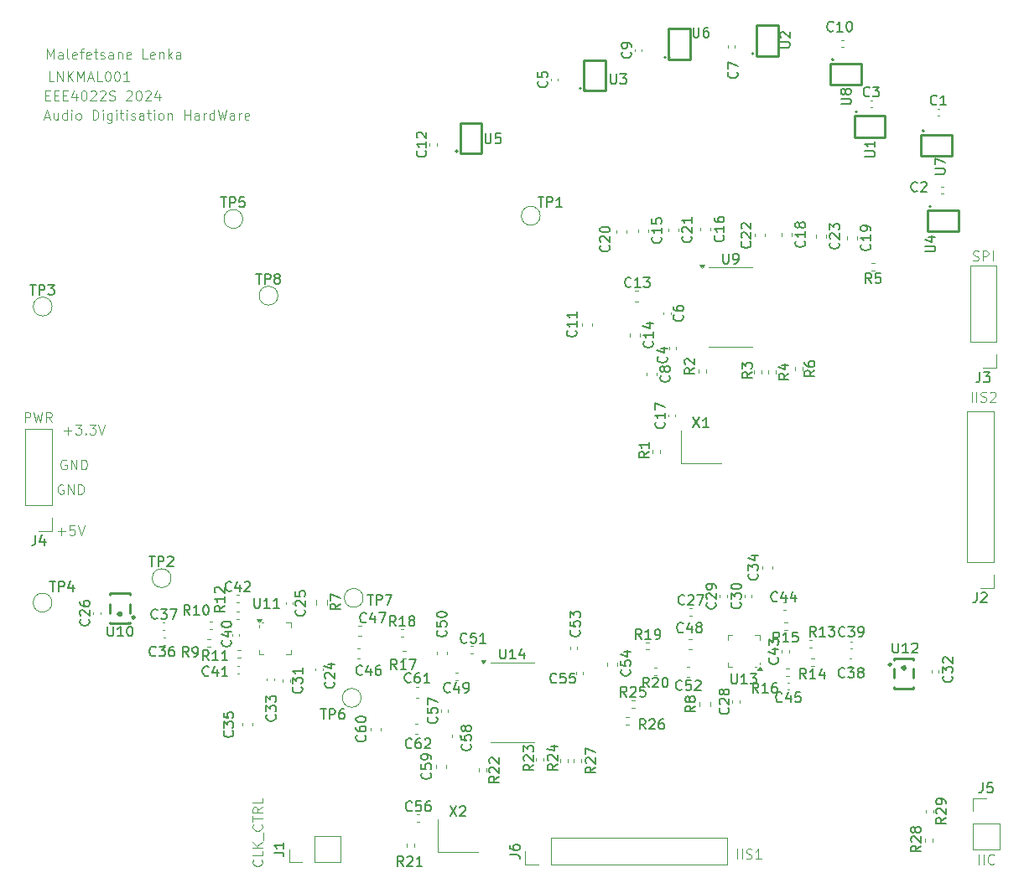
<source format=gbr>
%TF.GenerationSoftware,KiCad,Pcbnew,8.0.4*%
%TF.CreationDate,2024-08-26T07:10:41+02:00*%
%TF.ProjectId,Audio_Digitizer,41756469-6f5f-4446-9967-6974697a6572,rev?*%
%TF.SameCoordinates,Original*%
%TF.FileFunction,Legend,Top*%
%TF.FilePolarity,Positive*%
%FSLAX46Y46*%
G04 Gerber Fmt 4.6, Leading zero omitted, Abs format (unit mm)*
G04 Created by KiCad (PCBNEW 8.0.4) date 2024-08-26 07:10:41*
%MOMM*%
%LPD*%
G01*
G04 APERTURE LIST*
%ADD10C,0.100000*%
%ADD11C,0.150000*%
%ADD12C,0.120000*%
%ADD13C,0.254000*%
%ADD14C,0.059995*%
%ADD15C,0.200000*%
G04 APERTURE END LIST*
D10*
X192903884Y-148422419D02*
X192903884Y-147422419D01*
X193380074Y-148422419D02*
X193380074Y-147422419D01*
X193808645Y-148374800D02*
X193951502Y-148422419D01*
X193951502Y-148422419D02*
X194189597Y-148422419D01*
X194189597Y-148422419D02*
X194284835Y-148374800D01*
X194284835Y-148374800D02*
X194332454Y-148327180D01*
X194332454Y-148327180D02*
X194380073Y-148231942D01*
X194380073Y-148231942D02*
X194380073Y-148136704D01*
X194380073Y-148136704D02*
X194332454Y-148041466D01*
X194332454Y-148041466D02*
X194284835Y-147993847D01*
X194284835Y-147993847D02*
X194189597Y-147946228D01*
X194189597Y-147946228D02*
X193999121Y-147898609D01*
X193999121Y-147898609D02*
X193903883Y-147850990D01*
X193903883Y-147850990D02*
X193856264Y-147803371D01*
X193856264Y-147803371D02*
X193808645Y-147708133D01*
X193808645Y-147708133D02*
X193808645Y-147612895D01*
X193808645Y-147612895D02*
X193856264Y-147517657D01*
X193856264Y-147517657D02*
X193903883Y-147470038D01*
X193903883Y-147470038D02*
X193999121Y-147422419D01*
X193999121Y-147422419D02*
X194237216Y-147422419D01*
X194237216Y-147422419D02*
X194380073Y-147470038D01*
X195332454Y-148422419D02*
X194761026Y-148422419D01*
X195046740Y-148422419D02*
X195046740Y-147422419D01*
X195046740Y-147422419D02*
X194951502Y-147565276D01*
X194951502Y-147565276D02*
X194856264Y-147660514D01*
X194856264Y-147660514D02*
X194761026Y-147708133D01*
X125177693Y-108120038D02*
X125082455Y-108072419D01*
X125082455Y-108072419D02*
X124939598Y-108072419D01*
X124939598Y-108072419D02*
X124796741Y-108120038D01*
X124796741Y-108120038D02*
X124701503Y-108215276D01*
X124701503Y-108215276D02*
X124653884Y-108310514D01*
X124653884Y-108310514D02*
X124606265Y-108500990D01*
X124606265Y-108500990D02*
X124606265Y-108643847D01*
X124606265Y-108643847D02*
X124653884Y-108834323D01*
X124653884Y-108834323D02*
X124701503Y-108929561D01*
X124701503Y-108929561D02*
X124796741Y-109024800D01*
X124796741Y-109024800D02*
X124939598Y-109072419D01*
X124939598Y-109072419D02*
X125034836Y-109072419D01*
X125034836Y-109072419D02*
X125177693Y-109024800D01*
X125177693Y-109024800D02*
X125225312Y-108977180D01*
X125225312Y-108977180D02*
X125225312Y-108643847D01*
X125225312Y-108643847D02*
X125034836Y-108643847D01*
X125653884Y-109072419D02*
X125653884Y-108072419D01*
X125653884Y-108072419D02*
X126225312Y-109072419D01*
X126225312Y-109072419D02*
X126225312Y-108072419D01*
X126701503Y-109072419D02*
X126701503Y-108072419D01*
X126701503Y-108072419D02*
X126939598Y-108072419D01*
X126939598Y-108072419D02*
X127082455Y-108120038D01*
X127082455Y-108120038D02*
X127177693Y-108215276D01*
X127177693Y-108215276D02*
X127225312Y-108310514D01*
X127225312Y-108310514D02*
X127272931Y-108500990D01*
X127272931Y-108500990D02*
X127272931Y-108643847D01*
X127272931Y-108643847D02*
X127225312Y-108834323D01*
X127225312Y-108834323D02*
X127177693Y-108929561D01*
X127177693Y-108929561D02*
X127082455Y-109024800D01*
X127082455Y-109024800D02*
X126939598Y-109072419D01*
X126939598Y-109072419D02*
X126701503Y-109072419D01*
X123930074Y-69822419D02*
X123453884Y-69822419D01*
X123453884Y-69822419D02*
X123453884Y-68822419D01*
X124263408Y-69822419D02*
X124263408Y-68822419D01*
X124263408Y-68822419D02*
X124834836Y-69822419D01*
X124834836Y-69822419D02*
X124834836Y-68822419D01*
X125311027Y-69822419D02*
X125311027Y-68822419D01*
X125882455Y-69822419D02*
X125453884Y-69250990D01*
X125882455Y-68822419D02*
X125311027Y-69393847D01*
X126311027Y-69822419D02*
X126311027Y-68822419D01*
X126311027Y-68822419D02*
X126644360Y-69536704D01*
X126644360Y-69536704D02*
X126977693Y-68822419D01*
X126977693Y-68822419D02*
X126977693Y-69822419D01*
X127406265Y-69536704D02*
X127882455Y-69536704D01*
X127311027Y-69822419D02*
X127644360Y-68822419D01*
X127644360Y-68822419D02*
X127977693Y-69822419D01*
X128787217Y-69822419D02*
X128311027Y-69822419D01*
X128311027Y-69822419D02*
X128311027Y-68822419D01*
X129311027Y-68822419D02*
X129406265Y-68822419D01*
X129406265Y-68822419D02*
X129501503Y-68870038D01*
X129501503Y-68870038D02*
X129549122Y-68917657D01*
X129549122Y-68917657D02*
X129596741Y-69012895D01*
X129596741Y-69012895D02*
X129644360Y-69203371D01*
X129644360Y-69203371D02*
X129644360Y-69441466D01*
X129644360Y-69441466D02*
X129596741Y-69631942D01*
X129596741Y-69631942D02*
X129549122Y-69727180D01*
X129549122Y-69727180D02*
X129501503Y-69774800D01*
X129501503Y-69774800D02*
X129406265Y-69822419D01*
X129406265Y-69822419D02*
X129311027Y-69822419D01*
X129311027Y-69822419D02*
X129215789Y-69774800D01*
X129215789Y-69774800D02*
X129168170Y-69727180D01*
X129168170Y-69727180D02*
X129120551Y-69631942D01*
X129120551Y-69631942D02*
X129072932Y-69441466D01*
X129072932Y-69441466D02*
X129072932Y-69203371D01*
X129072932Y-69203371D02*
X129120551Y-69012895D01*
X129120551Y-69012895D02*
X129168170Y-68917657D01*
X129168170Y-68917657D02*
X129215789Y-68870038D01*
X129215789Y-68870038D02*
X129311027Y-68822419D01*
X130263408Y-68822419D02*
X130358646Y-68822419D01*
X130358646Y-68822419D02*
X130453884Y-68870038D01*
X130453884Y-68870038D02*
X130501503Y-68917657D01*
X130501503Y-68917657D02*
X130549122Y-69012895D01*
X130549122Y-69012895D02*
X130596741Y-69203371D01*
X130596741Y-69203371D02*
X130596741Y-69441466D01*
X130596741Y-69441466D02*
X130549122Y-69631942D01*
X130549122Y-69631942D02*
X130501503Y-69727180D01*
X130501503Y-69727180D02*
X130453884Y-69774800D01*
X130453884Y-69774800D02*
X130358646Y-69822419D01*
X130358646Y-69822419D02*
X130263408Y-69822419D01*
X130263408Y-69822419D02*
X130168170Y-69774800D01*
X130168170Y-69774800D02*
X130120551Y-69727180D01*
X130120551Y-69727180D02*
X130072932Y-69631942D01*
X130072932Y-69631942D02*
X130025313Y-69441466D01*
X130025313Y-69441466D02*
X130025313Y-69203371D01*
X130025313Y-69203371D02*
X130072932Y-69012895D01*
X130072932Y-69012895D02*
X130120551Y-68917657D01*
X130120551Y-68917657D02*
X130168170Y-68870038D01*
X130168170Y-68870038D02*
X130263408Y-68822419D01*
X131549122Y-69822419D02*
X130977694Y-69822419D01*
X131263408Y-69822419D02*
X131263408Y-68822419D01*
X131263408Y-68822419D02*
X131168170Y-68965276D01*
X131168170Y-68965276D02*
X131072932Y-69060514D01*
X131072932Y-69060514D02*
X130977694Y-69108133D01*
X124953884Y-105141466D02*
X125715789Y-105141466D01*
X125334836Y-105522419D02*
X125334836Y-104760514D01*
X126096741Y-104522419D02*
X126715788Y-104522419D01*
X126715788Y-104522419D02*
X126382455Y-104903371D01*
X126382455Y-104903371D02*
X126525312Y-104903371D01*
X126525312Y-104903371D02*
X126620550Y-104950990D01*
X126620550Y-104950990D02*
X126668169Y-104998609D01*
X126668169Y-104998609D02*
X126715788Y-105093847D01*
X126715788Y-105093847D02*
X126715788Y-105331942D01*
X126715788Y-105331942D02*
X126668169Y-105427180D01*
X126668169Y-105427180D02*
X126620550Y-105474800D01*
X126620550Y-105474800D02*
X126525312Y-105522419D01*
X126525312Y-105522419D02*
X126239598Y-105522419D01*
X126239598Y-105522419D02*
X126144360Y-105474800D01*
X126144360Y-105474800D02*
X126096741Y-105427180D01*
X127144360Y-105427180D02*
X127191979Y-105474800D01*
X127191979Y-105474800D02*
X127144360Y-105522419D01*
X127144360Y-105522419D02*
X127096741Y-105474800D01*
X127096741Y-105474800D02*
X127144360Y-105427180D01*
X127144360Y-105427180D02*
X127144360Y-105522419D01*
X127525312Y-104522419D02*
X128144359Y-104522419D01*
X128144359Y-104522419D02*
X127811026Y-104903371D01*
X127811026Y-104903371D02*
X127953883Y-104903371D01*
X127953883Y-104903371D02*
X128049121Y-104950990D01*
X128049121Y-104950990D02*
X128096740Y-104998609D01*
X128096740Y-104998609D02*
X128144359Y-105093847D01*
X128144359Y-105093847D02*
X128144359Y-105331942D01*
X128144359Y-105331942D02*
X128096740Y-105427180D01*
X128096740Y-105427180D02*
X128049121Y-105474800D01*
X128049121Y-105474800D02*
X127953883Y-105522419D01*
X127953883Y-105522419D02*
X127668169Y-105522419D01*
X127668169Y-105522419D02*
X127572931Y-105474800D01*
X127572931Y-105474800D02*
X127525312Y-105427180D01*
X128430074Y-104522419D02*
X128763407Y-105522419D01*
X128763407Y-105522419D02*
X129096740Y-104522419D01*
X124877693Y-110620038D02*
X124782455Y-110572419D01*
X124782455Y-110572419D02*
X124639598Y-110572419D01*
X124639598Y-110572419D02*
X124496741Y-110620038D01*
X124496741Y-110620038D02*
X124401503Y-110715276D01*
X124401503Y-110715276D02*
X124353884Y-110810514D01*
X124353884Y-110810514D02*
X124306265Y-111000990D01*
X124306265Y-111000990D02*
X124306265Y-111143847D01*
X124306265Y-111143847D02*
X124353884Y-111334323D01*
X124353884Y-111334323D02*
X124401503Y-111429561D01*
X124401503Y-111429561D02*
X124496741Y-111524800D01*
X124496741Y-111524800D02*
X124639598Y-111572419D01*
X124639598Y-111572419D02*
X124734836Y-111572419D01*
X124734836Y-111572419D02*
X124877693Y-111524800D01*
X124877693Y-111524800D02*
X124925312Y-111477180D01*
X124925312Y-111477180D02*
X124925312Y-111143847D01*
X124925312Y-111143847D02*
X124734836Y-111143847D01*
X125353884Y-111572419D02*
X125353884Y-110572419D01*
X125353884Y-110572419D02*
X125925312Y-111572419D01*
X125925312Y-111572419D02*
X125925312Y-110572419D01*
X126401503Y-111572419D02*
X126401503Y-110572419D01*
X126401503Y-110572419D02*
X126639598Y-110572419D01*
X126639598Y-110572419D02*
X126782455Y-110620038D01*
X126782455Y-110620038D02*
X126877693Y-110715276D01*
X126877693Y-110715276D02*
X126925312Y-110810514D01*
X126925312Y-110810514D02*
X126972931Y-111000990D01*
X126972931Y-111000990D02*
X126972931Y-111143847D01*
X126972931Y-111143847D02*
X126925312Y-111334323D01*
X126925312Y-111334323D02*
X126877693Y-111429561D01*
X126877693Y-111429561D02*
X126782455Y-111524800D01*
X126782455Y-111524800D02*
X126639598Y-111572419D01*
X126639598Y-111572419D02*
X126401503Y-111572419D01*
X121003884Y-104272419D02*
X121003884Y-103272419D01*
X121003884Y-103272419D02*
X121384836Y-103272419D01*
X121384836Y-103272419D02*
X121480074Y-103320038D01*
X121480074Y-103320038D02*
X121527693Y-103367657D01*
X121527693Y-103367657D02*
X121575312Y-103462895D01*
X121575312Y-103462895D02*
X121575312Y-103605752D01*
X121575312Y-103605752D02*
X121527693Y-103700990D01*
X121527693Y-103700990D02*
X121480074Y-103748609D01*
X121480074Y-103748609D02*
X121384836Y-103796228D01*
X121384836Y-103796228D02*
X121003884Y-103796228D01*
X121908646Y-103272419D02*
X122146741Y-104272419D01*
X122146741Y-104272419D02*
X122337217Y-103558133D01*
X122337217Y-103558133D02*
X122527693Y-104272419D01*
X122527693Y-104272419D02*
X122765789Y-103272419D01*
X123718169Y-104272419D02*
X123384836Y-103796228D01*
X123146741Y-104272419D02*
X123146741Y-103272419D01*
X123146741Y-103272419D02*
X123527693Y-103272419D01*
X123527693Y-103272419D02*
X123622931Y-103320038D01*
X123622931Y-103320038D02*
X123670550Y-103367657D01*
X123670550Y-103367657D02*
X123718169Y-103462895D01*
X123718169Y-103462895D02*
X123718169Y-103605752D01*
X123718169Y-103605752D02*
X123670550Y-103700990D01*
X123670550Y-103700990D02*
X123622931Y-103748609D01*
X123622931Y-103748609D02*
X123527693Y-103796228D01*
X123527693Y-103796228D02*
X123146741Y-103796228D01*
X144877180Y-148524687D02*
X144924800Y-148572306D01*
X144924800Y-148572306D02*
X144972419Y-148715163D01*
X144972419Y-148715163D02*
X144972419Y-148810401D01*
X144972419Y-148810401D02*
X144924800Y-148953258D01*
X144924800Y-148953258D02*
X144829561Y-149048496D01*
X144829561Y-149048496D02*
X144734323Y-149096115D01*
X144734323Y-149096115D02*
X144543847Y-149143734D01*
X144543847Y-149143734D02*
X144400990Y-149143734D01*
X144400990Y-149143734D02*
X144210514Y-149096115D01*
X144210514Y-149096115D02*
X144115276Y-149048496D01*
X144115276Y-149048496D02*
X144020038Y-148953258D01*
X144020038Y-148953258D02*
X143972419Y-148810401D01*
X143972419Y-148810401D02*
X143972419Y-148715163D01*
X143972419Y-148715163D02*
X144020038Y-148572306D01*
X144020038Y-148572306D02*
X144067657Y-148524687D01*
X144972419Y-147619925D02*
X144972419Y-148096115D01*
X144972419Y-148096115D02*
X143972419Y-148096115D01*
X144972419Y-147286591D02*
X143972419Y-147286591D01*
X144972419Y-146715163D02*
X144400990Y-147143734D01*
X143972419Y-146715163D02*
X144543847Y-147286591D01*
X145067657Y-146524687D02*
X145067657Y-145762782D01*
X144877180Y-144953258D02*
X144924800Y-145000877D01*
X144924800Y-145000877D02*
X144972419Y-145143734D01*
X144972419Y-145143734D02*
X144972419Y-145238972D01*
X144972419Y-145238972D02*
X144924800Y-145381829D01*
X144924800Y-145381829D02*
X144829561Y-145477067D01*
X144829561Y-145477067D02*
X144734323Y-145524686D01*
X144734323Y-145524686D02*
X144543847Y-145572305D01*
X144543847Y-145572305D02*
X144400990Y-145572305D01*
X144400990Y-145572305D02*
X144210514Y-145524686D01*
X144210514Y-145524686D02*
X144115276Y-145477067D01*
X144115276Y-145477067D02*
X144020038Y-145381829D01*
X144020038Y-145381829D02*
X143972419Y-145238972D01*
X143972419Y-145238972D02*
X143972419Y-145143734D01*
X143972419Y-145143734D02*
X144020038Y-145000877D01*
X144020038Y-145000877D02*
X144067657Y-144953258D01*
X143972419Y-144667543D02*
X143972419Y-144096115D01*
X144972419Y-144381829D02*
X143972419Y-144381829D01*
X144972419Y-143191353D02*
X144496228Y-143524686D01*
X144972419Y-143762781D02*
X143972419Y-143762781D01*
X143972419Y-143762781D02*
X143972419Y-143381829D01*
X143972419Y-143381829D02*
X144020038Y-143286591D01*
X144020038Y-143286591D02*
X144067657Y-143238972D01*
X144067657Y-143238972D02*
X144162895Y-143191353D01*
X144162895Y-143191353D02*
X144305752Y-143191353D01*
X144305752Y-143191353D02*
X144400990Y-143238972D01*
X144400990Y-143238972D02*
X144448609Y-143286591D01*
X144448609Y-143286591D02*
X144496228Y-143381829D01*
X144496228Y-143381829D02*
X144496228Y-143762781D01*
X144972419Y-142286591D02*
X144972419Y-142762781D01*
X144972419Y-142762781D02*
X143972419Y-142762781D01*
X124303884Y-115341466D02*
X125065789Y-115341466D01*
X124684836Y-115722419D02*
X124684836Y-114960514D01*
X126018169Y-114722419D02*
X125541979Y-114722419D01*
X125541979Y-114722419D02*
X125494360Y-115198609D01*
X125494360Y-115198609D02*
X125541979Y-115150990D01*
X125541979Y-115150990D02*
X125637217Y-115103371D01*
X125637217Y-115103371D02*
X125875312Y-115103371D01*
X125875312Y-115103371D02*
X125970550Y-115150990D01*
X125970550Y-115150990D02*
X126018169Y-115198609D01*
X126018169Y-115198609D02*
X126065788Y-115293847D01*
X126065788Y-115293847D02*
X126065788Y-115531942D01*
X126065788Y-115531942D02*
X126018169Y-115627180D01*
X126018169Y-115627180D02*
X125970550Y-115674800D01*
X125970550Y-115674800D02*
X125875312Y-115722419D01*
X125875312Y-115722419D02*
X125637217Y-115722419D01*
X125637217Y-115722419D02*
X125541979Y-115674800D01*
X125541979Y-115674800D02*
X125494360Y-115627180D01*
X126351503Y-114722419D02*
X126684836Y-115722419D01*
X126684836Y-115722419D02*
X127018169Y-114722419D01*
X123253884Y-67572419D02*
X123253884Y-66572419D01*
X123253884Y-66572419D02*
X123587217Y-67286704D01*
X123587217Y-67286704D02*
X123920550Y-66572419D01*
X123920550Y-66572419D02*
X123920550Y-67572419D01*
X124825312Y-67572419D02*
X124825312Y-67048609D01*
X124825312Y-67048609D02*
X124777693Y-66953371D01*
X124777693Y-66953371D02*
X124682455Y-66905752D01*
X124682455Y-66905752D02*
X124491979Y-66905752D01*
X124491979Y-66905752D02*
X124396741Y-66953371D01*
X124825312Y-67524800D02*
X124730074Y-67572419D01*
X124730074Y-67572419D02*
X124491979Y-67572419D01*
X124491979Y-67572419D02*
X124396741Y-67524800D01*
X124396741Y-67524800D02*
X124349122Y-67429561D01*
X124349122Y-67429561D02*
X124349122Y-67334323D01*
X124349122Y-67334323D02*
X124396741Y-67239085D01*
X124396741Y-67239085D02*
X124491979Y-67191466D01*
X124491979Y-67191466D02*
X124730074Y-67191466D01*
X124730074Y-67191466D02*
X124825312Y-67143847D01*
X125444360Y-67572419D02*
X125349122Y-67524800D01*
X125349122Y-67524800D02*
X125301503Y-67429561D01*
X125301503Y-67429561D02*
X125301503Y-66572419D01*
X126206265Y-67524800D02*
X126111027Y-67572419D01*
X126111027Y-67572419D02*
X125920551Y-67572419D01*
X125920551Y-67572419D02*
X125825313Y-67524800D01*
X125825313Y-67524800D02*
X125777694Y-67429561D01*
X125777694Y-67429561D02*
X125777694Y-67048609D01*
X125777694Y-67048609D02*
X125825313Y-66953371D01*
X125825313Y-66953371D02*
X125920551Y-66905752D01*
X125920551Y-66905752D02*
X126111027Y-66905752D01*
X126111027Y-66905752D02*
X126206265Y-66953371D01*
X126206265Y-66953371D02*
X126253884Y-67048609D01*
X126253884Y-67048609D02*
X126253884Y-67143847D01*
X126253884Y-67143847D02*
X125777694Y-67239085D01*
X126539599Y-66905752D02*
X126920551Y-66905752D01*
X126682456Y-67572419D02*
X126682456Y-66715276D01*
X126682456Y-66715276D02*
X126730075Y-66620038D01*
X126730075Y-66620038D02*
X126825313Y-66572419D01*
X126825313Y-66572419D02*
X126920551Y-66572419D01*
X127634837Y-67524800D02*
X127539599Y-67572419D01*
X127539599Y-67572419D02*
X127349123Y-67572419D01*
X127349123Y-67572419D02*
X127253885Y-67524800D01*
X127253885Y-67524800D02*
X127206266Y-67429561D01*
X127206266Y-67429561D02*
X127206266Y-67048609D01*
X127206266Y-67048609D02*
X127253885Y-66953371D01*
X127253885Y-66953371D02*
X127349123Y-66905752D01*
X127349123Y-66905752D02*
X127539599Y-66905752D01*
X127539599Y-66905752D02*
X127634837Y-66953371D01*
X127634837Y-66953371D02*
X127682456Y-67048609D01*
X127682456Y-67048609D02*
X127682456Y-67143847D01*
X127682456Y-67143847D02*
X127206266Y-67239085D01*
X127968171Y-66905752D02*
X128349123Y-66905752D01*
X128111028Y-66572419D02*
X128111028Y-67429561D01*
X128111028Y-67429561D02*
X128158647Y-67524800D01*
X128158647Y-67524800D02*
X128253885Y-67572419D01*
X128253885Y-67572419D02*
X128349123Y-67572419D01*
X128634838Y-67524800D02*
X128730076Y-67572419D01*
X128730076Y-67572419D02*
X128920552Y-67572419D01*
X128920552Y-67572419D02*
X129015790Y-67524800D01*
X129015790Y-67524800D02*
X129063409Y-67429561D01*
X129063409Y-67429561D02*
X129063409Y-67381942D01*
X129063409Y-67381942D02*
X129015790Y-67286704D01*
X129015790Y-67286704D02*
X128920552Y-67239085D01*
X128920552Y-67239085D02*
X128777695Y-67239085D01*
X128777695Y-67239085D02*
X128682457Y-67191466D01*
X128682457Y-67191466D02*
X128634838Y-67096228D01*
X128634838Y-67096228D02*
X128634838Y-67048609D01*
X128634838Y-67048609D02*
X128682457Y-66953371D01*
X128682457Y-66953371D02*
X128777695Y-66905752D01*
X128777695Y-66905752D02*
X128920552Y-66905752D01*
X128920552Y-66905752D02*
X129015790Y-66953371D01*
X129920552Y-67572419D02*
X129920552Y-67048609D01*
X129920552Y-67048609D02*
X129872933Y-66953371D01*
X129872933Y-66953371D02*
X129777695Y-66905752D01*
X129777695Y-66905752D02*
X129587219Y-66905752D01*
X129587219Y-66905752D02*
X129491981Y-66953371D01*
X129920552Y-67524800D02*
X129825314Y-67572419D01*
X129825314Y-67572419D02*
X129587219Y-67572419D01*
X129587219Y-67572419D02*
X129491981Y-67524800D01*
X129491981Y-67524800D02*
X129444362Y-67429561D01*
X129444362Y-67429561D02*
X129444362Y-67334323D01*
X129444362Y-67334323D02*
X129491981Y-67239085D01*
X129491981Y-67239085D02*
X129587219Y-67191466D01*
X129587219Y-67191466D02*
X129825314Y-67191466D01*
X129825314Y-67191466D02*
X129920552Y-67143847D01*
X130396743Y-66905752D02*
X130396743Y-67572419D01*
X130396743Y-67000990D02*
X130444362Y-66953371D01*
X130444362Y-66953371D02*
X130539600Y-66905752D01*
X130539600Y-66905752D02*
X130682457Y-66905752D01*
X130682457Y-66905752D02*
X130777695Y-66953371D01*
X130777695Y-66953371D02*
X130825314Y-67048609D01*
X130825314Y-67048609D02*
X130825314Y-67572419D01*
X131682457Y-67524800D02*
X131587219Y-67572419D01*
X131587219Y-67572419D02*
X131396743Y-67572419D01*
X131396743Y-67572419D02*
X131301505Y-67524800D01*
X131301505Y-67524800D02*
X131253886Y-67429561D01*
X131253886Y-67429561D02*
X131253886Y-67048609D01*
X131253886Y-67048609D02*
X131301505Y-66953371D01*
X131301505Y-66953371D02*
X131396743Y-66905752D01*
X131396743Y-66905752D02*
X131587219Y-66905752D01*
X131587219Y-66905752D02*
X131682457Y-66953371D01*
X131682457Y-66953371D02*
X131730076Y-67048609D01*
X131730076Y-67048609D02*
X131730076Y-67143847D01*
X131730076Y-67143847D02*
X131253886Y-67239085D01*
X133396743Y-67572419D02*
X132920553Y-67572419D01*
X132920553Y-67572419D02*
X132920553Y-66572419D01*
X134111029Y-67524800D02*
X134015791Y-67572419D01*
X134015791Y-67572419D02*
X133825315Y-67572419D01*
X133825315Y-67572419D02*
X133730077Y-67524800D01*
X133730077Y-67524800D02*
X133682458Y-67429561D01*
X133682458Y-67429561D02*
X133682458Y-67048609D01*
X133682458Y-67048609D02*
X133730077Y-66953371D01*
X133730077Y-66953371D02*
X133825315Y-66905752D01*
X133825315Y-66905752D02*
X134015791Y-66905752D01*
X134015791Y-66905752D02*
X134111029Y-66953371D01*
X134111029Y-66953371D02*
X134158648Y-67048609D01*
X134158648Y-67048609D02*
X134158648Y-67143847D01*
X134158648Y-67143847D02*
X133682458Y-67239085D01*
X134587220Y-66905752D02*
X134587220Y-67572419D01*
X134587220Y-67000990D02*
X134634839Y-66953371D01*
X134634839Y-66953371D02*
X134730077Y-66905752D01*
X134730077Y-66905752D02*
X134872934Y-66905752D01*
X134872934Y-66905752D02*
X134968172Y-66953371D01*
X134968172Y-66953371D02*
X135015791Y-67048609D01*
X135015791Y-67048609D02*
X135015791Y-67572419D01*
X135491982Y-67572419D02*
X135491982Y-66572419D01*
X135587220Y-67191466D02*
X135872934Y-67572419D01*
X135872934Y-66905752D02*
X135491982Y-67286704D01*
X136730077Y-67572419D02*
X136730077Y-67048609D01*
X136730077Y-67048609D02*
X136682458Y-66953371D01*
X136682458Y-66953371D02*
X136587220Y-66905752D01*
X136587220Y-66905752D02*
X136396744Y-66905752D01*
X136396744Y-66905752D02*
X136301506Y-66953371D01*
X136730077Y-67524800D02*
X136634839Y-67572419D01*
X136634839Y-67572419D02*
X136396744Y-67572419D01*
X136396744Y-67572419D02*
X136301506Y-67524800D01*
X136301506Y-67524800D02*
X136253887Y-67429561D01*
X136253887Y-67429561D02*
X136253887Y-67334323D01*
X136253887Y-67334323D02*
X136301506Y-67239085D01*
X136301506Y-67239085D02*
X136396744Y-67191466D01*
X136396744Y-67191466D02*
X136634839Y-67191466D01*
X136634839Y-67191466D02*
X136730077Y-67143847D01*
X123053884Y-71248609D02*
X123387217Y-71248609D01*
X123530074Y-71772419D02*
X123053884Y-71772419D01*
X123053884Y-71772419D02*
X123053884Y-70772419D01*
X123053884Y-70772419D02*
X123530074Y-70772419D01*
X123958646Y-71248609D02*
X124291979Y-71248609D01*
X124434836Y-71772419D02*
X123958646Y-71772419D01*
X123958646Y-71772419D02*
X123958646Y-70772419D01*
X123958646Y-70772419D02*
X124434836Y-70772419D01*
X124863408Y-71248609D02*
X125196741Y-71248609D01*
X125339598Y-71772419D02*
X124863408Y-71772419D01*
X124863408Y-71772419D02*
X124863408Y-70772419D01*
X124863408Y-70772419D02*
X125339598Y-70772419D01*
X126196741Y-71105752D02*
X126196741Y-71772419D01*
X125958646Y-70724800D02*
X125720551Y-71439085D01*
X125720551Y-71439085D02*
X126339598Y-71439085D01*
X126911027Y-70772419D02*
X127006265Y-70772419D01*
X127006265Y-70772419D02*
X127101503Y-70820038D01*
X127101503Y-70820038D02*
X127149122Y-70867657D01*
X127149122Y-70867657D02*
X127196741Y-70962895D01*
X127196741Y-70962895D02*
X127244360Y-71153371D01*
X127244360Y-71153371D02*
X127244360Y-71391466D01*
X127244360Y-71391466D02*
X127196741Y-71581942D01*
X127196741Y-71581942D02*
X127149122Y-71677180D01*
X127149122Y-71677180D02*
X127101503Y-71724800D01*
X127101503Y-71724800D02*
X127006265Y-71772419D01*
X127006265Y-71772419D02*
X126911027Y-71772419D01*
X126911027Y-71772419D02*
X126815789Y-71724800D01*
X126815789Y-71724800D02*
X126768170Y-71677180D01*
X126768170Y-71677180D02*
X126720551Y-71581942D01*
X126720551Y-71581942D02*
X126672932Y-71391466D01*
X126672932Y-71391466D02*
X126672932Y-71153371D01*
X126672932Y-71153371D02*
X126720551Y-70962895D01*
X126720551Y-70962895D02*
X126768170Y-70867657D01*
X126768170Y-70867657D02*
X126815789Y-70820038D01*
X126815789Y-70820038D02*
X126911027Y-70772419D01*
X127625313Y-70867657D02*
X127672932Y-70820038D01*
X127672932Y-70820038D02*
X127768170Y-70772419D01*
X127768170Y-70772419D02*
X128006265Y-70772419D01*
X128006265Y-70772419D02*
X128101503Y-70820038D01*
X128101503Y-70820038D02*
X128149122Y-70867657D01*
X128149122Y-70867657D02*
X128196741Y-70962895D01*
X128196741Y-70962895D02*
X128196741Y-71058133D01*
X128196741Y-71058133D02*
X128149122Y-71200990D01*
X128149122Y-71200990D02*
X127577694Y-71772419D01*
X127577694Y-71772419D02*
X128196741Y-71772419D01*
X128577694Y-70867657D02*
X128625313Y-70820038D01*
X128625313Y-70820038D02*
X128720551Y-70772419D01*
X128720551Y-70772419D02*
X128958646Y-70772419D01*
X128958646Y-70772419D02*
X129053884Y-70820038D01*
X129053884Y-70820038D02*
X129101503Y-70867657D01*
X129101503Y-70867657D02*
X129149122Y-70962895D01*
X129149122Y-70962895D02*
X129149122Y-71058133D01*
X129149122Y-71058133D02*
X129101503Y-71200990D01*
X129101503Y-71200990D02*
X128530075Y-71772419D01*
X128530075Y-71772419D02*
X129149122Y-71772419D01*
X129530075Y-71724800D02*
X129672932Y-71772419D01*
X129672932Y-71772419D02*
X129911027Y-71772419D01*
X129911027Y-71772419D02*
X130006265Y-71724800D01*
X130006265Y-71724800D02*
X130053884Y-71677180D01*
X130053884Y-71677180D02*
X130101503Y-71581942D01*
X130101503Y-71581942D02*
X130101503Y-71486704D01*
X130101503Y-71486704D02*
X130053884Y-71391466D01*
X130053884Y-71391466D02*
X130006265Y-71343847D01*
X130006265Y-71343847D02*
X129911027Y-71296228D01*
X129911027Y-71296228D02*
X129720551Y-71248609D01*
X129720551Y-71248609D02*
X129625313Y-71200990D01*
X129625313Y-71200990D02*
X129577694Y-71153371D01*
X129577694Y-71153371D02*
X129530075Y-71058133D01*
X129530075Y-71058133D02*
X129530075Y-70962895D01*
X129530075Y-70962895D02*
X129577694Y-70867657D01*
X129577694Y-70867657D02*
X129625313Y-70820038D01*
X129625313Y-70820038D02*
X129720551Y-70772419D01*
X129720551Y-70772419D02*
X129958646Y-70772419D01*
X129958646Y-70772419D02*
X130101503Y-70820038D01*
X131244361Y-70867657D02*
X131291980Y-70820038D01*
X131291980Y-70820038D02*
X131387218Y-70772419D01*
X131387218Y-70772419D02*
X131625313Y-70772419D01*
X131625313Y-70772419D02*
X131720551Y-70820038D01*
X131720551Y-70820038D02*
X131768170Y-70867657D01*
X131768170Y-70867657D02*
X131815789Y-70962895D01*
X131815789Y-70962895D02*
X131815789Y-71058133D01*
X131815789Y-71058133D02*
X131768170Y-71200990D01*
X131768170Y-71200990D02*
X131196742Y-71772419D01*
X131196742Y-71772419D02*
X131815789Y-71772419D01*
X132434837Y-70772419D02*
X132530075Y-70772419D01*
X132530075Y-70772419D02*
X132625313Y-70820038D01*
X132625313Y-70820038D02*
X132672932Y-70867657D01*
X132672932Y-70867657D02*
X132720551Y-70962895D01*
X132720551Y-70962895D02*
X132768170Y-71153371D01*
X132768170Y-71153371D02*
X132768170Y-71391466D01*
X132768170Y-71391466D02*
X132720551Y-71581942D01*
X132720551Y-71581942D02*
X132672932Y-71677180D01*
X132672932Y-71677180D02*
X132625313Y-71724800D01*
X132625313Y-71724800D02*
X132530075Y-71772419D01*
X132530075Y-71772419D02*
X132434837Y-71772419D01*
X132434837Y-71772419D02*
X132339599Y-71724800D01*
X132339599Y-71724800D02*
X132291980Y-71677180D01*
X132291980Y-71677180D02*
X132244361Y-71581942D01*
X132244361Y-71581942D02*
X132196742Y-71391466D01*
X132196742Y-71391466D02*
X132196742Y-71153371D01*
X132196742Y-71153371D02*
X132244361Y-70962895D01*
X132244361Y-70962895D02*
X132291980Y-70867657D01*
X132291980Y-70867657D02*
X132339599Y-70820038D01*
X132339599Y-70820038D02*
X132434837Y-70772419D01*
X133149123Y-70867657D02*
X133196742Y-70820038D01*
X133196742Y-70820038D02*
X133291980Y-70772419D01*
X133291980Y-70772419D02*
X133530075Y-70772419D01*
X133530075Y-70772419D02*
X133625313Y-70820038D01*
X133625313Y-70820038D02*
X133672932Y-70867657D01*
X133672932Y-70867657D02*
X133720551Y-70962895D01*
X133720551Y-70962895D02*
X133720551Y-71058133D01*
X133720551Y-71058133D02*
X133672932Y-71200990D01*
X133672932Y-71200990D02*
X133101504Y-71772419D01*
X133101504Y-71772419D02*
X133720551Y-71772419D01*
X134577694Y-71105752D02*
X134577694Y-71772419D01*
X134339599Y-70724800D02*
X134101504Y-71439085D01*
X134101504Y-71439085D02*
X134720551Y-71439085D01*
X217303884Y-148972419D02*
X217303884Y-147972419D01*
X217780074Y-148972419D02*
X217780074Y-147972419D01*
X218827692Y-148877180D02*
X218780073Y-148924800D01*
X218780073Y-148924800D02*
X218637216Y-148972419D01*
X218637216Y-148972419D02*
X218541978Y-148972419D01*
X218541978Y-148972419D02*
X218399121Y-148924800D01*
X218399121Y-148924800D02*
X218303883Y-148829561D01*
X218303883Y-148829561D02*
X218256264Y-148734323D01*
X218256264Y-148734323D02*
X218208645Y-148543847D01*
X218208645Y-148543847D02*
X218208645Y-148400990D01*
X218208645Y-148400990D02*
X218256264Y-148210514D01*
X218256264Y-148210514D02*
X218303883Y-148115276D01*
X218303883Y-148115276D02*
X218399121Y-148020038D01*
X218399121Y-148020038D02*
X218541978Y-147972419D01*
X218541978Y-147972419D02*
X218637216Y-147972419D01*
X218637216Y-147972419D02*
X218780073Y-148020038D01*
X218780073Y-148020038D02*
X218827692Y-148067657D01*
X216706265Y-87924800D02*
X216849122Y-87972419D01*
X216849122Y-87972419D02*
X217087217Y-87972419D01*
X217087217Y-87972419D02*
X217182455Y-87924800D01*
X217182455Y-87924800D02*
X217230074Y-87877180D01*
X217230074Y-87877180D02*
X217277693Y-87781942D01*
X217277693Y-87781942D02*
X217277693Y-87686704D01*
X217277693Y-87686704D02*
X217230074Y-87591466D01*
X217230074Y-87591466D02*
X217182455Y-87543847D01*
X217182455Y-87543847D02*
X217087217Y-87496228D01*
X217087217Y-87496228D02*
X216896741Y-87448609D01*
X216896741Y-87448609D02*
X216801503Y-87400990D01*
X216801503Y-87400990D02*
X216753884Y-87353371D01*
X216753884Y-87353371D02*
X216706265Y-87258133D01*
X216706265Y-87258133D02*
X216706265Y-87162895D01*
X216706265Y-87162895D02*
X216753884Y-87067657D01*
X216753884Y-87067657D02*
X216801503Y-87020038D01*
X216801503Y-87020038D02*
X216896741Y-86972419D01*
X216896741Y-86972419D02*
X217134836Y-86972419D01*
X217134836Y-86972419D02*
X217277693Y-87020038D01*
X217706265Y-87972419D02*
X217706265Y-86972419D01*
X217706265Y-86972419D02*
X218087217Y-86972419D01*
X218087217Y-86972419D02*
X218182455Y-87020038D01*
X218182455Y-87020038D02*
X218230074Y-87067657D01*
X218230074Y-87067657D02*
X218277693Y-87162895D01*
X218277693Y-87162895D02*
X218277693Y-87305752D01*
X218277693Y-87305752D02*
X218230074Y-87400990D01*
X218230074Y-87400990D02*
X218182455Y-87448609D01*
X218182455Y-87448609D02*
X218087217Y-87496228D01*
X218087217Y-87496228D02*
X217706265Y-87496228D01*
X218706265Y-87972419D02*
X218706265Y-86972419D01*
X216603884Y-102222419D02*
X216603884Y-101222419D01*
X217080074Y-102222419D02*
X217080074Y-101222419D01*
X217508645Y-102174800D02*
X217651502Y-102222419D01*
X217651502Y-102222419D02*
X217889597Y-102222419D01*
X217889597Y-102222419D02*
X217984835Y-102174800D01*
X217984835Y-102174800D02*
X218032454Y-102127180D01*
X218032454Y-102127180D02*
X218080073Y-102031942D01*
X218080073Y-102031942D02*
X218080073Y-101936704D01*
X218080073Y-101936704D02*
X218032454Y-101841466D01*
X218032454Y-101841466D02*
X217984835Y-101793847D01*
X217984835Y-101793847D02*
X217889597Y-101746228D01*
X217889597Y-101746228D02*
X217699121Y-101698609D01*
X217699121Y-101698609D02*
X217603883Y-101650990D01*
X217603883Y-101650990D02*
X217556264Y-101603371D01*
X217556264Y-101603371D02*
X217508645Y-101508133D01*
X217508645Y-101508133D02*
X217508645Y-101412895D01*
X217508645Y-101412895D02*
X217556264Y-101317657D01*
X217556264Y-101317657D02*
X217603883Y-101270038D01*
X217603883Y-101270038D02*
X217699121Y-101222419D01*
X217699121Y-101222419D02*
X217937216Y-101222419D01*
X217937216Y-101222419D02*
X218080073Y-101270038D01*
X218461026Y-101317657D02*
X218508645Y-101270038D01*
X218508645Y-101270038D02*
X218603883Y-101222419D01*
X218603883Y-101222419D02*
X218841978Y-101222419D01*
X218841978Y-101222419D02*
X218937216Y-101270038D01*
X218937216Y-101270038D02*
X218984835Y-101317657D01*
X218984835Y-101317657D02*
X219032454Y-101412895D01*
X219032454Y-101412895D02*
X219032454Y-101508133D01*
X219032454Y-101508133D02*
X218984835Y-101650990D01*
X218984835Y-101650990D02*
X218413407Y-102222419D01*
X218413407Y-102222419D02*
X219032454Y-102222419D01*
X123006265Y-73436704D02*
X123482455Y-73436704D01*
X122911027Y-73722419D02*
X123244360Y-72722419D01*
X123244360Y-72722419D02*
X123577693Y-73722419D01*
X124339598Y-73055752D02*
X124339598Y-73722419D01*
X123911027Y-73055752D02*
X123911027Y-73579561D01*
X123911027Y-73579561D02*
X123958646Y-73674800D01*
X123958646Y-73674800D02*
X124053884Y-73722419D01*
X124053884Y-73722419D02*
X124196741Y-73722419D01*
X124196741Y-73722419D02*
X124291979Y-73674800D01*
X124291979Y-73674800D02*
X124339598Y-73627180D01*
X125244360Y-73722419D02*
X125244360Y-72722419D01*
X125244360Y-73674800D02*
X125149122Y-73722419D01*
X125149122Y-73722419D02*
X124958646Y-73722419D01*
X124958646Y-73722419D02*
X124863408Y-73674800D01*
X124863408Y-73674800D02*
X124815789Y-73627180D01*
X124815789Y-73627180D02*
X124768170Y-73531942D01*
X124768170Y-73531942D02*
X124768170Y-73246228D01*
X124768170Y-73246228D02*
X124815789Y-73150990D01*
X124815789Y-73150990D02*
X124863408Y-73103371D01*
X124863408Y-73103371D02*
X124958646Y-73055752D01*
X124958646Y-73055752D02*
X125149122Y-73055752D01*
X125149122Y-73055752D02*
X125244360Y-73103371D01*
X125720551Y-73722419D02*
X125720551Y-73055752D01*
X125720551Y-72722419D02*
X125672932Y-72770038D01*
X125672932Y-72770038D02*
X125720551Y-72817657D01*
X125720551Y-72817657D02*
X125768170Y-72770038D01*
X125768170Y-72770038D02*
X125720551Y-72722419D01*
X125720551Y-72722419D02*
X125720551Y-72817657D01*
X126339598Y-73722419D02*
X126244360Y-73674800D01*
X126244360Y-73674800D02*
X126196741Y-73627180D01*
X126196741Y-73627180D02*
X126149122Y-73531942D01*
X126149122Y-73531942D02*
X126149122Y-73246228D01*
X126149122Y-73246228D02*
X126196741Y-73150990D01*
X126196741Y-73150990D02*
X126244360Y-73103371D01*
X126244360Y-73103371D02*
X126339598Y-73055752D01*
X126339598Y-73055752D02*
X126482455Y-73055752D01*
X126482455Y-73055752D02*
X126577693Y-73103371D01*
X126577693Y-73103371D02*
X126625312Y-73150990D01*
X126625312Y-73150990D02*
X126672931Y-73246228D01*
X126672931Y-73246228D02*
X126672931Y-73531942D01*
X126672931Y-73531942D02*
X126625312Y-73627180D01*
X126625312Y-73627180D02*
X126577693Y-73674800D01*
X126577693Y-73674800D02*
X126482455Y-73722419D01*
X126482455Y-73722419D02*
X126339598Y-73722419D01*
X127863408Y-73722419D02*
X127863408Y-72722419D01*
X127863408Y-72722419D02*
X128101503Y-72722419D01*
X128101503Y-72722419D02*
X128244360Y-72770038D01*
X128244360Y-72770038D02*
X128339598Y-72865276D01*
X128339598Y-72865276D02*
X128387217Y-72960514D01*
X128387217Y-72960514D02*
X128434836Y-73150990D01*
X128434836Y-73150990D02*
X128434836Y-73293847D01*
X128434836Y-73293847D02*
X128387217Y-73484323D01*
X128387217Y-73484323D02*
X128339598Y-73579561D01*
X128339598Y-73579561D02*
X128244360Y-73674800D01*
X128244360Y-73674800D02*
X128101503Y-73722419D01*
X128101503Y-73722419D02*
X127863408Y-73722419D01*
X128863408Y-73722419D02*
X128863408Y-73055752D01*
X128863408Y-72722419D02*
X128815789Y-72770038D01*
X128815789Y-72770038D02*
X128863408Y-72817657D01*
X128863408Y-72817657D02*
X128911027Y-72770038D01*
X128911027Y-72770038D02*
X128863408Y-72722419D01*
X128863408Y-72722419D02*
X128863408Y-72817657D01*
X129768169Y-73055752D02*
X129768169Y-73865276D01*
X129768169Y-73865276D02*
X129720550Y-73960514D01*
X129720550Y-73960514D02*
X129672931Y-74008133D01*
X129672931Y-74008133D02*
X129577693Y-74055752D01*
X129577693Y-74055752D02*
X129434836Y-74055752D01*
X129434836Y-74055752D02*
X129339598Y-74008133D01*
X129768169Y-73674800D02*
X129672931Y-73722419D01*
X129672931Y-73722419D02*
X129482455Y-73722419D01*
X129482455Y-73722419D02*
X129387217Y-73674800D01*
X129387217Y-73674800D02*
X129339598Y-73627180D01*
X129339598Y-73627180D02*
X129291979Y-73531942D01*
X129291979Y-73531942D02*
X129291979Y-73246228D01*
X129291979Y-73246228D02*
X129339598Y-73150990D01*
X129339598Y-73150990D02*
X129387217Y-73103371D01*
X129387217Y-73103371D02*
X129482455Y-73055752D01*
X129482455Y-73055752D02*
X129672931Y-73055752D01*
X129672931Y-73055752D02*
X129768169Y-73103371D01*
X130244360Y-73722419D02*
X130244360Y-73055752D01*
X130244360Y-72722419D02*
X130196741Y-72770038D01*
X130196741Y-72770038D02*
X130244360Y-72817657D01*
X130244360Y-72817657D02*
X130291979Y-72770038D01*
X130291979Y-72770038D02*
X130244360Y-72722419D01*
X130244360Y-72722419D02*
X130244360Y-72817657D01*
X130577693Y-73055752D02*
X130958645Y-73055752D01*
X130720550Y-72722419D02*
X130720550Y-73579561D01*
X130720550Y-73579561D02*
X130768169Y-73674800D01*
X130768169Y-73674800D02*
X130863407Y-73722419D01*
X130863407Y-73722419D02*
X130958645Y-73722419D01*
X131291979Y-73722419D02*
X131291979Y-73055752D01*
X131291979Y-72722419D02*
X131244360Y-72770038D01*
X131244360Y-72770038D02*
X131291979Y-72817657D01*
X131291979Y-72817657D02*
X131339598Y-72770038D01*
X131339598Y-72770038D02*
X131291979Y-72722419D01*
X131291979Y-72722419D02*
X131291979Y-72817657D01*
X131720550Y-73674800D02*
X131815788Y-73722419D01*
X131815788Y-73722419D02*
X132006264Y-73722419D01*
X132006264Y-73722419D02*
X132101502Y-73674800D01*
X132101502Y-73674800D02*
X132149121Y-73579561D01*
X132149121Y-73579561D02*
X132149121Y-73531942D01*
X132149121Y-73531942D02*
X132101502Y-73436704D01*
X132101502Y-73436704D02*
X132006264Y-73389085D01*
X132006264Y-73389085D02*
X131863407Y-73389085D01*
X131863407Y-73389085D02*
X131768169Y-73341466D01*
X131768169Y-73341466D02*
X131720550Y-73246228D01*
X131720550Y-73246228D02*
X131720550Y-73198609D01*
X131720550Y-73198609D02*
X131768169Y-73103371D01*
X131768169Y-73103371D02*
X131863407Y-73055752D01*
X131863407Y-73055752D02*
X132006264Y-73055752D01*
X132006264Y-73055752D02*
X132101502Y-73103371D01*
X133006264Y-73722419D02*
X133006264Y-73198609D01*
X133006264Y-73198609D02*
X132958645Y-73103371D01*
X132958645Y-73103371D02*
X132863407Y-73055752D01*
X132863407Y-73055752D02*
X132672931Y-73055752D01*
X132672931Y-73055752D02*
X132577693Y-73103371D01*
X133006264Y-73674800D02*
X132911026Y-73722419D01*
X132911026Y-73722419D02*
X132672931Y-73722419D01*
X132672931Y-73722419D02*
X132577693Y-73674800D01*
X132577693Y-73674800D02*
X132530074Y-73579561D01*
X132530074Y-73579561D02*
X132530074Y-73484323D01*
X132530074Y-73484323D02*
X132577693Y-73389085D01*
X132577693Y-73389085D02*
X132672931Y-73341466D01*
X132672931Y-73341466D02*
X132911026Y-73341466D01*
X132911026Y-73341466D02*
X133006264Y-73293847D01*
X133339598Y-73055752D02*
X133720550Y-73055752D01*
X133482455Y-72722419D02*
X133482455Y-73579561D01*
X133482455Y-73579561D02*
X133530074Y-73674800D01*
X133530074Y-73674800D02*
X133625312Y-73722419D01*
X133625312Y-73722419D02*
X133720550Y-73722419D01*
X134053884Y-73722419D02*
X134053884Y-73055752D01*
X134053884Y-72722419D02*
X134006265Y-72770038D01*
X134006265Y-72770038D02*
X134053884Y-72817657D01*
X134053884Y-72817657D02*
X134101503Y-72770038D01*
X134101503Y-72770038D02*
X134053884Y-72722419D01*
X134053884Y-72722419D02*
X134053884Y-72817657D01*
X134672931Y-73722419D02*
X134577693Y-73674800D01*
X134577693Y-73674800D02*
X134530074Y-73627180D01*
X134530074Y-73627180D02*
X134482455Y-73531942D01*
X134482455Y-73531942D02*
X134482455Y-73246228D01*
X134482455Y-73246228D02*
X134530074Y-73150990D01*
X134530074Y-73150990D02*
X134577693Y-73103371D01*
X134577693Y-73103371D02*
X134672931Y-73055752D01*
X134672931Y-73055752D02*
X134815788Y-73055752D01*
X134815788Y-73055752D02*
X134911026Y-73103371D01*
X134911026Y-73103371D02*
X134958645Y-73150990D01*
X134958645Y-73150990D02*
X135006264Y-73246228D01*
X135006264Y-73246228D02*
X135006264Y-73531942D01*
X135006264Y-73531942D02*
X134958645Y-73627180D01*
X134958645Y-73627180D02*
X134911026Y-73674800D01*
X134911026Y-73674800D02*
X134815788Y-73722419D01*
X134815788Y-73722419D02*
X134672931Y-73722419D01*
X135434836Y-73055752D02*
X135434836Y-73722419D01*
X135434836Y-73150990D02*
X135482455Y-73103371D01*
X135482455Y-73103371D02*
X135577693Y-73055752D01*
X135577693Y-73055752D02*
X135720550Y-73055752D01*
X135720550Y-73055752D02*
X135815788Y-73103371D01*
X135815788Y-73103371D02*
X135863407Y-73198609D01*
X135863407Y-73198609D02*
X135863407Y-73722419D01*
X137101503Y-73722419D02*
X137101503Y-72722419D01*
X137101503Y-73198609D02*
X137672931Y-73198609D01*
X137672931Y-73722419D02*
X137672931Y-72722419D01*
X138577693Y-73722419D02*
X138577693Y-73198609D01*
X138577693Y-73198609D02*
X138530074Y-73103371D01*
X138530074Y-73103371D02*
X138434836Y-73055752D01*
X138434836Y-73055752D02*
X138244360Y-73055752D01*
X138244360Y-73055752D02*
X138149122Y-73103371D01*
X138577693Y-73674800D02*
X138482455Y-73722419D01*
X138482455Y-73722419D02*
X138244360Y-73722419D01*
X138244360Y-73722419D02*
X138149122Y-73674800D01*
X138149122Y-73674800D02*
X138101503Y-73579561D01*
X138101503Y-73579561D02*
X138101503Y-73484323D01*
X138101503Y-73484323D02*
X138149122Y-73389085D01*
X138149122Y-73389085D02*
X138244360Y-73341466D01*
X138244360Y-73341466D02*
X138482455Y-73341466D01*
X138482455Y-73341466D02*
X138577693Y-73293847D01*
X139053884Y-73722419D02*
X139053884Y-73055752D01*
X139053884Y-73246228D02*
X139101503Y-73150990D01*
X139101503Y-73150990D02*
X139149122Y-73103371D01*
X139149122Y-73103371D02*
X139244360Y-73055752D01*
X139244360Y-73055752D02*
X139339598Y-73055752D01*
X140101503Y-73722419D02*
X140101503Y-72722419D01*
X140101503Y-73674800D02*
X140006265Y-73722419D01*
X140006265Y-73722419D02*
X139815789Y-73722419D01*
X139815789Y-73722419D02*
X139720551Y-73674800D01*
X139720551Y-73674800D02*
X139672932Y-73627180D01*
X139672932Y-73627180D02*
X139625313Y-73531942D01*
X139625313Y-73531942D02*
X139625313Y-73246228D01*
X139625313Y-73246228D02*
X139672932Y-73150990D01*
X139672932Y-73150990D02*
X139720551Y-73103371D01*
X139720551Y-73103371D02*
X139815789Y-73055752D01*
X139815789Y-73055752D02*
X140006265Y-73055752D01*
X140006265Y-73055752D02*
X140101503Y-73103371D01*
X140482456Y-72722419D02*
X140720551Y-73722419D01*
X140720551Y-73722419D02*
X140911027Y-73008133D01*
X140911027Y-73008133D02*
X141101503Y-73722419D01*
X141101503Y-73722419D02*
X141339599Y-72722419D01*
X142149122Y-73722419D02*
X142149122Y-73198609D01*
X142149122Y-73198609D02*
X142101503Y-73103371D01*
X142101503Y-73103371D02*
X142006265Y-73055752D01*
X142006265Y-73055752D02*
X141815789Y-73055752D01*
X141815789Y-73055752D02*
X141720551Y-73103371D01*
X142149122Y-73674800D02*
X142053884Y-73722419D01*
X142053884Y-73722419D02*
X141815789Y-73722419D01*
X141815789Y-73722419D02*
X141720551Y-73674800D01*
X141720551Y-73674800D02*
X141672932Y-73579561D01*
X141672932Y-73579561D02*
X141672932Y-73484323D01*
X141672932Y-73484323D02*
X141720551Y-73389085D01*
X141720551Y-73389085D02*
X141815789Y-73341466D01*
X141815789Y-73341466D02*
X142053884Y-73341466D01*
X142053884Y-73341466D02*
X142149122Y-73293847D01*
X142625313Y-73722419D02*
X142625313Y-73055752D01*
X142625313Y-73246228D02*
X142672932Y-73150990D01*
X142672932Y-73150990D02*
X142720551Y-73103371D01*
X142720551Y-73103371D02*
X142815789Y-73055752D01*
X142815789Y-73055752D02*
X142911027Y-73055752D01*
X143625313Y-73674800D02*
X143530075Y-73722419D01*
X143530075Y-73722419D02*
X143339599Y-73722419D01*
X143339599Y-73722419D02*
X143244361Y-73674800D01*
X143244361Y-73674800D02*
X143196742Y-73579561D01*
X143196742Y-73579561D02*
X143196742Y-73198609D01*
X143196742Y-73198609D02*
X143244361Y-73103371D01*
X143244361Y-73103371D02*
X143339599Y-73055752D01*
X143339599Y-73055752D02*
X143530075Y-73055752D01*
X143530075Y-73055752D02*
X143625313Y-73103371D01*
X143625313Y-73103371D02*
X143672932Y-73198609D01*
X143672932Y-73198609D02*
X143672932Y-73293847D01*
X143672932Y-73293847D02*
X143196742Y-73389085D01*
D11*
X195057142Y-131634819D02*
X194723809Y-131158628D01*
X194485714Y-131634819D02*
X194485714Y-130634819D01*
X194485714Y-130634819D02*
X194866666Y-130634819D01*
X194866666Y-130634819D02*
X194961904Y-130682438D01*
X194961904Y-130682438D02*
X195009523Y-130730057D01*
X195009523Y-130730057D02*
X195057142Y-130825295D01*
X195057142Y-130825295D02*
X195057142Y-130968152D01*
X195057142Y-130968152D02*
X195009523Y-131063390D01*
X195009523Y-131063390D02*
X194961904Y-131111009D01*
X194961904Y-131111009D02*
X194866666Y-131158628D01*
X194866666Y-131158628D02*
X194485714Y-131158628D01*
X196009523Y-131634819D02*
X195438095Y-131634819D01*
X195723809Y-131634819D02*
X195723809Y-130634819D01*
X195723809Y-130634819D02*
X195628571Y-130777676D01*
X195628571Y-130777676D02*
X195533333Y-130872914D01*
X195533333Y-130872914D02*
X195438095Y-130920533D01*
X196866666Y-130634819D02*
X196676190Y-130634819D01*
X196676190Y-130634819D02*
X196580952Y-130682438D01*
X196580952Y-130682438D02*
X196533333Y-130730057D01*
X196533333Y-130730057D02*
X196438095Y-130872914D01*
X196438095Y-130872914D02*
X196390476Y-131063390D01*
X196390476Y-131063390D02*
X196390476Y-131444342D01*
X196390476Y-131444342D02*
X196438095Y-131539580D01*
X196438095Y-131539580D02*
X196485714Y-131587200D01*
X196485714Y-131587200D02*
X196580952Y-131634819D01*
X196580952Y-131634819D02*
X196771428Y-131634819D01*
X196771428Y-131634819D02*
X196866666Y-131587200D01*
X196866666Y-131587200D02*
X196914285Y-131539580D01*
X196914285Y-131539580D02*
X196961904Y-131444342D01*
X196961904Y-131444342D02*
X196961904Y-131206247D01*
X196961904Y-131206247D02*
X196914285Y-131111009D01*
X196914285Y-131111009D02*
X196866666Y-131063390D01*
X196866666Y-131063390D02*
X196771428Y-131015771D01*
X196771428Y-131015771D02*
X196580952Y-131015771D01*
X196580952Y-131015771D02*
X196485714Y-131063390D01*
X196485714Y-131063390D02*
X196438095Y-131111009D01*
X196438095Y-131111009D02*
X196390476Y-131206247D01*
X206289580Y-86317857D02*
X206337200Y-86365476D01*
X206337200Y-86365476D02*
X206384819Y-86508333D01*
X206384819Y-86508333D02*
X206384819Y-86603571D01*
X206384819Y-86603571D02*
X206337200Y-86746428D01*
X206337200Y-86746428D02*
X206241961Y-86841666D01*
X206241961Y-86841666D02*
X206146723Y-86889285D01*
X206146723Y-86889285D02*
X205956247Y-86936904D01*
X205956247Y-86936904D02*
X205813390Y-86936904D01*
X205813390Y-86936904D02*
X205622914Y-86889285D01*
X205622914Y-86889285D02*
X205527676Y-86841666D01*
X205527676Y-86841666D02*
X205432438Y-86746428D01*
X205432438Y-86746428D02*
X205384819Y-86603571D01*
X205384819Y-86603571D02*
X205384819Y-86508333D01*
X205384819Y-86508333D02*
X205432438Y-86365476D01*
X205432438Y-86365476D02*
X205480057Y-86317857D01*
X206384819Y-85365476D02*
X206384819Y-85936904D01*
X206384819Y-85651190D02*
X205384819Y-85651190D01*
X205384819Y-85651190D02*
X205527676Y-85746428D01*
X205527676Y-85746428D02*
X205622914Y-85841666D01*
X205622914Y-85841666D02*
X205670533Y-85936904D01*
X206384819Y-84889285D02*
X206384819Y-84698809D01*
X206384819Y-84698809D02*
X206337200Y-84603571D01*
X206337200Y-84603571D02*
X206289580Y-84555952D01*
X206289580Y-84555952D02*
X206146723Y-84460714D01*
X206146723Y-84460714D02*
X205956247Y-84413095D01*
X205956247Y-84413095D02*
X205575295Y-84413095D01*
X205575295Y-84413095D02*
X205480057Y-84460714D01*
X205480057Y-84460714D02*
X205432438Y-84508333D01*
X205432438Y-84508333D02*
X205384819Y-84603571D01*
X205384819Y-84603571D02*
X205384819Y-84794047D01*
X205384819Y-84794047D02*
X205432438Y-84889285D01*
X205432438Y-84889285D02*
X205480057Y-84936904D01*
X205480057Y-84936904D02*
X205575295Y-84984523D01*
X205575295Y-84984523D02*
X205813390Y-84984523D01*
X205813390Y-84984523D02*
X205908628Y-84936904D01*
X205908628Y-84936904D02*
X205956247Y-84889285D01*
X205956247Y-84889285D02*
X206003866Y-84794047D01*
X206003866Y-84794047D02*
X206003866Y-84603571D01*
X206003866Y-84603571D02*
X205956247Y-84508333D01*
X205956247Y-84508333D02*
X205908628Y-84460714D01*
X205908628Y-84460714D02*
X205813390Y-84413095D01*
X196957142Y-122339580D02*
X196909523Y-122387200D01*
X196909523Y-122387200D02*
X196766666Y-122434819D01*
X196766666Y-122434819D02*
X196671428Y-122434819D01*
X196671428Y-122434819D02*
X196528571Y-122387200D01*
X196528571Y-122387200D02*
X196433333Y-122291961D01*
X196433333Y-122291961D02*
X196385714Y-122196723D01*
X196385714Y-122196723D02*
X196338095Y-122006247D01*
X196338095Y-122006247D02*
X196338095Y-121863390D01*
X196338095Y-121863390D02*
X196385714Y-121672914D01*
X196385714Y-121672914D02*
X196433333Y-121577676D01*
X196433333Y-121577676D02*
X196528571Y-121482438D01*
X196528571Y-121482438D02*
X196671428Y-121434819D01*
X196671428Y-121434819D02*
X196766666Y-121434819D01*
X196766666Y-121434819D02*
X196909523Y-121482438D01*
X196909523Y-121482438D02*
X196957142Y-121530057D01*
X197814285Y-121768152D02*
X197814285Y-122434819D01*
X197576190Y-121387200D02*
X197338095Y-122101485D01*
X197338095Y-122101485D02*
X197957142Y-122101485D01*
X198766666Y-121768152D02*
X198766666Y-122434819D01*
X198528571Y-121387200D02*
X198290476Y-122101485D01*
X198290476Y-122101485D02*
X198909523Y-122101485D01*
X163927142Y-131519580D02*
X163879523Y-131567200D01*
X163879523Y-131567200D02*
X163736666Y-131614819D01*
X163736666Y-131614819D02*
X163641428Y-131614819D01*
X163641428Y-131614819D02*
X163498571Y-131567200D01*
X163498571Y-131567200D02*
X163403333Y-131471961D01*
X163403333Y-131471961D02*
X163355714Y-131376723D01*
X163355714Y-131376723D02*
X163308095Y-131186247D01*
X163308095Y-131186247D02*
X163308095Y-131043390D01*
X163308095Y-131043390D02*
X163355714Y-130852914D01*
X163355714Y-130852914D02*
X163403333Y-130757676D01*
X163403333Y-130757676D02*
X163498571Y-130662438D01*
X163498571Y-130662438D02*
X163641428Y-130614819D01*
X163641428Y-130614819D02*
X163736666Y-130614819D01*
X163736666Y-130614819D02*
X163879523Y-130662438D01*
X163879523Y-130662438D02*
X163927142Y-130710057D01*
X164784285Y-130948152D02*
X164784285Y-131614819D01*
X164546190Y-130567200D02*
X164308095Y-131281485D01*
X164308095Y-131281485D02*
X164927142Y-131281485D01*
X165355714Y-131614819D02*
X165546190Y-131614819D01*
X165546190Y-131614819D02*
X165641428Y-131567200D01*
X165641428Y-131567200D02*
X165689047Y-131519580D01*
X165689047Y-131519580D02*
X165784285Y-131376723D01*
X165784285Y-131376723D02*
X165831904Y-131186247D01*
X165831904Y-131186247D02*
X165831904Y-130805295D01*
X165831904Y-130805295D02*
X165784285Y-130710057D01*
X165784285Y-130710057D02*
X165736666Y-130662438D01*
X165736666Y-130662438D02*
X165641428Y-130614819D01*
X165641428Y-130614819D02*
X165450952Y-130614819D01*
X165450952Y-130614819D02*
X165355714Y-130662438D01*
X165355714Y-130662438D02*
X165308095Y-130710057D01*
X165308095Y-130710057D02*
X165260476Y-130805295D01*
X165260476Y-130805295D02*
X165260476Y-131043390D01*
X165260476Y-131043390D02*
X165308095Y-131138628D01*
X165308095Y-131138628D02*
X165355714Y-131186247D01*
X165355714Y-131186247D02*
X165450952Y-131233866D01*
X165450952Y-131233866D02*
X165641428Y-131233866D01*
X165641428Y-131233866D02*
X165736666Y-131186247D01*
X165736666Y-131186247D02*
X165784285Y-131138628D01*
X165784285Y-131138628D02*
X165831904Y-131043390D01*
X206283333Y-71299580D02*
X206235714Y-71347200D01*
X206235714Y-71347200D02*
X206092857Y-71394819D01*
X206092857Y-71394819D02*
X205997619Y-71394819D01*
X205997619Y-71394819D02*
X205854762Y-71347200D01*
X205854762Y-71347200D02*
X205759524Y-71251961D01*
X205759524Y-71251961D02*
X205711905Y-71156723D01*
X205711905Y-71156723D02*
X205664286Y-70966247D01*
X205664286Y-70966247D02*
X205664286Y-70823390D01*
X205664286Y-70823390D02*
X205711905Y-70632914D01*
X205711905Y-70632914D02*
X205759524Y-70537676D01*
X205759524Y-70537676D02*
X205854762Y-70442438D01*
X205854762Y-70442438D02*
X205997619Y-70394819D01*
X205997619Y-70394819D02*
X206092857Y-70394819D01*
X206092857Y-70394819D02*
X206235714Y-70442438D01*
X206235714Y-70442438D02*
X206283333Y-70490057D01*
X206616667Y-70394819D02*
X207235714Y-70394819D01*
X207235714Y-70394819D02*
X206902381Y-70775771D01*
X206902381Y-70775771D02*
X207045238Y-70775771D01*
X207045238Y-70775771D02*
X207140476Y-70823390D01*
X207140476Y-70823390D02*
X207188095Y-70871009D01*
X207188095Y-70871009D02*
X207235714Y-70966247D01*
X207235714Y-70966247D02*
X207235714Y-71204342D01*
X207235714Y-71204342D02*
X207188095Y-71299580D01*
X207188095Y-71299580D02*
X207140476Y-71347200D01*
X207140476Y-71347200D02*
X207045238Y-71394819D01*
X207045238Y-71394819D02*
X206759524Y-71394819D01*
X206759524Y-71394819D02*
X206664286Y-71347200D01*
X206664286Y-71347200D02*
X206616667Y-71299580D01*
X178604819Y-139142857D02*
X178128628Y-139476190D01*
X178604819Y-139714285D02*
X177604819Y-139714285D01*
X177604819Y-139714285D02*
X177604819Y-139333333D01*
X177604819Y-139333333D02*
X177652438Y-139238095D01*
X177652438Y-139238095D02*
X177700057Y-139190476D01*
X177700057Y-139190476D02*
X177795295Y-139142857D01*
X177795295Y-139142857D02*
X177938152Y-139142857D01*
X177938152Y-139142857D02*
X178033390Y-139190476D01*
X178033390Y-139190476D02*
X178081009Y-139238095D01*
X178081009Y-139238095D02*
X178128628Y-139333333D01*
X178128628Y-139333333D02*
X178128628Y-139714285D01*
X177700057Y-138761904D02*
X177652438Y-138714285D01*
X177652438Y-138714285D02*
X177604819Y-138619047D01*
X177604819Y-138619047D02*
X177604819Y-138380952D01*
X177604819Y-138380952D02*
X177652438Y-138285714D01*
X177652438Y-138285714D02*
X177700057Y-138238095D01*
X177700057Y-138238095D02*
X177795295Y-138190476D01*
X177795295Y-138190476D02*
X177890533Y-138190476D01*
X177890533Y-138190476D02*
X178033390Y-138238095D01*
X178033390Y-138238095D02*
X178604819Y-138809523D01*
X178604819Y-138809523D02*
X178604819Y-138190476D01*
X177604819Y-137857142D02*
X177604819Y-137190476D01*
X177604819Y-137190476D02*
X178604819Y-137619047D01*
X191999580Y-133172857D02*
X192047200Y-133220476D01*
X192047200Y-133220476D02*
X192094819Y-133363333D01*
X192094819Y-133363333D02*
X192094819Y-133458571D01*
X192094819Y-133458571D02*
X192047200Y-133601428D01*
X192047200Y-133601428D02*
X191951961Y-133696666D01*
X191951961Y-133696666D02*
X191856723Y-133744285D01*
X191856723Y-133744285D02*
X191666247Y-133791904D01*
X191666247Y-133791904D02*
X191523390Y-133791904D01*
X191523390Y-133791904D02*
X191332914Y-133744285D01*
X191332914Y-133744285D02*
X191237676Y-133696666D01*
X191237676Y-133696666D02*
X191142438Y-133601428D01*
X191142438Y-133601428D02*
X191094819Y-133458571D01*
X191094819Y-133458571D02*
X191094819Y-133363333D01*
X191094819Y-133363333D02*
X191142438Y-133220476D01*
X191142438Y-133220476D02*
X191190057Y-133172857D01*
X191190057Y-132791904D02*
X191142438Y-132744285D01*
X191142438Y-132744285D02*
X191094819Y-132649047D01*
X191094819Y-132649047D02*
X191094819Y-132410952D01*
X191094819Y-132410952D02*
X191142438Y-132315714D01*
X191142438Y-132315714D02*
X191190057Y-132268095D01*
X191190057Y-132268095D02*
X191285295Y-132220476D01*
X191285295Y-132220476D02*
X191380533Y-132220476D01*
X191380533Y-132220476D02*
X191523390Y-132268095D01*
X191523390Y-132268095D02*
X192094819Y-132839523D01*
X192094819Y-132839523D02*
X192094819Y-132220476D01*
X191523390Y-131649047D02*
X191475771Y-131744285D01*
X191475771Y-131744285D02*
X191428152Y-131791904D01*
X191428152Y-131791904D02*
X191332914Y-131839523D01*
X191332914Y-131839523D02*
X191285295Y-131839523D01*
X191285295Y-131839523D02*
X191190057Y-131791904D01*
X191190057Y-131791904D02*
X191142438Y-131744285D01*
X191142438Y-131744285D02*
X191094819Y-131649047D01*
X191094819Y-131649047D02*
X191094819Y-131458571D01*
X191094819Y-131458571D02*
X191142438Y-131363333D01*
X191142438Y-131363333D02*
X191190057Y-131315714D01*
X191190057Y-131315714D02*
X191285295Y-131268095D01*
X191285295Y-131268095D02*
X191332914Y-131268095D01*
X191332914Y-131268095D02*
X191428152Y-131315714D01*
X191428152Y-131315714D02*
X191475771Y-131363333D01*
X191475771Y-131363333D02*
X191523390Y-131458571D01*
X191523390Y-131458571D02*
X191523390Y-131649047D01*
X191523390Y-131649047D02*
X191571009Y-131744285D01*
X191571009Y-131744285D02*
X191618628Y-131791904D01*
X191618628Y-131791904D02*
X191713866Y-131839523D01*
X191713866Y-131839523D02*
X191904342Y-131839523D01*
X191904342Y-131839523D02*
X191999580Y-131791904D01*
X191999580Y-131791904D02*
X192047200Y-131744285D01*
X192047200Y-131744285D02*
X192094819Y-131649047D01*
X192094819Y-131649047D02*
X192094819Y-131458571D01*
X192094819Y-131458571D02*
X192047200Y-131363333D01*
X192047200Y-131363333D02*
X191999580Y-131315714D01*
X191999580Y-131315714D02*
X191904342Y-131268095D01*
X191904342Y-131268095D02*
X191713866Y-131268095D01*
X191713866Y-131268095D02*
X191618628Y-131315714D01*
X191618628Y-131315714D02*
X191571009Y-131363333D01*
X191571009Y-131363333D02*
X191523390Y-131458571D01*
X194209580Y-86042857D02*
X194257200Y-86090476D01*
X194257200Y-86090476D02*
X194304819Y-86233333D01*
X194304819Y-86233333D02*
X194304819Y-86328571D01*
X194304819Y-86328571D02*
X194257200Y-86471428D01*
X194257200Y-86471428D02*
X194161961Y-86566666D01*
X194161961Y-86566666D02*
X194066723Y-86614285D01*
X194066723Y-86614285D02*
X193876247Y-86661904D01*
X193876247Y-86661904D02*
X193733390Y-86661904D01*
X193733390Y-86661904D02*
X193542914Y-86614285D01*
X193542914Y-86614285D02*
X193447676Y-86566666D01*
X193447676Y-86566666D02*
X193352438Y-86471428D01*
X193352438Y-86471428D02*
X193304819Y-86328571D01*
X193304819Y-86328571D02*
X193304819Y-86233333D01*
X193304819Y-86233333D02*
X193352438Y-86090476D01*
X193352438Y-86090476D02*
X193400057Y-86042857D01*
X193400057Y-85661904D02*
X193352438Y-85614285D01*
X193352438Y-85614285D02*
X193304819Y-85519047D01*
X193304819Y-85519047D02*
X193304819Y-85280952D01*
X193304819Y-85280952D02*
X193352438Y-85185714D01*
X193352438Y-85185714D02*
X193400057Y-85138095D01*
X193400057Y-85138095D02*
X193495295Y-85090476D01*
X193495295Y-85090476D02*
X193590533Y-85090476D01*
X193590533Y-85090476D02*
X193733390Y-85138095D01*
X193733390Y-85138095D02*
X194304819Y-85709523D01*
X194304819Y-85709523D02*
X194304819Y-85090476D01*
X193400057Y-84709523D02*
X193352438Y-84661904D01*
X193352438Y-84661904D02*
X193304819Y-84566666D01*
X193304819Y-84566666D02*
X193304819Y-84328571D01*
X193304819Y-84328571D02*
X193352438Y-84233333D01*
X193352438Y-84233333D02*
X193400057Y-84185714D01*
X193400057Y-84185714D02*
X193495295Y-84138095D01*
X193495295Y-84138095D02*
X193590533Y-84138095D01*
X193590533Y-84138095D02*
X193733390Y-84185714D01*
X193733390Y-84185714D02*
X194304819Y-84757142D01*
X194304819Y-84757142D02*
X194304819Y-84138095D01*
X162549580Y-134092857D02*
X162597200Y-134140476D01*
X162597200Y-134140476D02*
X162644819Y-134283333D01*
X162644819Y-134283333D02*
X162644819Y-134378571D01*
X162644819Y-134378571D02*
X162597200Y-134521428D01*
X162597200Y-134521428D02*
X162501961Y-134616666D01*
X162501961Y-134616666D02*
X162406723Y-134664285D01*
X162406723Y-134664285D02*
X162216247Y-134711904D01*
X162216247Y-134711904D02*
X162073390Y-134711904D01*
X162073390Y-134711904D02*
X161882914Y-134664285D01*
X161882914Y-134664285D02*
X161787676Y-134616666D01*
X161787676Y-134616666D02*
X161692438Y-134521428D01*
X161692438Y-134521428D02*
X161644819Y-134378571D01*
X161644819Y-134378571D02*
X161644819Y-134283333D01*
X161644819Y-134283333D02*
X161692438Y-134140476D01*
X161692438Y-134140476D02*
X161740057Y-134092857D01*
X161644819Y-133188095D02*
X161644819Y-133664285D01*
X161644819Y-133664285D02*
X162121009Y-133711904D01*
X162121009Y-133711904D02*
X162073390Y-133664285D01*
X162073390Y-133664285D02*
X162025771Y-133569047D01*
X162025771Y-133569047D02*
X162025771Y-133330952D01*
X162025771Y-133330952D02*
X162073390Y-133235714D01*
X162073390Y-133235714D02*
X162121009Y-133188095D01*
X162121009Y-133188095D02*
X162216247Y-133140476D01*
X162216247Y-133140476D02*
X162454342Y-133140476D01*
X162454342Y-133140476D02*
X162549580Y-133188095D01*
X162549580Y-133188095D02*
X162597200Y-133235714D01*
X162597200Y-133235714D02*
X162644819Y-133330952D01*
X162644819Y-133330952D02*
X162644819Y-133569047D01*
X162644819Y-133569047D02*
X162597200Y-133664285D01*
X162597200Y-133664285D02*
X162549580Y-133711904D01*
X161644819Y-132807142D02*
X161644819Y-132140476D01*
X161644819Y-132140476D02*
X162644819Y-132569047D01*
X194929580Y-119597857D02*
X194977200Y-119645476D01*
X194977200Y-119645476D02*
X195024819Y-119788333D01*
X195024819Y-119788333D02*
X195024819Y-119883571D01*
X195024819Y-119883571D02*
X194977200Y-120026428D01*
X194977200Y-120026428D02*
X194881961Y-120121666D01*
X194881961Y-120121666D02*
X194786723Y-120169285D01*
X194786723Y-120169285D02*
X194596247Y-120216904D01*
X194596247Y-120216904D02*
X194453390Y-120216904D01*
X194453390Y-120216904D02*
X194262914Y-120169285D01*
X194262914Y-120169285D02*
X194167676Y-120121666D01*
X194167676Y-120121666D02*
X194072438Y-120026428D01*
X194072438Y-120026428D02*
X194024819Y-119883571D01*
X194024819Y-119883571D02*
X194024819Y-119788333D01*
X194024819Y-119788333D02*
X194072438Y-119645476D01*
X194072438Y-119645476D02*
X194120057Y-119597857D01*
X194024819Y-119264523D02*
X194024819Y-118645476D01*
X194024819Y-118645476D02*
X194405771Y-118978809D01*
X194405771Y-118978809D02*
X194405771Y-118835952D01*
X194405771Y-118835952D02*
X194453390Y-118740714D01*
X194453390Y-118740714D02*
X194501009Y-118693095D01*
X194501009Y-118693095D02*
X194596247Y-118645476D01*
X194596247Y-118645476D02*
X194834342Y-118645476D01*
X194834342Y-118645476D02*
X194929580Y-118693095D01*
X194929580Y-118693095D02*
X194977200Y-118740714D01*
X194977200Y-118740714D02*
X195024819Y-118835952D01*
X195024819Y-118835952D02*
X195024819Y-119121666D01*
X195024819Y-119121666D02*
X194977200Y-119216904D01*
X194977200Y-119216904D02*
X194929580Y-119264523D01*
X194358152Y-117788333D02*
X195024819Y-117788333D01*
X193977200Y-118026428D02*
X194691485Y-118264523D01*
X194691485Y-118264523D02*
X194691485Y-117645476D01*
X172808095Y-81536819D02*
X173379523Y-81536819D01*
X173093809Y-82536819D02*
X173093809Y-81536819D01*
X173712857Y-82536819D02*
X173712857Y-81536819D01*
X173712857Y-81536819D02*
X174093809Y-81536819D01*
X174093809Y-81536819D02*
X174189047Y-81584438D01*
X174189047Y-81584438D02*
X174236666Y-81632057D01*
X174236666Y-81632057D02*
X174284285Y-81727295D01*
X174284285Y-81727295D02*
X174284285Y-81870152D01*
X174284285Y-81870152D02*
X174236666Y-81965390D01*
X174236666Y-81965390D02*
X174189047Y-82013009D01*
X174189047Y-82013009D02*
X174093809Y-82060628D01*
X174093809Y-82060628D02*
X173712857Y-82060628D01*
X175236666Y-82536819D02*
X174665238Y-82536819D01*
X174950952Y-82536819D02*
X174950952Y-81536819D01*
X174950952Y-81536819D02*
X174855714Y-81679676D01*
X174855714Y-81679676D02*
X174760476Y-81774914D01*
X174760476Y-81774914D02*
X174665238Y-81822533D01*
X203139580Y-86142857D02*
X203187200Y-86190476D01*
X203187200Y-86190476D02*
X203234819Y-86333333D01*
X203234819Y-86333333D02*
X203234819Y-86428571D01*
X203234819Y-86428571D02*
X203187200Y-86571428D01*
X203187200Y-86571428D02*
X203091961Y-86666666D01*
X203091961Y-86666666D02*
X202996723Y-86714285D01*
X202996723Y-86714285D02*
X202806247Y-86761904D01*
X202806247Y-86761904D02*
X202663390Y-86761904D01*
X202663390Y-86761904D02*
X202472914Y-86714285D01*
X202472914Y-86714285D02*
X202377676Y-86666666D01*
X202377676Y-86666666D02*
X202282438Y-86571428D01*
X202282438Y-86571428D02*
X202234819Y-86428571D01*
X202234819Y-86428571D02*
X202234819Y-86333333D01*
X202234819Y-86333333D02*
X202282438Y-86190476D01*
X202282438Y-86190476D02*
X202330057Y-86142857D01*
X202330057Y-85761904D02*
X202282438Y-85714285D01*
X202282438Y-85714285D02*
X202234819Y-85619047D01*
X202234819Y-85619047D02*
X202234819Y-85380952D01*
X202234819Y-85380952D02*
X202282438Y-85285714D01*
X202282438Y-85285714D02*
X202330057Y-85238095D01*
X202330057Y-85238095D02*
X202425295Y-85190476D01*
X202425295Y-85190476D02*
X202520533Y-85190476D01*
X202520533Y-85190476D02*
X202663390Y-85238095D01*
X202663390Y-85238095D02*
X203234819Y-85809523D01*
X203234819Y-85809523D02*
X203234819Y-85190476D01*
X202234819Y-84857142D02*
X202234819Y-84238095D01*
X202234819Y-84238095D02*
X202615771Y-84571428D01*
X202615771Y-84571428D02*
X202615771Y-84428571D01*
X202615771Y-84428571D02*
X202663390Y-84333333D01*
X202663390Y-84333333D02*
X202711009Y-84285714D01*
X202711009Y-84285714D02*
X202806247Y-84238095D01*
X202806247Y-84238095D02*
X203044342Y-84238095D01*
X203044342Y-84238095D02*
X203139580Y-84285714D01*
X203139580Y-84285714D02*
X203187200Y-84333333D01*
X203187200Y-84333333D02*
X203234819Y-84428571D01*
X203234819Y-84428571D02*
X203234819Y-84714285D01*
X203234819Y-84714285D02*
X203187200Y-84809523D01*
X203187200Y-84809523D02*
X203139580Y-84857142D01*
X127449580Y-124222832D02*
X127497200Y-124270451D01*
X127497200Y-124270451D02*
X127544819Y-124413308D01*
X127544819Y-124413308D02*
X127544819Y-124508546D01*
X127544819Y-124508546D02*
X127497200Y-124651403D01*
X127497200Y-124651403D02*
X127401961Y-124746641D01*
X127401961Y-124746641D02*
X127306723Y-124794260D01*
X127306723Y-124794260D02*
X127116247Y-124841879D01*
X127116247Y-124841879D02*
X126973390Y-124841879D01*
X126973390Y-124841879D02*
X126782914Y-124794260D01*
X126782914Y-124794260D02*
X126687676Y-124746641D01*
X126687676Y-124746641D02*
X126592438Y-124651403D01*
X126592438Y-124651403D02*
X126544819Y-124508546D01*
X126544819Y-124508546D02*
X126544819Y-124413308D01*
X126544819Y-124413308D02*
X126592438Y-124270451D01*
X126592438Y-124270451D02*
X126640057Y-124222832D01*
X126640057Y-123841879D02*
X126592438Y-123794260D01*
X126592438Y-123794260D02*
X126544819Y-123699022D01*
X126544819Y-123699022D02*
X126544819Y-123460927D01*
X126544819Y-123460927D02*
X126592438Y-123365689D01*
X126592438Y-123365689D02*
X126640057Y-123318070D01*
X126640057Y-123318070D02*
X126735295Y-123270451D01*
X126735295Y-123270451D02*
X126830533Y-123270451D01*
X126830533Y-123270451D02*
X126973390Y-123318070D01*
X126973390Y-123318070D02*
X127544819Y-123889498D01*
X127544819Y-123889498D02*
X127544819Y-123270451D01*
X126544819Y-122413308D02*
X126544819Y-122603784D01*
X126544819Y-122603784D02*
X126592438Y-122699022D01*
X126592438Y-122699022D02*
X126640057Y-122746641D01*
X126640057Y-122746641D02*
X126782914Y-122841879D01*
X126782914Y-122841879D02*
X126973390Y-122889498D01*
X126973390Y-122889498D02*
X127354342Y-122889498D01*
X127354342Y-122889498D02*
X127449580Y-122841879D01*
X127449580Y-122841879D02*
X127497200Y-122794260D01*
X127497200Y-122794260D02*
X127544819Y-122699022D01*
X127544819Y-122699022D02*
X127544819Y-122508546D01*
X127544819Y-122508546D02*
X127497200Y-122413308D01*
X127497200Y-122413308D02*
X127449580Y-122365689D01*
X127449580Y-122365689D02*
X127354342Y-122318070D01*
X127354342Y-122318070D02*
X127116247Y-122318070D01*
X127116247Y-122318070D02*
X127021009Y-122365689D01*
X127021009Y-122365689D02*
X126973390Y-122413308D01*
X126973390Y-122413308D02*
X126925771Y-122508546D01*
X126925771Y-122508546D02*
X126925771Y-122699022D01*
X126925771Y-122699022D02*
X126973390Y-122794260D01*
X126973390Y-122794260D02*
X127021009Y-122841879D01*
X127021009Y-122841879D02*
X127116247Y-122889498D01*
X155329580Y-135942857D02*
X155377200Y-135990476D01*
X155377200Y-135990476D02*
X155424819Y-136133333D01*
X155424819Y-136133333D02*
X155424819Y-136228571D01*
X155424819Y-136228571D02*
X155377200Y-136371428D01*
X155377200Y-136371428D02*
X155281961Y-136466666D01*
X155281961Y-136466666D02*
X155186723Y-136514285D01*
X155186723Y-136514285D02*
X154996247Y-136561904D01*
X154996247Y-136561904D02*
X154853390Y-136561904D01*
X154853390Y-136561904D02*
X154662914Y-136514285D01*
X154662914Y-136514285D02*
X154567676Y-136466666D01*
X154567676Y-136466666D02*
X154472438Y-136371428D01*
X154472438Y-136371428D02*
X154424819Y-136228571D01*
X154424819Y-136228571D02*
X154424819Y-136133333D01*
X154424819Y-136133333D02*
X154472438Y-135990476D01*
X154472438Y-135990476D02*
X154520057Y-135942857D01*
X154424819Y-135085714D02*
X154424819Y-135276190D01*
X154424819Y-135276190D02*
X154472438Y-135371428D01*
X154472438Y-135371428D02*
X154520057Y-135419047D01*
X154520057Y-135419047D02*
X154662914Y-135514285D01*
X154662914Y-135514285D02*
X154853390Y-135561904D01*
X154853390Y-135561904D02*
X155234342Y-135561904D01*
X155234342Y-135561904D02*
X155329580Y-135514285D01*
X155329580Y-135514285D02*
X155377200Y-135466666D01*
X155377200Y-135466666D02*
X155424819Y-135371428D01*
X155424819Y-135371428D02*
X155424819Y-135180952D01*
X155424819Y-135180952D02*
X155377200Y-135085714D01*
X155377200Y-135085714D02*
X155329580Y-135038095D01*
X155329580Y-135038095D02*
X155234342Y-134990476D01*
X155234342Y-134990476D02*
X154996247Y-134990476D01*
X154996247Y-134990476D02*
X154901009Y-135038095D01*
X154901009Y-135038095D02*
X154853390Y-135085714D01*
X154853390Y-135085714D02*
X154805771Y-135180952D01*
X154805771Y-135180952D02*
X154805771Y-135371428D01*
X154805771Y-135371428D02*
X154853390Y-135466666D01*
X154853390Y-135466666D02*
X154901009Y-135514285D01*
X154901009Y-135514285D02*
X154996247Y-135561904D01*
X154424819Y-134371428D02*
X154424819Y-134276190D01*
X154424819Y-134276190D02*
X154472438Y-134180952D01*
X154472438Y-134180952D02*
X154520057Y-134133333D01*
X154520057Y-134133333D02*
X154615295Y-134085714D01*
X154615295Y-134085714D02*
X154805771Y-134038095D01*
X154805771Y-134038095D02*
X155043866Y-134038095D01*
X155043866Y-134038095D02*
X155234342Y-134085714D01*
X155234342Y-134085714D02*
X155329580Y-134133333D01*
X155329580Y-134133333D02*
X155377200Y-134180952D01*
X155377200Y-134180952D02*
X155424819Y-134276190D01*
X155424819Y-134276190D02*
X155424819Y-134371428D01*
X155424819Y-134371428D02*
X155377200Y-134466666D01*
X155377200Y-134466666D02*
X155329580Y-134514285D01*
X155329580Y-134514285D02*
X155234342Y-134561904D01*
X155234342Y-134561904D02*
X155043866Y-134609523D01*
X155043866Y-134609523D02*
X154805771Y-134609523D01*
X154805771Y-134609523D02*
X154615295Y-134561904D01*
X154615295Y-134561904D02*
X154520057Y-134514285D01*
X154520057Y-134514285D02*
X154472438Y-134466666D01*
X154472438Y-134466666D02*
X154424819Y-134371428D01*
X155457142Y-124459580D02*
X155409523Y-124507200D01*
X155409523Y-124507200D02*
X155266666Y-124554819D01*
X155266666Y-124554819D02*
X155171428Y-124554819D01*
X155171428Y-124554819D02*
X155028571Y-124507200D01*
X155028571Y-124507200D02*
X154933333Y-124411961D01*
X154933333Y-124411961D02*
X154885714Y-124316723D01*
X154885714Y-124316723D02*
X154838095Y-124126247D01*
X154838095Y-124126247D02*
X154838095Y-123983390D01*
X154838095Y-123983390D02*
X154885714Y-123792914D01*
X154885714Y-123792914D02*
X154933333Y-123697676D01*
X154933333Y-123697676D02*
X155028571Y-123602438D01*
X155028571Y-123602438D02*
X155171428Y-123554819D01*
X155171428Y-123554819D02*
X155266666Y-123554819D01*
X155266666Y-123554819D02*
X155409523Y-123602438D01*
X155409523Y-123602438D02*
X155457142Y-123650057D01*
X156314285Y-123888152D02*
X156314285Y-124554819D01*
X156076190Y-123507200D02*
X155838095Y-124221485D01*
X155838095Y-124221485D02*
X156457142Y-124221485D01*
X156742857Y-123554819D02*
X157409523Y-123554819D01*
X157409523Y-123554819D02*
X156980952Y-124554819D01*
X184007142Y-131074819D02*
X183673809Y-130598628D01*
X183435714Y-131074819D02*
X183435714Y-130074819D01*
X183435714Y-130074819D02*
X183816666Y-130074819D01*
X183816666Y-130074819D02*
X183911904Y-130122438D01*
X183911904Y-130122438D02*
X183959523Y-130170057D01*
X183959523Y-130170057D02*
X184007142Y-130265295D01*
X184007142Y-130265295D02*
X184007142Y-130408152D01*
X184007142Y-130408152D02*
X183959523Y-130503390D01*
X183959523Y-130503390D02*
X183911904Y-130551009D01*
X183911904Y-130551009D02*
X183816666Y-130598628D01*
X183816666Y-130598628D02*
X183435714Y-130598628D01*
X184388095Y-130170057D02*
X184435714Y-130122438D01*
X184435714Y-130122438D02*
X184530952Y-130074819D01*
X184530952Y-130074819D02*
X184769047Y-130074819D01*
X184769047Y-130074819D02*
X184864285Y-130122438D01*
X184864285Y-130122438D02*
X184911904Y-130170057D01*
X184911904Y-130170057D02*
X184959523Y-130265295D01*
X184959523Y-130265295D02*
X184959523Y-130360533D01*
X184959523Y-130360533D02*
X184911904Y-130503390D01*
X184911904Y-130503390D02*
X184340476Y-131074819D01*
X184340476Y-131074819D02*
X184959523Y-131074819D01*
X185578571Y-130074819D02*
X185673809Y-130074819D01*
X185673809Y-130074819D02*
X185769047Y-130122438D01*
X185769047Y-130122438D02*
X185816666Y-130170057D01*
X185816666Y-130170057D02*
X185864285Y-130265295D01*
X185864285Y-130265295D02*
X185911904Y-130455771D01*
X185911904Y-130455771D02*
X185911904Y-130693866D01*
X185911904Y-130693866D02*
X185864285Y-130884342D01*
X185864285Y-130884342D02*
X185816666Y-130979580D01*
X185816666Y-130979580D02*
X185769047Y-131027200D01*
X185769047Y-131027200D02*
X185673809Y-131074819D01*
X185673809Y-131074819D02*
X185578571Y-131074819D01*
X185578571Y-131074819D02*
X185483333Y-131027200D01*
X185483333Y-131027200D02*
X185435714Y-130979580D01*
X185435714Y-130979580D02*
X185388095Y-130884342D01*
X185388095Y-130884342D02*
X185340476Y-130693866D01*
X185340476Y-130693866D02*
X185340476Y-130455771D01*
X185340476Y-130455771D02*
X185388095Y-130265295D01*
X185388095Y-130265295D02*
X185435714Y-130170057D01*
X185435714Y-130170057D02*
X185483333Y-130122438D01*
X185483333Y-130122438D02*
X185578571Y-130074819D01*
X212904819Y-79201904D02*
X213714342Y-79201904D01*
X213714342Y-79201904D02*
X213809580Y-79154285D01*
X213809580Y-79154285D02*
X213857200Y-79106666D01*
X213857200Y-79106666D02*
X213904819Y-79011428D01*
X213904819Y-79011428D02*
X213904819Y-78820952D01*
X213904819Y-78820952D02*
X213857200Y-78725714D01*
X213857200Y-78725714D02*
X213809580Y-78678095D01*
X213809580Y-78678095D02*
X213714342Y-78630476D01*
X213714342Y-78630476D02*
X212904819Y-78630476D01*
X212904819Y-78249523D02*
X212904819Y-77582857D01*
X212904819Y-77582857D02*
X213904819Y-78011428D01*
X134207142Y-127859580D02*
X134159523Y-127907200D01*
X134159523Y-127907200D02*
X134016666Y-127954819D01*
X134016666Y-127954819D02*
X133921428Y-127954819D01*
X133921428Y-127954819D02*
X133778571Y-127907200D01*
X133778571Y-127907200D02*
X133683333Y-127811961D01*
X133683333Y-127811961D02*
X133635714Y-127716723D01*
X133635714Y-127716723D02*
X133588095Y-127526247D01*
X133588095Y-127526247D02*
X133588095Y-127383390D01*
X133588095Y-127383390D02*
X133635714Y-127192914D01*
X133635714Y-127192914D02*
X133683333Y-127097676D01*
X133683333Y-127097676D02*
X133778571Y-127002438D01*
X133778571Y-127002438D02*
X133921428Y-126954819D01*
X133921428Y-126954819D02*
X134016666Y-126954819D01*
X134016666Y-126954819D02*
X134159523Y-127002438D01*
X134159523Y-127002438D02*
X134207142Y-127050057D01*
X134540476Y-126954819D02*
X135159523Y-126954819D01*
X135159523Y-126954819D02*
X134826190Y-127335771D01*
X134826190Y-127335771D02*
X134969047Y-127335771D01*
X134969047Y-127335771D02*
X135064285Y-127383390D01*
X135064285Y-127383390D02*
X135111904Y-127431009D01*
X135111904Y-127431009D02*
X135159523Y-127526247D01*
X135159523Y-127526247D02*
X135159523Y-127764342D01*
X135159523Y-127764342D02*
X135111904Y-127859580D01*
X135111904Y-127859580D02*
X135064285Y-127907200D01*
X135064285Y-127907200D02*
X134969047Y-127954819D01*
X134969047Y-127954819D02*
X134683333Y-127954819D01*
X134683333Y-127954819D02*
X134588095Y-127907200D01*
X134588095Y-127907200D02*
X134540476Y-127859580D01*
X136016666Y-126954819D02*
X135826190Y-126954819D01*
X135826190Y-126954819D02*
X135730952Y-127002438D01*
X135730952Y-127002438D02*
X135683333Y-127050057D01*
X135683333Y-127050057D02*
X135588095Y-127192914D01*
X135588095Y-127192914D02*
X135540476Y-127383390D01*
X135540476Y-127383390D02*
X135540476Y-127764342D01*
X135540476Y-127764342D02*
X135588095Y-127859580D01*
X135588095Y-127859580D02*
X135635714Y-127907200D01*
X135635714Y-127907200D02*
X135730952Y-127954819D01*
X135730952Y-127954819D02*
X135921428Y-127954819D01*
X135921428Y-127954819D02*
X136016666Y-127907200D01*
X136016666Y-127907200D02*
X136064285Y-127859580D01*
X136064285Y-127859580D02*
X136111904Y-127764342D01*
X136111904Y-127764342D02*
X136111904Y-127526247D01*
X136111904Y-127526247D02*
X136064285Y-127431009D01*
X136064285Y-127431009D02*
X136016666Y-127383390D01*
X136016666Y-127383390D02*
X135921428Y-127335771D01*
X135921428Y-127335771D02*
X135730952Y-127335771D01*
X135730952Y-127335771D02*
X135635714Y-127383390D01*
X135635714Y-127383390D02*
X135588095Y-127431009D01*
X135588095Y-127431009D02*
X135540476Y-127526247D01*
X165607142Y-126509580D02*
X165559523Y-126557200D01*
X165559523Y-126557200D02*
X165416666Y-126604819D01*
X165416666Y-126604819D02*
X165321428Y-126604819D01*
X165321428Y-126604819D02*
X165178571Y-126557200D01*
X165178571Y-126557200D02*
X165083333Y-126461961D01*
X165083333Y-126461961D02*
X165035714Y-126366723D01*
X165035714Y-126366723D02*
X164988095Y-126176247D01*
X164988095Y-126176247D02*
X164988095Y-126033390D01*
X164988095Y-126033390D02*
X165035714Y-125842914D01*
X165035714Y-125842914D02*
X165083333Y-125747676D01*
X165083333Y-125747676D02*
X165178571Y-125652438D01*
X165178571Y-125652438D02*
X165321428Y-125604819D01*
X165321428Y-125604819D02*
X165416666Y-125604819D01*
X165416666Y-125604819D02*
X165559523Y-125652438D01*
X165559523Y-125652438D02*
X165607142Y-125700057D01*
X166511904Y-125604819D02*
X166035714Y-125604819D01*
X166035714Y-125604819D02*
X165988095Y-126081009D01*
X165988095Y-126081009D02*
X166035714Y-126033390D01*
X166035714Y-126033390D02*
X166130952Y-125985771D01*
X166130952Y-125985771D02*
X166369047Y-125985771D01*
X166369047Y-125985771D02*
X166464285Y-126033390D01*
X166464285Y-126033390D02*
X166511904Y-126081009D01*
X166511904Y-126081009D02*
X166559523Y-126176247D01*
X166559523Y-126176247D02*
X166559523Y-126414342D01*
X166559523Y-126414342D02*
X166511904Y-126509580D01*
X166511904Y-126509580D02*
X166464285Y-126557200D01*
X166464285Y-126557200D02*
X166369047Y-126604819D01*
X166369047Y-126604819D02*
X166130952Y-126604819D01*
X166130952Y-126604819D02*
X166035714Y-126557200D01*
X166035714Y-126557200D02*
X165988095Y-126509580D01*
X167511904Y-126604819D02*
X166940476Y-126604819D01*
X167226190Y-126604819D02*
X167226190Y-125604819D01*
X167226190Y-125604819D02*
X167130952Y-125747676D01*
X167130952Y-125747676D02*
X167035714Y-125842914D01*
X167035714Y-125842914D02*
X166940476Y-125890533D01*
X180138095Y-69104819D02*
X180138095Y-69914342D01*
X180138095Y-69914342D02*
X180185714Y-70009580D01*
X180185714Y-70009580D02*
X180233333Y-70057200D01*
X180233333Y-70057200D02*
X180328571Y-70104819D01*
X180328571Y-70104819D02*
X180519047Y-70104819D01*
X180519047Y-70104819D02*
X180614285Y-70057200D01*
X180614285Y-70057200D02*
X180661904Y-70009580D01*
X180661904Y-70009580D02*
X180709523Y-69914342D01*
X180709523Y-69914342D02*
X180709523Y-69104819D01*
X181090476Y-69104819D02*
X181709523Y-69104819D01*
X181709523Y-69104819D02*
X181376190Y-69485771D01*
X181376190Y-69485771D02*
X181519047Y-69485771D01*
X181519047Y-69485771D02*
X181614285Y-69533390D01*
X181614285Y-69533390D02*
X181661904Y-69581009D01*
X181661904Y-69581009D02*
X181709523Y-69676247D01*
X181709523Y-69676247D02*
X181709523Y-69914342D01*
X181709523Y-69914342D02*
X181661904Y-70009580D01*
X181661904Y-70009580D02*
X181614285Y-70057200D01*
X181614285Y-70057200D02*
X181519047Y-70104819D01*
X181519047Y-70104819D02*
X181233333Y-70104819D01*
X181233333Y-70104819D02*
X181138095Y-70057200D01*
X181138095Y-70057200D02*
X181090476Y-70009580D01*
X139567142Y-128354819D02*
X139233809Y-127878628D01*
X138995714Y-128354819D02*
X138995714Y-127354819D01*
X138995714Y-127354819D02*
X139376666Y-127354819D01*
X139376666Y-127354819D02*
X139471904Y-127402438D01*
X139471904Y-127402438D02*
X139519523Y-127450057D01*
X139519523Y-127450057D02*
X139567142Y-127545295D01*
X139567142Y-127545295D02*
X139567142Y-127688152D01*
X139567142Y-127688152D02*
X139519523Y-127783390D01*
X139519523Y-127783390D02*
X139471904Y-127831009D01*
X139471904Y-127831009D02*
X139376666Y-127878628D01*
X139376666Y-127878628D02*
X138995714Y-127878628D01*
X140519523Y-128354819D02*
X139948095Y-128354819D01*
X140233809Y-128354819D02*
X140233809Y-127354819D01*
X140233809Y-127354819D02*
X140138571Y-127497676D01*
X140138571Y-127497676D02*
X140043333Y-127592914D01*
X140043333Y-127592914D02*
X139948095Y-127640533D01*
X141471904Y-128354819D02*
X140900476Y-128354819D01*
X141186190Y-128354819D02*
X141186190Y-127354819D01*
X141186190Y-127354819D02*
X141090952Y-127497676D01*
X141090952Y-127497676D02*
X140995714Y-127592914D01*
X140995714Y-127592914D02*
X140900476Y-127640533D01*
X183657142Y-135304819D02*
X183323809Y-134828628D01*
X183085714Y-135304819D02*
X183085714Y-134304819D01*
X183085714Y-134304819D02*
X183466666Y-134304819D01*
X183466666Y-134304819D02*
X183561904Y-134352438D01*
X183561904Y-134352438D02*
X183609523Y-134400057D01*
X183609523Y-134400057D02*
X183657142Y-134495295D01*
X183657142Y-134495295D02*
X183657142Y-134638152D01*
X183657142Y-134638152D02*
X183609523Y-134733390D01*
X183609523Y-134733390D02*
X183561904Y-134781009D01*
X183561904Y-134781009D02*
X183466666Y-134828628D01*
X183466666Y-134828628D02*
X183085714Y-134828628D01*
X184038095Y-134400057D02*
X184085714Y-134352438D01*
X184085714Y-134352438D02*
X184180952Y-134304819D01*
X184180952Y-134304819D02*
X184419047Y-134304819D01*
X184419047Y-134304819D02*
X184514285Y-134352438D01*
X184514285Y-134352438D02*
X184561904Y-134400057D01*
X184561904Y-134400057D02*
X184609523Y-134495295D01*
X184609523Y-134495295D02*
X184609523Y-134590533D01*
X184609523Y-134590533D02*
X184561904Y-134733390D01*
X184561904Y-134733390D02*
X183990476Y-135304819D01*
X183990476Y-135304819D02*
X184609523Y-135304819D01*
X185466666Y-134304819D02*
X185276190Y-134304819D01*
X185276190Y-134304819D02*
X185180952Y-134352438D01*
X185180952Y-134352438D02*
X185133333Y-134400057D01*
X185133333Y-134400057D02*
X185038095Y-134542914D01*
X185038095Y-134542914D02*
X184990476Y-134733390D01*
X184990476Y-134733390D02*
X184990476Y-135114342D01*
X184990476Y-135114342D02*
X185038095Y-135209580D01*
X185038095Y-135209580D02*
X185085714Y-135257200D01*
X185085714Y-135257200D02*
X185180952Y-135304819D01*
X185180952Y-135304819D02*
X185371428Y-135304819D01*
X185371428Y-135304819D02*
X185466666Y-135257200D01*
X185466666Y-135257200D02*
X185514285Y-135209580D01*
X185514285Y-135209580D02*
X185561904Y-135114342D01*
X185561904Y-135114342D02*
X185561904Y-134876247D01*
X185561904Y-134876247D02*
X185514285Y-134781009D01*
X185514285Y-134781009D02*
X185466666Y-134733390D01*
X185466666Y-134733390D02*
X185371428Y-134685771D01*
X185371428Y-134685771D02*
X185180952Y-134685771D01*
X185180952Y-134685771D02*
X185085714Y-134733390D01*
X185085714Y-134733390D02*
X185038095Y-134781009D01*
X185038095Y-134781009D02*
X184990476Y-134876247D01*
X167488095Y-75104819D02*
X167488095Y-75914342D01*
X167488095Y-75914342D02*
X167535714Y-76009580D01*
X167535714Y-76009580D02*
X167583333Y-76057200D01*
X167583333Y-76057200D02*
X167678571Y-76104819D01*
X167678571Y-76104819D02*
X167869047Y-76104819D01*
X167869047Y-76104819D02*
X167964285Y-76057200D01*
X167964285Y-76057200D02*
X168011904Y-76009580D01*
X168011904Y-76009580D02*
X168059523Y-75914342D01*
X168059523Y-75914342D02*
X168059523Y-75104819D01*
X169011904Y-75104819D02*
X168535714Y-75104819D01*
X168535714Y-75104819D02*
X168488095Y-75581009D01*
X168488095Y-75581009D02*
X168535714Y-75533390D01*
X168535714Y-75533390D02*
X168630952Y-75485771D01*
X168630952Y-75485771D02*
X168869047Y-75485771D01*
X168869047Y-75485771D02*
X168964285Y-75533390D01*
X168964285Y-75533390D02*
X169011904Y-75581009D01*
X169011904Y-75581009D02*
X169059523Y-75676247D01*
X169059523Y-75676247D02*
X169059523Y-75914342D01*
X169059523Y-75914342D02*
X169011904Y-76009580D01*
X169011904Y-76009580D02*
X168964285Y-76057200D01*
X168964285Y-76057200D02*
X168869047Y-76104819D01*
X168869047Y-76104819D02*
X168630952Y-76104819D01*
X168630952Y-76104819D02*
X168535714Y-76057200D01*
X168535714Y-76057200D02*
X168488095Y-76009580D01*
X141959580Y-135492857D02*
X142007200Y-135540476D01*
X142007200Y-135540476D02*
X142054819Y-135683333D01*
X142054819Y-135683333D02*
X142054819Y-135778571D01*
X142054819Y-135778571D02*
X142007200Y-135921428D01*
X142007200Y-135921428D02*
X141911961Y-136016666D01*
X141911961Y-136016666D02*
X141816723Y-136064285D01*
X141816723Y-136064285D02*
X141626247Y-136111904D01*
X141626247Y-136111904D02*
X141483390Y-136111904D01*
X141483390Y-136111904D02*
X141292914Y-136064285D01*
X141292914Y-136064285D02*
X141197676Y-136016666D01*
X141197676Y-136016666D02*
X141102438Y-135921428D01*
X141102438Y-135921428D02*
X141054819Y-135778571D01*
X141054819Y-135778571D02*
X141054819Y-135683333D01*
X141054819Y-135683333D02*
X141102438Y-135540476D01*
X141102438Y-135540476D02*
X141150057Y-135492857D01*
X141054819Y-135159523D02*
X141054819Y-134540476D01*
X141054819Y-134540476D02*
X141435771Y-134873809D01*
X141435771Y-134873809D02*
X141435771Y-134730952D01*
X141435771Y-134730952D02*
X141483390Y-134635714D01*
X141483390Y-134635714D02*
X141531009Y-134588095D01*
X141531009Y-134588095D02*
X141626247Y-134540476D01*
X141626247Y-134540476D02*
X141864342Y-134540476D01*
X141864342Y-134540476D02*
X141959580Y-134588095D01*
X141959580Y-134588095D02*
X142007200Y-134635714D01*
X142007200Y-134635714D02*
X142054819Y-134730952D01*
X142054819Y-134730952D02*
X142054819Y-135016666D01*
X142054819Y-135016666D02*
X142007200Y-135111904D01*
X142007200Y-135111904D02*
X141959580Y-135159523D01*
X141054819Y-133635714D02*
X141054819Y-134111904D01*
X141054819Y-134111904D02*
X141531009Y-134159523D01*
X141531009Y-134159523D02*
X141483390Y-134111904D01*
X141483390Y-134111904D02*
X141435771Y-134016666D01*
X141435771Y-134016666D02*
X141435771Y-133778571D01*
X141435771Y-133778571D02*
X141483390Y-133683333D01*
X141483390Y-133683333D02*
X141531009Y-133635714D01*
X141531009Y-133635714D02*
X141626247Y-133588095D01*
X141626247Y-133588095D02*
X141864342Y-133588095D01*
X141864342Y-133588095D02*
X141959580Y-133635714D01*
X141959580Y-133635714D02*
X142007200Y-133683333D01*
X142007200Y-133683333D02*
X142054819Y-133778571D01*
X142054819Y-133778571D02*
X142054819Y-134016666D01*
X142054819Y-134016666D02*
X142007200Y-134111904D01*
X142007200Y-134111904D02*
X141959580Y-134159523D01*
X144338095Y-89306819D02*
X144909523Y-89306819D01*
X144623809Y-90306819D02*
X144623809Y-89306819D01*
X145242857Y-90306819D02*
X145242857Y-89306819D01*
X145242857Y-89306819D02*
X145623809Y-89306819D01*
X145623809Y-89306819D02*
X145719047Y-89354438D01*
X145719047Y-89354438D02*
X145766666Y-89402057D01*
X145766666Y-89402057D02*
X145814285Y-89497295D01*
X145814285Y-89497295D02*
X145814285Y-89640152D01*
X145814285Y-89640152D02*
X145766666Y-89735390D01*
X145766666Y-89735390D02*
X145719047Y-89783009D01*
X145719047Y-89783009D02*
X145623809Y-89830628D01*
X145623809Y-89830628D02*
X145242857Y-89830628D01*
X146385714Y-89735390D02*
X146290476Y-89687771D01*
X146290476Y-89687771D02*
X146242857Y-89640152D01*
X146242857Y-89640152D02*
X146195238Y-89544914D01*
X146195238Y-89544914D02*
X146195238Y-89497295D01*
X146195238Y-89497295D02*
X146242857Y-89402057D01*
X146242857Y-89402057D02*
X146290476Y-89354438D01*
X146290476Y-89354438D02*
X146385714Y-89306819D01*
X146385714Y-89306819D02*
X146576190Y-89306819D01*
X146576190Y-89306819D02*
X146671428Y-89354438D01*
X146671428Y-89354438D02*
X146719047Y-89402057D01*
X146719047Y-89402057D02*
X146766666Y-89497295D01*
X146766666Y-89497295D02*
X146766666Y-89544914D01*
X146766666Y-89544914D02*
X146719047Y-89640152D01*
X146719047Y-89640152D02*
X146671428Y-89687771D01*
X146671428Y-89687771D02*
X146576190Y-89735390D01*
X146576190Y-89735390D02*
X146385714Y-89735390D01*
X146385714Y-89735390D02*
X146290476Y-89783009D01*
X146290476Y-89783009D02*
X146242857Y-89830628D01*
X146242857Y-89830628D02*
X146195238Y-89925866D01*
X146195238Y-89925866D02*
X146195238Y-90116342D01*
X146195238Y-90116342D02*
X146242857Y-90211580D01*
X146242857Y-90211580D02*
X146290476Y-90259200D01*
X146290476Y-90259200D02*
X146385714Y-90306819D01*
X146385714Y-90306819D02*
X146576190Y-90306819D01*
X146576190Y-90306819D02*
X146671428Y-90259200D01*
X146671428Y-90259200D02*
X146719047Y-90211580D01*
X146719047Y-90211580D02*
X146766666Y-90116342D01*
X146766666Y-90116342D02*
X146766666Y-89925866D01*
X146766666Y-89925866D02*
X146719047Y-89830628D01*
X146719047Y-89830628D02*
X146671428Y-89783009D01*
X146671428Y-89783009D02*
X146576190Y-89735390D01*
X187457142Y-125459580D02*
X187409523Y-125507200D01*
X187409523Y-125507200D02*
X187266666Y-125554819D01*
X187266666Y-125554819D02*
X187171428Y-125554819D01*
X187171428Y-125554819D02*
X187028571Y-125507200D01*
X187028571Y-125507200D02*
X186933333Y-125411961D01*
X186933333Y-125411961D02*
X186885714Y-125316723D01*
X186885714Y-125316723D02*
X186838095Y-125126247D01*
X186838095Y-125126247D02*
X186838095Y-124983390D01*
X186838095Y-124983390D02*
X186885714Y-124792914D01*
X186885714Y-124792914D02*
X186933333Y-124697676D01*
X186933333Y-124697676D02*
X187028571Y-124602438D01*
X187028571Y-124602438D02*
X187171428Y-124554819D01*
X187171428Y-124554819D02*
X187266666Y-124554819D01*
X187266666Y-124554819D02*
X187409523Y-124602438D01*
X187409523Y-124602438D02*
X187457142Y-124650057D01*
X188314285Y-124888152D02*
X188314285Y-125554819D01*
X188076190Y-124507200D02*
X187838095Y-125221485D01*
X187838095Y-125221485D02*
X188457142Y-125221485D01*
X188980952Y-124983390D02*
X188885714Y-124935771D01*
X188885714Y-124935771D02*
X188838095Y-124888152D01*
X188838095Y-124888152D02*
X188790476Y-124792914D01*
X188790476Y-124792914D02*
X188790476Y-124745295D01*
X188790476Y-124745295D02*
X188838095Y-124650057D01*
X188838095Y-124650057D02*
X188885714Y-124602438D01*
X188885714Y-124602438D02*
X188980952Y-124554819D01*
X188980952Y-124554819D02*
X189171428Y-124554819D01*
X189171428Y-124554819D02*
X189266666Y-124602438D01*
X189266666Y-124602438D02*
X189314285Y-124650057D01*
X189314285Y-124650057D02*
X189361904Y-124745295D01*
X189361904Y-124745295D02*
X189361904Y-124792914D01*
X189361904Y-124792914D02*
X189314285Y-124888152D01*
X189314285Y-124888152D02*
X189266666Y-124935771D01*
X189266666Y-124935771D02*
X189171428Y-124983390D01*
X189171428Y-124983390D02*
X188980952Y-124983390D01*
X188980952Y-124983390D02*
X188885714Y-125031009D01*
X188885714Y-125031009D02*
X188838095Y-125078628D01*
X188838095Y-125078628D02*
X188790476Y-125173866D01*
X188790476Y-125173866D02*
X188790476Y-125364342D01*
X188790476Y-125364342D02*
X188838095Y-125459580D01*
X188838095Y-125459580D02*
X188885714Y-125507200D01*
X188885714Y-125507200D02*
X188980952Y-125554819D01*
X188980952Y-125554819D02*
X189171428Y-125554819D01*
X189171428Y-125554819D02*
X189266666Y-125507200D01*
X189266666Y-125507200D02*
X189314285Y-125459580D01*
X189314285Y-125459580D02*
X189361904Y-125364342D01*
X189361904Y-125364342D02*
X189361904Y-125173866D01*
X189361904Y-125173866D02*
X189314285Y-125078628D01*
X189314285Y-125078628D02*
X189266666Y-125031009D01*
X189266666Y-125031009D02*
X189171428Y-124983390D01*
X144161905Y-122054819D02*
X144161905Y-122864342D01*
X144161905Y-122864342D02*
X144209524Y-122959580D01*
X144209524Y-122959580D02*
X144257143Y-123007200D01*
X144257143Y-123007200D02*
X144352381Y-123054819D01*
X144352381Y-123054819D02*
X144542857Y-123054819D01*
X144542857Y-123054819D02*
X144638095Y-123007200D01*
X144638095Y-123007200D02*
X144685714Y-122959580D01*
X144685714Y-122959580D02*
X144733333Y-122864342D01*
X144733333Y-122864342D02*
X144733333Y-122054819D01*
X145733333Y-123054819D02*
X145161905Y-123054819D01*
X145447619Y-123054819D02*
X145447619Y-122054819D01*
X145447619Y-122054819D02*
X145352381Y-122197676D01*
X145352381Y-122197676D02*
X145257143Y-122292914D01*
X145257143Y-122292914D02*
X145161905Y-122340533D01*
X146685714Y-123054819D02*
X146114286Y-123054819D01*
X146400000Y-123054819D02*
X146400000Y-122054819D01*
X146400000Y-122054819D02*
X146304762Y-122197676D01*
X146304762Y-122197676D02*
X146209524Y-122292914D01*
X146209524Y-122292914D02*
X146114286Y-122340533D01*
X158557142Y-129254819D02*
X158223809Y-128778628D01*
X157985714Y-129254819D02*
X157985714Y-128254819D01*
X157985714Y-128254819D02*
X158366666Y-128254819D01*
X158366666Y-128254819D02*
X158461904Y-128302438D01*
X158461904Y-128302438D02*
X158509523Y-128350057D01*
X158509523Y-128350057D02*
X158557142Y-128445295D01*
X158557142Y-128445295D02*
X158557142Y-128588152D01*
X158557142Y-128588152D02*
X158509523Y-128683390D01*
X158509523Y-128683390D02*
X158461904Y-128731009D01*
X158461904Y-128731009D02*
X158366666Y-128778628D01*
X158366666Y-128778628D02*
X157985714Y-128778628D01*
X159509523Y-129254819D02*
X158938095Y-129254819D01*
X159223809Y-129254819D02*
X159223809Y-128254819D01*
X159223809Y-128254819D02*
X159128571Y-128397676D01*
X159128571Y-128397676D02*
X159033333Y-128492914D01*
X159033333Y-128492914D02*
X158938095Y-128540533D01*
X159842857Y-128254819D02*
X160509523Y-128254819D01*
X160509523Y-128254819D02*
X160080952Y-129254819D01*
X146259580Y-133862857D02*
X146307200Y-133910476D01*
X146307200Y-133910476D02*
X146354819Y-134053333D01*
X146354819Y-134053333D02*
X146354819Y-134148571D01*
X146354819Y-134148571D02*
X146307200Y-134291428D01*
X146307200Y-134291428D02*
X146211961Y-134386666D01*
X146211961Y-134386666D02*
X146116723Y-134434285D01*
X146116723Y-134434285D02*
X145926247Y-134481904D01*
X145926247Y-134481904D02*
X145783390Y-134481904D01*
X145783390Y-134481904D02*
X145592914Y-134434285D01*
X145592914Y-134434285D02*
X145497676Y-134386666D01*
X145497676Y-134386666D02*
X145402438Y-134291428D01*
X145402438Y-134291428D02*
X145354819Y-134148571D01*
X145354819Y-134148571D02*
X145354819Y-134053333D01*
X145354819Y-134053333D02*
X145402438Y-133910476D01*
X145402438Y-133910476D02*
X145450057Y-133862857D01*
X145354819Y-133529523D02*
X145354819Y-132910476D01*
X145354819Y-132910476D02*
X145735771Y-133243809D01*
X145735771Y-133243809D02*
X145735771Y-133100952D01*
X145735771Y-133100952D02*
X145783390Y-133005714D01*
X145783390Y-133005714D02*
X145831009Y-132958095D01*
X145831009Y-132958095D02*
X145926247Y-132910476D01*
X145926247Y-132910476D02*
X146164342Y-132910476D01*
X146164342Y-132910476D02*
X146259580Y-132958095D01*
X146259580Y-132958095D02*
X146307200Y-133005714D01*
X146307200Y-133005714D02*
X146354819Y-133100952D01*
X146354819Y-133100952D02*
X146354819Y-133386666D01*
X146354819Y-133386666D02*
X146307200Y-133481904D01*
X146307200Y-133481904D02*
X146259580Y-133529523D01*
X145354819Y-132577142D02*
X145354819Y-131958095D01*
X145354819Y-131958095D02*
X145735771Y-132291428D01*
X145735771Y-132291428D02*
X145735771Y-132148571D01*
X145735771Y-132148571D02*
X145783390Y-132053333D01*
X145783390Y-132053333D02*
X145831009Y-132005714D01*
X145831009Y-132005714D02*
X145926247Y-131958095D01*
X145926247Y-131958095D02*
X146164342Y-131958095D01*
X146164342Y-131958095D02*
X146259580Y-132005714D01*
X146259580Y-132005714D02*
X146307200Y-132053333D01*
X146307200Y-132053333D02*
X146354819Y-132148571D01*
X146354819Y-132148571D02*
X146354819Y-132434285D01*
X146354819Y-132434285D02*
X146307200Y-132529523D01*
X146307200Y-132529523D02*
X146259580Y-132577142D01*
X198104819Y-99366666D02*
X197628628Y-99699999D01*
X198104819Y-99938094D02*
X197104819Y-99938094D01*
X197104819Y-99938094D02*
X197104819Y-99557142D01*
X197104819Y-99557142D02*
X197152438Y-99461904D01*
X197152438Y-99461904D02*
X197200057Y-99414285D01*
X197200057Y-99414285D02*
X197295295Y-99366666D01*
X197295295Y-99366666D02*
X197438152Y-99366666D01*
X197438152Y-99366666D02*
X197533390Y-99414285D01*
X197533390Y-99414285D02*
X197581009Y-99461904D01*
X197581009Y-99461904D02*
X197628628Y-99557142D01*
X197628628Y-99557142D02*
X197628628Y-99938094D01*
X197438152Y-98509523D02*
X198104819Y-98509523D01*
X197057200Y-98747618D02*
X197771485Y-98985713D01*
X197771485Y-98985713D02*
X197771485Y-98366666D01*
X152834819Y-122641666D02*
X152358628Y-122974999D01*
X152834819Y-123213094D02*
X151834819Y-123213094D01*
X151834819Y-123213094D02*
X151834819Y-122832142D01*
X151834819Y-122832142D02*
X151882438Y-122736904D01*
X151882438Y-122736904D02*
X151930057Y-122689285D01*
X151930057Y-122689285D02*
X152025295Y-122641666D01*
X152025295Y-122641666D02*
X152168152Y-122641666D01*
X152168152Y-122641666D02*
X152263390Y-122689285D01*
X152263390Y-122689285D02*
X152311009Y-122736904D01*
X152311009Y-122736904D02*
X152358628Y-122832142D01*
X152358628Y-122832142D02*
X152358628Y-123213094D01*
X151834819Y-122308332D02*
X151834819Y-121641666D01*
X151834819Y-121641666D02*
X152834819Y-122070237D01*
X163915476Y-143104819D02*
X164582142Y-144104819D01*
X164582142Y-143104819D02*
X163915476Y-144104819D01*
X164915476Y-143200057D02*
X164963095Y-143152438D01*
X164963095Y-143152438D02*
X165058333Y-143104819D01*
X165058333Y-143104819D02*
X165296428Y-143104819D01*
X165296428Y-143104819D02*
X165391666Y-143152438D01*
X165391666Y-143152438D02*
X165439285Y-143200057D01*
X165439285Y-143200057D02*
X165486904Y-143295295D01*
X165486904Y-143295295D02*
X165486904Y-143390533D01*
X165486904Y-143390533D02*
X165439285Y-143533390D01*
X165439285Y-143533390D02*
X164867857Y-144104819D01*
X164867857Y-144104819D02*
X165486904Y-144104819D01*
X188488095Y-64394819D02*
X188488095Y-65204342D01*
X188488095Y-65204342D02*
X188535714Y-65299580D01*
X188535714Y-65299580D02*
X188583333Y-65347200D01*
X188583333Y-65347200D02*
X188678571Y-65394819D01*
X188678571Y-65394819D02*
X188869047Y-65394819D01*
X188869047Y-65394819D02*
X188964285Y-65347200D01*
X188964285Y-65347200D02*
X189011904Y-65299580D01*
X189011904Y-65299580D02*
X189059523Y-65204342D01*
X189059523Y-65204342D02*
X189059523Y-64394819D01*
X189964285Y-64394819D02*
X189773809Y-64394819D01*
X189773809Y-64394819D02*
X189678571Y-64442438D01*
X189678571Y-64442438D02*
X189630952Y-64490057D01*
X189630952Y-64490057D02*
X189535714Y-64632914D01*
X189535714Y-64632914D02*
X189488095Y-64823390D01*
X189488095Y-64823390D02*
X189488095Y-65204342D01*
X189488095Y-65204342D02*
X189535714Y-65299580D01*
X189535714Y-65299580D02*
X189583333Y-65347200D01*
X189583333Y-65347200D02*
X189678571Y-65394819D01*
X189678571Y-65394819D02*
X189869047Y-65394819D01*
X189869047Y-65394819D02*
X189964285Y-65347200D01*
X189964285Y-65347200D02*
X190011904Y-65299580D01*
X190011904Y-65299580D02*
X190059523Y-65204342D01*
X190059523Y-65204342D02*
X190059523Y-64966247D01*
X190059523Y-64966247D02*
X190011904Y-64871009D01*
X190011904Y-64871009D02*
X189964285Y-64823390D01*
X189964285Y-64823390D02*
X189869047Y-64775771D01*
X189869047Y-64775771D02*
X189678571Y-64775771D01*
X189678571Y-64775771D02*
X189583333Y-64823390D01*
X189583333Y-64823390D02*
X189535714Y-64871009D01*
X189535714Y-64871009D02*
X189488095Y-64966247D01*
X161439580Y-76872857D02*
X161487200Y-76920476D01*
X161487200Y-76920476D02*
X161534819Y-77063333D01*
X161534819Y-77063333D02*
X161534819Y-77158571D01*
X161534819Y-77158571D02*
X161487200Y-77301428D01*
X161487200Y-77301428D02*
X161391961Y-77396666D01*
X161391961Y-77396666D02*
X161296723Y-77444285D01*
X161296723Y-77444285D02*
X161106247Y-77491904D01*
X161106247Y-77491904D02*
X160963390Y-77491904D01*
X160963390Y-77491904D02*
X160772914Y-77444285D01*
X160772914Y-77444285D02*
X160677676Y-77396666D01*
X160677676Y-77396666D02*
X160582438Y-77301428D01*
X160582438Y-77301428D02*
X160534819Y-77158571D01*
X160534819Y-77158571D02*
X160534819Y-77063333D01*
X160534819Y-77063333D02*
X160582438Y-76920476D01*
X160582438Y-76920476D02*
X160630057Y-76872857D01*
X161534819Y-75920476D02*
X161534819Y-76491904D01*
X161534819Y-76206190D02*
X160534819Y-76206190D01*
X160534819Y-76206190D02*
X160677676Y-76301428D01*
X160677676Y-76301428D02*
X160772914Y-76396666D01*
X160772914Y-76396666D02*
X160820533Y-76491904D01*
X160630057Y-75539523D02*
X160582438Y-75491904D01*
X160582438Y-75491904D02*
X160534819Y-75396666D01*
X160534819Y-75396666D02*
X160534819Y-75158571D01*
X160534819Y-75158571D02*
X160582438Y-75063333D01*
X160582438Y-75063333D02*
X160630057Y-75015714D01*
X160630057Y-75015714D02*
X160725295Y-74968095D01*
X160725295Y-74968095D02*
X160820533Y-74968095D01*
X160820533Y-74968095D02*
X160963390Y-75015714D01*
X160963390Y-75015714D02*
X161534819Y-75587142D01*
X161534819Y-75587142D02*
X161534819Y-74968095D01*
X185529580Y-104272857D02*
X185577200Y-104320476D01*
X185577200Y-104320476D02*
X185624819Y-104463333D01*
X185624819Y-104463333D02*
X185624819Y-104558571D01*
X185624819Y-104558571D02*
X185577200Y-104701428D01*
X185577200Y-104701428D02*
X185481961Y-104796666D01*
X185481961Y-104796666D02*
X185386723Y-104844285D01*
X185386723Y-104844285D02*
X185196247Y-104891904D01*
X185196247Y-104891904D02*
X185053390Y-104891904D01*
X185053390Y-104891904D02*
X184862914Y-104844285D01*
X184862914Y-104844285D02*
X184767676Y-104796666D01*
X184767676Y-104796666D02*
X184672438Y-104701428D01*
X184672438Y-104701428D02*
X184624819Y-104558571D01*
X184624819Y-104558571D02*
X184624819Y-104463333D01*
X184624819Y-104463333D02*
X184672438Y-104320476D01*
X184672438Y-104320476D02*
X184720057Y-104272857D01*
X185624819Y-103320476D02*
X185624819Y-103891904D01*
X185624819Y-103606190D02*
X184624819Y-103606190D01*
X184624819Y-103606190D02*
X184767676Y-103701428D01*
X184767676Y-103701428D02*
X184862914Y-103796666D01*
X184862914Y-103796666D02*
X184910533Y-103891904D01*
X184624819Y-102987142D02*
X184624819Y-102320476D01*
X184624819Y-102320476D02*
X185624819Y-102749047D01*
X181747142Y-132034819D02*
X181413809Y-131558628D01*
X181175714Y-132034819D02*
X181175714Y-131034819D01*
X181175714Y-131034819D02*
X181556666Y-131034819D01*
X181556666Y-131034819D02*
X181651904Y-131082438D01*
X181651904Y-131082438D02*
X181699523Y-131130057D01*
X181699523Y-131130057D02*
X181747142Y-131225295D01*
X181747142Y-131225295D02*
X181747142Y-131368152D01*
X181747142Y-131368152D02*
X181699523Y-131463390D01*
X181699523Y-131463390D02*
X181651904Y-131511009D01*
X181651904Y-131511009D02*
X181556666Y-131558628D01*
X181556666Y-131558628D02*
X181175714Y-131558628D01*
X182128095Y-131130057D02*
X182175714Y-131082438D01*
X182175714Y-131082438D02*
X182270952Y-131034819D01*
X182270952Y-131034819D02*
X182509047Y-131034819D01*
X182509047Y-131034819D02*
X182604285Y-131082438D01*
X182604285Y-131082438D02*
X182651904Y-131130057D01*
X182651904Y-131130057D02*
X182699523Y-131225295D01*
X182699523Y-131225295D02*
X182699523Y-131320533D01*
X182699523Y-131320533D02*
X182651904Y-131463390D01*
X182651904Y-131463390D02*
X182080476Y-132034819D01*
X182080476Y-132034819D02*
X182699523Y-132034819D01*
X183604285Y-131034819D02*
X183128095Y-131034819D01*
X183128095Y-131034819D02*
X183080476Y-131511009D01*
X183080476Y-131511009D02*
X183128095Y-131463390D01*
X183128095Y-131463390D02*
X183223333Y-131415771D01*
X183223333Y-131415771D02*
X183461428Y-131415771D01*
X183461428Y-131415771D02*
X183556666Y-131463390D01*
X183556666Y-131463390D02*
X183604285Y-131511009D01*
X183604285Y-131511009D02*
X183651904Y-131606247D01*
X183651904Y-131606247D02*
X183651904Y-131844342D01*
X183651904Y-131844342D02*
X183604285Y-131939580D01*
X183604285Y-131939580D02*
X183556666Y-131987200D01*
X183556666Y-131987200D02*
X183461428Y-132034819D01*
X183461428Y-132034819D02*
X183223333Y-132034819D01*
X183223333Y-132034819D02*
X183128095Y-131987200D01*
X183128095Y-131987200D02*
X183080476Y-131939580D01*
X217416666Y-99234819D02*
X217416666Y-99949104D01*
X217416666Y-99949104D02*
X217369047Y-100091961D01*
X217369047Y-100091961D02*
X217273809Y-100187200D01*
X217273809Y-100187200D02*
X217130952Y-100234819D01*
X217130952Y-100234819D02*
X217035714Y-100234819D01*
X217797619Y-99234819D02*
X218416666Y-99234819D01*
X218416666Y-99234819D02*
X218083333Y-99615771D01*
X218083333Y-99615771D02*
X218226190Y-99615771D01*
X218226190Y-99615771D02*
X218321428Y-99663390D01*
X218321428Y-99663390D02*
X218369047Y-99711009D01*
X218369047Y-99711009D02*
X218416666Y-99806247D01*
X218416666Y-99806247D02*
X218416666Y-100044342D01*
X218416666Y-100044342D02*
X218369047Y-100139580D01*
X218369047Y-100139580D02*
X218321428Y-100187200D01*
X218321428Y-100187200D02*
X218226190Y-100234819D01*
X218226190Y-100234819D02*
X217940476Y-100234819D01*
X217940476Y-100234819D02*
X217845238Y-100187200D01*
X217845238Y-100187200D02*
X217797619Y-100139580D01*
X174657142Y-130559580D02*
X174609523Y-130607200D01*
X174609523Y-130607200D02*
X174466666Y-130654819D01*
X174466666Y-130654819D02*
X174371428Y-130654819D01*
X174371428Y-130654819D02*
X174228571Y-130607200D01*
X174228571Y-130607200D02*
X174133333Y-130511961D01*
X174133333Y-130511961D02*
X174085714Y-130416723D01*
X174085714Y-130416723D02*
X174038095Y-130226247D01*
X174038095Y-130226247D02*
X174038095Y-130083390D01*
X174038095Y-130083390D02*
X174085714Y-129892914D01*
X174085714Y-129892914D02*
X174133333Y-129797676D01*
X174133333Y-129797676D02*
X174228571Y-129702438D01*
X174228571Y-129702438D02*
X174371428Y-129654819D01*
X174371428Y-129654819D02*
X174466666Y-129654819D01*
X174466666Y-129654819D02*
X174609523Y-129702438D01*
X174609523Y-129702438D02*
X174657142Y-129750057D01*
X175561904Y-129654819D02*
X175085714Y-129654819D01*
X175085714Y-129654819D02*
X175038095Y-130131009D01*
X175038095Y-130131009D02*
X175085714Y-130083390D01*
X175085714Y-130083390D02*
X175180952Y-130035771D01*
X175180952Y-130035771D02*
X175419047Y-130035771D01*
X175419047Y-130035771D02*
X175514285Y-130083390D01*
X175514285Y-130083390D02*
X175561904Y-130131009D01*
X175561904Y-130131009D02*
X175609523Y-130226247D01*
X175609523Y-130226247D02*
X175609523Y-130464342D01*
X175609523Y-130464342D02*
X175561904Y-130559580D01*
X175561904Y-130559580D02*
X175514285Y-130607200D01*
X175514285Y-130607200D02*
X175419047Y-130654819D01*
X175419047Y-130654819D02*
X175180952Y-130654819D01*
X175180952Y-130654819D02*
X175085714Y-130607200D01*
X175085714Y-130607200D02*
X175038095Y-130559580D01*
X176514285Y-129654819D02*
X176038095Y-129654819D01*
X176038095Y-129654819D02*
X175990476Y-130131009D01*
X175990476Y-130131009D02*
X176038095Y-130083390D01*
X176038095Y-130083390D02*
X176133333Y-130035771D01*
X176133333Y-130035771D02*
X176371428Y-130035771D01*
X176371428Y-130035771D02*
X176466666Y-130083390D01*
X176466666Y-130083390D02*
X176514285Y-130131009D01*
X176514285Y-130131009D02*
X176561904Y-130226247D01*
X176561904Y-130226247D02*
X176561904Y-130464342D01*
X176561904Y-130464342D02*
X176514285Y-130559580D01*
X176514285Y-130559580D02*
X176466666Y-130607200D01*
X176466666Y-130607200D02*
X176371428Y-130654819D01*
X176371428Y-130654819D02*
X176133333Y-130654819D01*
X176133333Y-130654819D02*
X176038095Y-130607200D01*
X176038095Y-130607200D02*
X175990476Y-130559580D01*
X185189580Y-85567857D02*
X185237200Y-85615476D01*
X185237200Y-85615476D02*
X185284819Y-85758333D01*
X185284819Y-85758333D02*
X185284819Y-85853571D01*
X185284819Y-85853571D02*
X185237200Y-85996428D01*
X185237200Y-85996428D02*
X185141961Y-86091666D01*
X185141961Y-86091666D02*
X185046723Y-86139285D01*
X185046723Y-86139285D02*
X184856247Y-86186904D01*
X184856247Y-86186904D02*
X184713390Y-86186904D01*
X184713390Y-86186904D02*
X184522914Y-86139285D01*
X184522914Y-86139285D02*
X184427676Y-86091666D01*
X184427676Y-86091666D02*
X184332438Y-85996428D01*
X184332438Y-85996428D02*
X184284819Y-85853571D01*
X184284819Y-85853571D02*
X184284819Y-85758333D01*
X184284819Y-85758333D02*
X184332438Y-85615476D01*
X184332438Y-85615476D02*
X184380057Y-85567857D01*
X185284819Y-84615476D02*
X185284819Y-85186904D01*
X185284819Y-84901190D02*
X184284819Y-84901190D01*
X184284819Y-84901190D02*
X184427676Y-84996428D01*
X184427676Y-84996428D02*
X184522914Y-85091666D01*
X184522914Y-85091666D02*
X184570533Y-85186904D01*
X184284819Y-83710714D02*
X184284819Y-84186904D01*
X184284819Y-84186904D02*
X184761009Y-84234523D01*
X184761009Y-84234523D02*
X184713390Y-84186904D01*
X184713390Y-84186904D02*
X184665771Y-84091666D01*
X184665771Y-84091666D02*
X184665771Y-83853571D01*
X184665771Y-83853571D02*
X184713390Y-83758333D01*
X184713390Y-83758333D02*
X184761009Y-83710714D01*
X184761009Y-83710714D02*
X184856247Y-83663095D01*
X184856247Y-83663095D02*
X185094342Y-83663095D01*
X185094342Y-83663095D02*
X185189580Y-83710714D01*
X185189580Y-83710714D02*
X185237200Y-83758333D01*
X185237200Y-83758333D02*
X185284819Y-83853571D01*
X185284819Y-83853571D02*
X185284819Y-84091666D01*
X185284819Y-84091666D02*
X185237200Y-84186904D01*
X185237200Y-84186904D02*
X185189580Y-84234523D01*
X140788095Y-81556819D02*
X141359523Y-81556819D01*
X141073809Y-82556819D02*
X141073809Y-81556819D01*
X141692857Y-82556819D02*
X141692857Y-81556819D01*
X141692857Y-81556819D02*
X142073809Y-81556819D01*
X142073809Y-81556819D02*
X142169047Y-81604438D01*
X142169047Y-81604438D02*
X142216666Y-81652057D01*
X142216666Y-81652057D02*
X142264285Y-81747295D01*
X142264285Y-81747295D02*
X142264285Y-81890152D01*
X142264285Y-81890152D02*
X142216666Y-81985390D01*
X142216666Y-81985390D02*
X142169047Y-82033009D01*
X142169047Y-82033009D02*
X142073809Y-82080628D01*
X142073809Y-82080628D02*
X141692857Y-82080628D01*
X143169047Y-81556819D02*
X142692857Y-81556819D01*
X142692857Y-81556819D02*
X142645238Y-82033009D01*
X142645238Y-82033009D02*
X142692857Y-81985390D01*
X142692857Y-81985390D02*
X142788095Y-81937771D01*
X142788095Y-81937771D02*
X143026190Y-81937771D01*
X143026190Y-81937771D02*
X143121428Y-81985390D01*
X143121428Y-81985390D02*
X143169047Y-82033009D01*
X143169047Y-82033009D02*
X143216666Y-82128247D01*
X143216666Y-82128247D02*
X143216666Y-82366342D01*
X143216666Y-82366342D02*
X143169047Y-82461580D01*
X143169047Y-82461580D02*
X143121428Y-82509200D01*
X143121428Y-82509200D02*
X143026190Y-82556819D01*
X143026190Y-82556819D02*
X142788095Y-82556819D01*
X142788095Y-82556819D02*
X142692857Y-82509200D01*
X142692857Y-82509200D02*
X142645238Y-82461580D01*
X197251847Y-66417022D02*
X198061370Y-66417022D01*
X198061370Y-66417022D02*
X198156608Y-66369403D01*
X198156608Y-66369403D02*
X198204228Y-66321784D01*
X198204228Y-66321784D02*
X198251847Y-66226546D01*
X198251847Y-66226546D02*
X198251847Y-66036070D01*
X198251847Y-66036070D02*
X198204228Y-65940832D01*
X198204228Y-65940832D02*
X198156608Y-65893213D01*
X198156608Y-65893213D02*
X198061370Y-65845594D01*
X198061370Y-65845594D02*
X197251847Y-65845594D01*
X197347085Y-65417022D02*
X197299466Y-65369403D01*
X197299466Y-65369403D02*
X197251847Y-65274165D01*
X197251847Y-65274165D02*
X197251847Y-65036070D01*
X197251847Y-65036070D02*
X197299466Y-64940832D01*
X197299466Y-64940832D02*
X197347085Y-64893213D01*
X197347085Y-64893213D02*
X197442323Y-64845594D01*
X197442323Y-64845594D02*
X197537561Y-64845594D01*
X197537561Y-64845594D02*
X197680418Y-64893213D01*
X197680418Y-64893213D02*
X198251847Y-65464641D01*
X198251847Y-65464641D02*
X198251847Y-64845594D01*
X159957142Y-130529580D02*
X159909523Y-130577200D01*
X159909523Y-130577200D02*
X159766666Y-130624819D01*
X159766666Y-130624819D02*
X159671428Y-130624819D01*
X159671428Y-130624819D02*
X159528571Y-130577200D01*
X159528571Y-130577200D02*
X159433333Y-130481961D01*
X159433333Y-130481961D02*
X159385714Y-130386723D01*
X159385714Y-130386723D02*
X159338095Y-130196247D01*
X159338095Y-130196247D02*
X159338095Y-130053390D01*
X159338095Y-130053390D02*
X159385714Y-129862914D01*
X159385714Y-129862914D02*
X159433333Y-129767676D01*
X159433333Y-129767676D02*
X159528571Y-129672438D01*
X159528571Y-129672438D02*
X159671428Y-129624819D01*
X159671428Y-129624819D02*
X159766666Y-129624819D01*
X159766666Y-129624819D02*
X159909523Y-129672438D01*
X159909523Y-129672438D02*
X159957142Y-129720057D01*
X160814285Y-129624819D02*
X160623809Y-129624819D01*
X160623809Y-129624819D02*
X160528571Y-129672438D01*
X160528571Y-129672438D02*
X160480952Y-129720057D01*
X160480952Y-129720057D02*
X160385714Y-129862914D01*
X160385714Y-129862914D02*
X160338095Y-130053390D01*
X160338095Y-130053390D02*
X160338095Y-130434342D01*
X160338095Y-130434342D02*
X160385714Y-130529580D01*
X160385714Y-130529580D02*
X160433333Y-130577200D01*
X160433333Y-130577200D02*
X160528571Y-130624819D01*
X160528571Y-130624819D02*
X160719047Y-130624819D01*
X160719047Y-130624819D02*
X160814285Y-130577200D01*
X160814285Y-130577200D02*
X160861904Y-130529580D01*
X160861904Y-130529580D02*
X160909523Y-130434342D01*
X160909523Y-130434342D02*
X160909523Y-130196247D01*
X160909523Y-130196247D02*
X160861904Y-130101009D01*
X160861904Y-130101009D02*
X160814285Y-130053390D01*
X160814285Y-130053390D02*
X160719047Y-130005771D01*
X160719047Y-130005771D02*
X160528571Y-130005771D01*
X160528571Y-130005771D02*
X160433333Y-130053390D01*
X160433333Y-130053390D02*
X160385714Y-130101009D01*
X160385714Y-130101009D02*
X160338095Y-130196247D01*
X161861904Y-130624819D02*
X161290476Y-130624819D01*
X161576190Y-130624819D02*
X161576190Y-129624819D01*
X161576190Y-129624819D02*
X161480952Y-129767676D01*
X161480952Y-129767676D02*
X161385714Y-129862914D01*
X161385714Y-129862914D02*
X161290476Y-129910533D01*
X197437142Y-132499580D02*
X197389523Y-132547200D01*
X197389523Y-132547200D02*
X197246666Y-132594819D01*
X197246666Y-132594819D02*
X197151428Y-132594819D01*
X197151428Y-132594819D02*
X197008571Y-132547200D01*
X197008571Y-132547200D02*
X196913333Y-132451961D01*
X196913333Y-132451961D02*
X196865714Y-132356723D01*
X196865714Y-132356723D02*
X196818095Y-132166247D01*
X196818095Y-132166247D02*
X196818095Y-132023390D01*
X196818095Y-132023390D02*
X196865714Y-131832914D01*
X196865714Y-131832914D02*
X196913333Y-131737676D01*
X196913333Y-131737676D02*
X197008571Y-131642438D01*
X197008571Y-131642438D02*
X197151428Y-131594819D01*
X197151428Y-131594819D02*
X197246666Y-131594819D01*
X197246666Y-131594819D02*
X197389523Y-131642438D01*
X197389523Y-131642438D02*
X197437142Y-131690057D01*
X198294285Y-131928152D02*
X198294285Y-132594819D01*
X198056190Y-131547200D02*
X197818095Y-132261485D01*
X197818095Y-132261485D02*
X198437142Y-132261485D01*
X199294285Y-131594819D02*
X198818095Y-131594819D01*
X198818095Y-131594819D02*
X198770476Y-132071009D01*
X198770476Y-132071009D02*
X198818095Y-132023390D01*
X198818095Y-132023390D02*
X198913333Y-131975771D01*
X198913333Y-131975771D02*
X199151428Y-131975771D01*
X199151428Y-131975771D02*
X199246666Y-132023390D01*
X199246666Y-132023390D02*
X199294285Y-132071009D01*
X199294285Y-132071009D02*
X199341904Y-132166247D01*
X199341904Y-132166247D02*
X199341904Y-132404342D01*
X199341904Y-132404342D02*
X199294285Y-132499580D01*
X199294285Y-132499580D02*
X199246666Y-132547200D01*
X199246666Y-132547200D02*
X199151428Y-132594819D01*
X199151428Y-132594819D02*
X198913333Y-132594819D01*
X198913333Y-132594819D02*
X198818095Y-132547200D01*
X198818095Y-132547200D02*
X198770476Y-132499580D01*
X168961905Y-127204819D02*
X168961905Y-128014342D01*
X168961905Y-128014342D02*
X169009524Y-128109580D01*
X169009524Y-128109580D02*
X169057143Y-128157200D01*
X169057143Y-128157200D02*
X169152381Y-128204819D01*
X169152381Y-128204819D02*
X169342857Y-128204819D01*
X169342857Y-128204819D02*
X169438095Y-128157200D01*
X169438095Y-128157200D02*
X169485714Y-128109580D01*
X169485714Y-128109580D02*
X169533333Y-128014342D01*
X169533333Y-128014342D02*
X169533333Y-127204819D01*
X170533333Y-128204819D02*
X169961905Y-128204819D01*
X170247619Y-128204819D02*
X170247619Y-127204819D01*
X170247619Y-127204819D02*
X170152381Y-127347676D01*
X170152381Y-127347676D02*
X170057143Y-127442914D01*
X170057143Y-127442914D02*
X169961905Y-127490533D01*
X171390476Y-127538152D02*
X171390476Y-128204819D01*
X171152381Y-127157200D02*
X170914286Y-127871485D01*
X170914286Y-127871485D02*
X171533333Y-127871485D01*
X211904819Y-87061904D02*
X212714342Y-87061904D01*
X212714342Y-87061904D02*
X212809580Y-87014285D01*
X212809580Y-87014285D02*
X212857200Y-86966666D01*
X212857200Y-86966666D02*
X212904819Y-86871428D01*
X212904819Y-86871428D02*
X212904819Y-86680952D01*
X212904819Y-86680952D02*
X212857200Y-86585714D01*
X212857200Y-86585714D02*
X212809580Y-86538095D01*
X212809580Y-86538095D02*
X212714342Y-86490476D01*
X212714342Y-86490476D02*
X211904819Y-86490476D01*
X212238152Y-85585714D02*
X212904819Y-85585714D01*
X211857200Y-85823809D02*
X212571485Y-86061904D01*
X212571485Y-86061904D02*
X212571485Y-85442857D01*
X191489580Y-85417857D02*
X191537200Y-85465476D01*
X191537200Y-85465476D02*
X191584819Y-85608333D01*
X191584819Y-85608333D02*
X191584819Y-85703571D01*
X191584819Y-85703571D02*
X191537200Y-85846428D01*
X191537200Y-85846428D02*
X191441961Y-85941666D01*
X191441961Y-85941666D02*
X191346723Y-85989285D01*
X191346723Y-85989285D02*
X191156247Y-86036904D01*
X191156247Y-86036904D02*
X191013390Y-86036904D01*
X191013390Y-86036904D02*
X190822914Y-85989285D01*
X190822914Y-85989285D02*
X190727676Y-85941666D01*
X190727676Y-85941666D02*
X190632438Y-85846428D01*
X190632438Y-85846428D02*
X190584819Y-85703571D01*
X190584819Y-85703571D02*
X190584819Y-85608333D01*
X190584819Y-85608333D02*
X190632438Y-85465476D01*
X190632438Y-85465476D02*
X190680057Y-85417857D01*
X191584819Y-84465476D02*
X191584819Y-85036904D01*
X191584819Y-84751190D02*
X190584819Y-84751190D01*
X190584819Y-84751190D02*
X190727676Y-84846428D01*
X190727676Y-84846428D02*
X190822914Y-84941666D01*
X190822914Y-84941666D02*
X190870533Y-85036904D01*
X190584819Y-83608333D02*
X190584819Y-83798809D01*
X190584819Y-83798809D02*
X190632438Y-83894047D01*
X190632438Y-83894047D02*
X190680057Y-83941666D01*
X190680057Y-83941666D02*
X190822914Y-84036904D01*
X190822914Y-84036904D02*
X191013390Y-84084523D01*
X191013390Y-84084523D02*
X191394342Y-84084523D01*
X191394342Y-84084523D02*
X191489580Y-84036904D01*
X191489580Y-84036904D02*
X191537200Y-83989285D01*
X191537200Y-83989285D02*
X191584819Y-83894047D01*
X191584819Y-83894047D02*
X191584819Y-83703571D01*
X191584819Y-83703571D02*
X191537200Y-83608333D01*
X191537200Y-83608333D02*
X191489580Y-83560714D01*
X191489580Y-83560714D02*
X191394342Y-83513095D01*
X191394342Y-83513095D02*
X191156247Y-83513095D01*
X191156247Y-83513095D02*
X191061009Y-83560714D01*
X191061009Y-83560714D02*
X191013390Y-83608333D01*
X191013390Y-83608333D02*
X190965771Y-83703571D01*
X190965771Y-83703571D02*
X190965771Y-83894047D01*
X190965771Y-83894047D02*
X191013390Y-83989285D01*
X191013390Y-83989285D02*
X191061009Y-84036904D01*
X191061009Y-84036904D02*
X191156247Y-84084523D01*
X217716666Y-140724819D02*
X217716666Y-141439104D01*
X217716666Y-141439104D02*
X217669047Y-141581961D01*
X217669047Y-141581961D02*
X217573809Y-141677200D01*
X217573809Y-141677200D02*
X217430952Y-141724819D01*
X217430952Y-141724819D02*
X217335714Y-141724819D01*
X218669047Y-140724819D02*
X218192857Y-140724819D01*
X218192857Y-140724819D02*
X218145238Y-141201009D01*
X218145238Y-141201009D02*
X218192857Y-141153390D01*
X218192857Y-141153390D02*
X218288095Y-141105771D01*
X218288095Y-141105771D02*
X218526190Y-141105771D01*
X218526190Y-141105771D02*
X218621428Y-141153390D01*
X218621428Y-141153390D02*
X218669047Y-141201009D01*
X218669047Y-141201009D02*
X218716666Y-141296247D01*
X218716666Y-141296247D02*
X218716666Y-141534342D01*
X218716666Y-141534342D02*
X218669047Y-141629580D01*
X218669047Y-141629580D02*
X218621428Y-141677200D01*
X218621428Y-141677200D02*
X218526190Y-141724819D01*
X218526190Y-141724819D02*
X218288095Y-141724819D01*
X218288095Y-141724819D02*
X218192857Y-141677200D01*
X218192857Y-141677200D02*
X218145238Y-141629580D01*
X213053333Y-72149580D02*
X213005714Y-72197200D01*
X213005714Y-72197200D02*
X212862857Y-72244819D01*
X212862857Y-72244819D02*
X212767619Y-72244819D01*
X212767619Y-72244819D02*
X212624762Y-72197200D01*
X212624762Y-72197200D02*
X212529524Y-72101961D01*
X212529524Y-72101961D02*
X212481905Y-72006723D01*
X212481905Y-72006723D02*
X212434286Y-71816247D01*
X212434286Y-71816247D02*
X212434286Y-71673390D01*
X212434286Y-71673390D02*
X212481905Y-71482914D01*
X212481905Y-71482914D02*
X212529524Y-71387676D01*
X212529524Y-71387676D02*
X212624762Y-71292438D01*
X212624762Y-71292438D02*
X212767619Y-71244819D01*
X212767619Y-71244819D02*
X212862857Y-71244819D01*
X212862857Y-71244819D02*
X213005714Y-71292438D01*
X213005714Y-71292438D02*
X213053333Y-71340057D01*
X214005714Y-72244819D02*
X213434286Y-72244819D01*
X213720000Y-72244819D02*
X213720000Y-71244819D01*
X213720000Y-71244819D02*
X213624762Y-71387676D01*
X213624762Y-71387676D02*
X213529524Y-71482914D01*
X213529524Y-71482914D02*
X213434286Y-71530533D01*
X174754819Y-138842857D02*
X174278628Y-139176190D01*
X174754819Y-139414285D02*
X173754819Y-139414285D01*
X173754819Y-139414285D02*
X173754819Y-139033333D01*
X173754819Y-139033333D02*
X173802438Y-138938095D01*
X173802438Y-138938095D02*
X173850057Y-138890476D01*
X173850057Y-138890476D02*
X173945295Y-138842857D01*
X173945295Y-138842857D02*
X174088152Y-138842857D01*
X174088152Y-138842857D02*
X174183390Y-138890476D01*
X174183390Y-138890476D02*
X174231009Y-138938095D01*
X174231009Y-138938095D02*
X174278628Y-139033333D01*
X174278628Y-139033333D02*
X174278628Y-139414285D01*
X173850057Y-138461904D02*
X173802438Y-138414285D01*
X173802438Y-138414285D02*
X173754819Y-138319047D01*
X173754819Y-138319047D02*
X173754819Y-138080952D01*
X173754819Y-138080952D02*
X173802438Y-137985714D01*
X173802438Y-137985714D02*
X173850057Y-137938095D01*
X173850057Y-137938095D02*
X173945295Y-137890476D01*
X173945295Y-137890476D02*
X174040533Y-137890476D01*
X174040533Y-137890476D02*
X174183390Y-137938095D01*
X174183390Y-137938095D02*
X174754819Y-138509523D01*
X174754819Y-138509523D02*
X174754819Y-137890476D01*
X174088152Y-137033333D02*
X174754819Y-137033333D01*
X173707200Y-137271428D02*
X174421485Y-137509523D01*
X174421485Y-137509523D02*
X174421485Y-136890476D01*
X191475595Y-87254819D02*
X191475595Y-88064342D01*
X191475595Y-88064342D02*
X191523214Y-88159580D01*
X191523214Y-88159580D02*
X191570833Y-88207200D01*
X191570833Y-88207200D02*
X191666071Y-88254819D01*
X191666071Y-88254819D02*
X191856547Y-88254819D01*
X191856547Y-88254819D02*
X191951785Y-88207200D01*
X191951785Y-88207200D02*
X191999404Y-88159580D01*
X191999404Y-88159580D02*
X192047023Y-88064342D01*
X192047023Y-88064342D02*
X192047023Y-87254819D01*
X192570833Y-88254819D02*
X192761309Y-88254819D01*
X192761309Y-88254819D02*
X192856547Y-88207200D01*
X192856547Y-88207200D02*
X192904166Y-88159580D01*
X192904166Y-88159580D02*
X192999404Y-88016723D01*
X192999404Y-88016723D02*
X193047023Y-87826247D01*
X193047023Y-87826247D02*
X193047023Y-87445295D01*
X193047023Y-87445295D02*
X192999404Y-87350057D01*
X192999404Y-87350057D02*
X192951785Y-87302438D01*
X192951785Y-87302438D02*
X192856547Y-87254819D01*
X192856547Y-87254819D02*
X192666071Y-87254819D01*
X192666071Y-87254819D02*
X192570833Y-87302438D01*
X192570833Y-87302438D02*
X192523214Y-87350057D01*
X192523214Y-87350057D02*
X192475595Y-87445295D01*
X192475595Y-87445295D02*
X192475595Y-87683390D01*
X192475595Y-87683390D02*
X192523214Y-87778628D01*
X192523214Y-87778628D02*
X192570833Y-87826247D01*
X192570833Y-87826247D02*
X192666071Y-87873866D01*
X192666071Y-87873866D02*
X192856547Y-87873866D01*
X192856547Y-87873866D02*
X192951785Y-87826247D01*
X192951785Y-87826247D02*
X192999404Y-87778628D01*
X192999404Y-87778628D02*
X193047023Y-87683390D01*
X206473333Y-90224819D02*
X206140000Y-89748628D01*
X205901905Y-90224819D02*
X205901905Y-89224819D01*
X205901905Y-89224819D02*
X206282857Y-89224819D01*
X206282857Y-89224819D02*
X206378095Y-89272438D01*
X206378095Y-89272438D02*
X206425714Y-89320057D01*
X206425714Y-89320057D02*
X206473333Y-89415295D01*
X206473333Y-89415295D02*
X206473333Y-89558152D01*
X206473333Y-89558152D02*
X206425714Y-89653390D01*
X206425714Y-89653390D02*
X206378095Y-89701009D01*
X206378095Y-89701009D02*
X206282857Y-89748628D01*
X206282857Y-89748628D02*
X205901905Y-89748628D01*
X207378095Y-89224819D02*
X206901905Y-89224819D01*
X206901905Y-89224819D02*
X206854286Y-89701009D01*
X206854286Y-89701009D02*
X206901905Y-89653390D01*
X206901905Y-89653390D02*
X206997143Y-89605771D01*
X206997143Y-89605771D02*
X207235238Y-89605771D01*
X207235238Y-89605771D02*
X207330476Y-89653390D01*
X207330476Y-89653390D02*
X207378095Y-89701009D01*
X207378095Y-89701009D02*
X207425714Y-89796247D01*
X207425714Y-89796247D02*
X207425714Y-90034342D01*
X207425714Y-90034342D02*
X207378095Y-90129580D01*
X207378095Y-90129580D02*
X207330476Y-90177200D01*
X207330476Y-90177200D02*
X207235238Y-90224819D01*
X207235238Y-90224819D02*
X206997143Y-90224819D01*
X206997143Y-90224819D02*
X206901905Y-90177200D01*
X206901905Y-90177200D02*
X206854286Y-90129580D01*
X196999580Y-128102857D02*
X197047200Y-128150476D01*
X197047200Y-128150476D02*
X197094819Y-128293333D01*
X197094819Y-128293333D02*
X197094819Y-128388571D01*
X197094819Y-128388571D02*
X197047200Y-128531428D01*
X197047200Y-128531428D02*
X196951961Y-128626666D01*
X196951961Y-128626666D02*
X196856723Y-128674285D01*
X196856723Y-128674285D02*
X196666247Y-128721904D01*
X196666247Y-128721904D02*
X196523390Y-128721904D01*
X196523390Y-128721904D02*
X196332914Y-128674285D01*
X196332914Y-128674285D02*
X196237676Y-128626666D01*
X196237676Y-128626666D02*
X196142438Y-128531428D01*
X196142438Y-128531428D02*
X196094819Y-128388571D01*
X196094819Y-128388571D02*
X196094819Y-128293333D01*
X196094819Y-128293333D02*
X196142438Y-128150476D01*
X196142438Y-128150476D02*
X196190057Y-128102857D01*
X196428152Y-127245714D02*
X197094819Y-127245714D01*
X196047200Y-127483809D02*
X196761485Y-127721904D01*
X196761485Y-127721904D02*
X196761485Y-127102857D01*
X196094819Y-126817142D02*
X196094819Y-126198095D01*
X196094819Y-126198095D02*
X196475771Y-126531428D01*
X196475771Y-126531428D02*
X196475771Y-126388571D01*
X196475771Y-126388571D02*
X196523390Y-126293333D01*
X196523390Y-126293333D02*
X196571009Y-126245714D01*
X196571009Y-126245714D02*
X196666247Y-126198095D01*
X196666247Y-126198095D02*
X196904342Y-126198095D01*
X196904342Y-126198095D02*
X196999580Y-126245714D01*
X196999580Y-126245714D02*
X197047200Y-126293333D01*
X197047200Y-126293333D02*
X197094819Y-126388571D01*
X197094819Y-126388571D02*
X197094819Y-126674285D01*
X197094819Y-126674285D02*
X197047200Y-126769523D01*
X197047200Y-126769523D02*
X196999580Y-126817142D01*
X192879580Y-68916666D02*
X192927200Y-68964285D01*
X192927200Y-68964285D02*
X192974819Y-69107142D01*
X192974819Y-69107142D02*
X192974819Y-69202380D01*
X192974819Y-69202380D02*
X192927200Y-69345237D01*
X192927200Y-69345237D02*
X192831961Y-69440475D01*
X192831961Y-69440475D02*
X192736723Y-69488094D01*
X192736723Y-69488094D02*
X192546247Y-69535713D01*
X192546247Y-69535713D02*
X192403390Y-69535713D01*
X192403390Y-69535713D02*
X192212914Y-69488094D01*
X192212914Y-69488094D02*
X192117676Y-69440475D01*
X192117676Y-69440475D02*
X192022438Y-69345237D01*
X192022438Y-69345237D02*
X191974819Y-69202380D01*
X191974819Y-69202380D02*
X191974819Y-69107142D01*
X191974819Y-69107142D02*
X192022438Y-68964285D01*
X192022438Y-68964285D02*
X192070057Y-68916666D01*
X191974819Y-68583332D02*
X191974819Y-67916666D01*
X191974819Y-67916666D02*
X192974819Y-68345237D01*
X172354819Y-138892857D02*
X171878628Y-139226190D01*
X172354819Y-139464285D02*
X171354819Y-139464285D01*
X171354819Y-139464285D02*
X171354819Y-139083333D01*
X171354819Y-139083333D02*
X171402438Y-138988095D01*
X171402438Y-138988095D02*
X171450057Y-138940476D01*
X171450057Y-138940476D02*
X171545295Y-138892857D01*
X171545295Y-138892857D02*
X171688152Y-138892857D01*
X171688152Y-138892857D02*
X171783390Y-138940476D01*
X171783390Y-138940476D02*
X171831009Y-138988095D01*
X171831009Y-138988095D02*
X171878628Y-139083333D01*
X171878628Y-139083333D02*
X171878628Y-139464285D01*
X171450057Y-138511904D02*
X171402438Y-138464285D01*
X171402438Y-138464285D02*
X171354819Y-138369047D01*
X171354819Y-138369047D02*
X171354819Y-138130952D01*
X171354819Y-138130952D02*
X171402438Y-138035714D01*
X171402438Y-138035714D02*
X171450057Y-137988095D01*
X171450057Y-137988095D02*
X171545295Y-137940476D01*
X171545295Y-137940476D02*
X171640533Y-137940476D01*
X171640533Y-137940476D02*
X171783390Y-137988095D01*
X171783390Y-137988095D02*
X172354819Y-138559523D01*
X172354819Y-138559523D02*
X172354819Y-137940476D01*
X171354819Y-137607142D02*
X171354819Y-136988095D01*
X171354819Y-136988095D02*
X171735771Y-137321428D01*
X171735771Y-137321428D02*
X171735771Y-137178571D01*
X171735771Y-137178571D02*
X171783390Y-137083333D01*
X171783390Y-137083333D02*
X171831009Y-137035714D01*
X171831009Y-137035714D02*
X171926247Y-136988095D01*
X171926247Y-136988095D02*
X172164342Y-136988095D01*
X172164342Y-136988095D02*
X172259580Y-137035714D01*
X172259580Y-137035714D02*
X172307200Y-137083333D01*
X172307200Y-137083333D02*
X172354819Y-137178571D01*
X172354819Y-137178571D02*
X172354819Y-137464285D01*
X172354819Y-137464285D02*
X172307200Y-137559523D01*
X172307200Y-137559523D02*
X172259580Y-137607142D01*
X158447142Y-124884819D02*
X158113809Y-124408628D01*
X157875714Y-124884819D02*
X157875714Y-123884819D01*
X157875714Y-123884819D02*
X158256666Y-123884819D01*
X158256666Y-123884819D02*
X158351904Y-123932438D01*
X158351904Y-123932438D02*
X158399523Y-123980057D01*
X158399523Y-123980057D02*
X158447142Y-124075295D01*
X158447142Y-124075295D02*
X158447142Y-124218152D01*
X158447142Y-124218152D02*
X158399523Y-124313390D01*
X158399523Y-124313390D02*
X158351904Y-124361009D01*
X158351904Y-124361009D02*
X158256666Y-124408628D01*
X158256666Y-124408628D02*
X157875714Y-124408628D01*
X159399523Y-124884819D02*
X158828095Y-124884819D01*
X159113809Y-124884819D02*
X159113809Y-123884819D01*
X159113809Y-123884819D02*
X159018571Y-124027676D01*
X159018571Y-124027676D02*
X158923333Y-124122914D01*
X158923333Y-124122914D02*
X158828095Y-124170533D01*
X159970952Y-124313390D02*
X159875714Y-124265771D01*
X159875714Y-124265771D02*
X159828095Y-124218152D01*
X159828095Y-124218152D02*
X159780476Y-124122914D01*
X159780476Y-124122914D02*
X159780476Y-124075295D01*
X159780476Y-124075295D02*
X159828095Y-123980057D01*
X159828095Y-123980057D02*
X159875714Y-123932438D01*
X159875714Y-123932438D02*
X159970952Y-123884819D01*
X159970952Y-123884819D02*
X160161428Y-123884819D01*
X160161428Y-123884819D02*
X160256666Y-123932438D01*
X160256666Y-123932438D02*
X160304285Y-123980057D01*
X160304285Y-123980057D02*
X160351904Y-124075295D01*
X160351904Y-124075295D02*
X160351904Y-124122914D01*
X160351904Y-124122914D02*
X160304285Y-124218152D01*
X160304285Y-124218152D02*
X160256666Y-124265771D01*
X160256666Y-124265771D02*
X160161428Y-124313390D01*
X160161428Y-124313390D02*
X159970952Y-124313390D01*
X159970952Y-124313390D02*
X159875714Y-124361009D01*
X159875714Y-124361009D02*
X159828095Y-124408628D01*
X159828095Y-124408628D02*
X159780476Y-124503866D01*
X159780476Y-124503866D02*
X159780476Y-124694342D01*
X159780476Y-124694342D02*
X159828095Y-124789580D01*
X159828095Y-124789580D02*
X159875714Y-124837200D01*
X159875714Y-124837200D02*
X159970952Y-124884819D01*
X159970952Y-124884819D02*
X160161428Y-124884819D01*
X160161428Y-124884819D02*
X160256666Y-124837200D01*
X160256666Y-124837200D02*
X160304285Y-124789580D01*
X160304285Y-124789580D02*
X160351904Y-124694342D01*
X160351904Y-124694342D02*
X160351904Y-124503866D01*
X160351904Y-124503866D02*
X160304285Y-124408628D01*
X160304285Y-124408628D02*
X160256666Y-124361009D01*
X160256666Y-124361009D02*
X160161428Y-124313390D01*
X148919580Y-131042857D02*
X148967200Y-131090476D01*
X148967200Y-131090476D02*
X149014819Y-131233333D01*
X149014819Y-131233333D02*
X149014819Y-131328571D01*
X149014819Y-131328571D02*
X148967200Y-131471428D01*
X148967200Y-131471428D02*
X148871961Y-131566666D01*
X148871961Y-131566666D02*
X148776723Y-131614285D01*
X148776723Y-131614285D02*
X148586247Y-131661904D01*
X148586247Y-131661904D02*
X148443390Y-131661904D01*
X148443390Y-131661904D02*
X148252914Y-131614285D01*
X148252914Y-131614285D02*
X148157676Y-131566666D01*
X148157676Y-131566666D02*
X148062438Y-131471428D01*
X148062438Y-131471428D02*
X148014819Y-131328571D01*
X148014819Y-131328571D02*
X148014819Y-131233333D01*
X148014819Y-131233333D02*
X148062438Y-131090476D01*
X148062438Y-131090476D02*
X148110057Y-131042857D01*
X148014819Y-130709523D02*
X148014819Y-130090476D01*
X148014819Y-130090476D02*
X148395771Y-130423809D01*
X148395771Y-130423809D02*
X148395771Y-130280952D01*
X148395771Y-130280952D02*
X148443390Y-130185714D01*
X148443390Y-130185714D02*
X148491009Y-130138095D01*
X148491009Y-130138095D02*
X148586247Y-130090476D01*
X148586247Y-130090476D02*
X148824342Y-130090476D01*
X148824342Y-130090476D02*
X148919580Y-130138095D01*
X148919580Y-130138095D02*
X148967200Y-130185714D01*
X148967200Y-130185714D02*
X149014819Y-130280952D01*
X149014819Y-130280952D02*
X149014819Y-130566666D01*
X149014819Y-130566666D02*
X148967200Y-130661904D01*
X148967200Y-130661904D02*
X148919580Y-130709523D01*
X149014819Y-129138095D02*
X149014819Y-129709523D01*
X149014819Y-129423809D02*
X148014819Y-129423809D01*
X148014819Y-129423809D02*
X148157676Y-129519047D01*
X148157676Y-129519047D02*
X148252914Y-129614285D01*
X148252914Y-129614285D02*
X148300533Y-129709523D01*
X194404819Y-99216666D02*
X193928628Y-99549999D01*
X194404819Y-99788094D02*
X193404819Y-99788094D01*
X193404819Y-99788094D02*
X193404819Y-99407142D01*
X193404819Y-99407142D02*
X193452438Y-99311904D01*
X193452438Y-99311904D02*
X193500057Y-99264285D01*
X193500057Y-99264285D02*
X193595295Y-99216666D01*
X193595295Y-99216666D02*
X193738152Y-99216666D01*
X193738152Y-99216666D02*
X193833390Y-99264285D01*
X193833390Y-99264285D02*
X193881009Y-99311904D01*
X193881009Y-99311904D02*
X193928628Y-99407142D01*
X193928628Y-99407142D02*
X193928628Y-99788094D01*
X193404819Y-98883332D02*
X193404819Y-98264285D01*
X193404819Y-98264285D02*
X193785771Y-98597618D01*
X193785771Y-98597618D02*
X193785771Y-98454761D01*
X193785771Y-98454761D02*
X193833390Y-98359523D01*
X193833390Y-98359523D02*
X193881009Y-98311904D01*
X193881009Y-98311904D02*
X193976247Y-98264285D01*
X193976247Y-98264285D02*
X194214342Y-98264285D01*
X194214342Y-98264285D02*
X194309580Y-98311904D01*
X194309580Y-98311904D02*
X194357200Y-98359523D01*
X194357200Y-98359523D02*
X194404819Y-98454761D01*
X194404819Y-98454761D02*
X194404819Y-98740475D01*
X194404819Y-98740475D02*
X194357200Y-98835713D01*
X194357200Y-98835713D02*
X194309580Y-98883332D01*
X168874819Y-140092857D02*
X168398628Y-140426190D01*
X168874819Y-140664285D02*
X167874819Y-140664285D01*
X167874819Y-140664285D02*
X167874819Y-140283333D01*
X167874819Y-140283333D02*
X167922438Y-140188095D01*
X167922438Y-140188095D02*
X167970057Y-140140476D01*
X167970057Y-140140476D02*
X168065295Y-140092857D01*
X168065295Y-140092857D02*
X168208152Y-140092857D01*
X168208152Y-140092857D02*
X168303390Y-140140476D01*
X168303390Y-140140476D02*
X168351009Y-140188095D01*
X168351009Y-140188095D02*
X168398628Y-140283333D01*
X168398628Y-140283333D02*
X168398628Y-140664285D01*
X167970057Y-139711904D02*
X167922438Y-139664285D01*
X167922438Y-139664285D02*
X167874819Y-139569047D01*
X167874819Y-139569047D02*
X167874819Y-139330952D01*
X167874819Y-139330952D02*
X167922438Y-139235714D01*
X167922438Y-139235714D02*
X167970057Y-139188095D01*
X167970057Y-139188095D02*
X168065295Y-139140476D01*
X168065295Y-139140476D02*
X168160533Y-139140476D01*
X168160533Y-139140476D02*
X168303390Y-139188095D01*
X168303390Y-139188095D02*
X168874819Y-139759523D01*
X168874819Y-139759523D02*
X168874819Y-139140476D01*
X167970057Y-138759523D02*
X167922438Y-138711904D01*
X167922438Y-138711904D02*
X167874819Y-138616666D01*
X167874819Y-138616666D02*
X167874819Y-138378571D01*
X167874819Y-138378571D02*
X167922438Y-138283333D01*
X167922438Y-138283333D02*
X167970057Y-138235714D01*
X167970057Y-138235714D02*
X168065295Y-138188095D01*
X168065295Y-138188095D02*
X168160533Y-138188095D01*
X168160533Y-138188095D02*
X168303390Y-138235714D01*
X168303390Y-138235714D02*
X168874819Y-138807142D01*
X168874819Y-138807142D02*
X168874819Y-138188095D01*
X165959580Y-136842857D02*
X166007200Y-136890476D01*
X166007200Y-136890476D02*
X166054819Y-137033333D01*
X166054819Y-137033333D02*
X166054819Y-137128571D01*
X166054819Y-137128571D02*
X166007200Y-137271428D01*
X166007200Y-137271428D02*
X165911961Y-137366666D01*
X165911961Y-137366666D02*
X165816723Y-137414285D01*
X165816723Y-137414285D02*
X165626247Y-137461904D01*
X165626247Y-137461904D02*
X165483390Y-137461904D01*
X165483390Y-137461904D02*
X165292914Y-137414285D01*
X165292914Y-137414285D02*
X165197676Y-137366666D01*
X165197676Y-137366666D02*
X165102438Y-137271428D01*
X165102438Y-137271428D02*
X165054819Y-137128571D01*
X165054819Y-137128571D02*
X165054819Y-137033333D01*
X165054819Y-137033333D02*
X165102438Y-136890476D01*
X165102438Y-136890476D02*
X165150057Y-136842857D01*
X165054819Y-135938095D02*
X165054819Y-136414285D01*
X165054819Y-136414285D02*
X165531009Y-136461904D01*
X165531009Y-136461904D02*
X165483390Y-136414285D01*
X165483390Y-136414285D02*
X165435771Y-136319047D01*
X165435771Y-136319047D02*
X165435771Y-136080952D01*
X165435771Y-136080952D02*
X165483390Y-135985714D01*
X165483390Y-135985714D02*
X165531009Y-135938095D01*
X165531009Y-135938095D02*
X165626247Y-135890476D01*
X165626247Y-135890476D02*
X165864342Y-135890476D01*
X165864342Y-135890476D02*
X165959580Y-135938095D01*
X165959580Y-135938095D02*
X166007200Y-135985714D01*
X166007200Y-135985714D02*
X166054819Y-136080952D01*
X166054819Y-136080952D02*
X166054819Y-136319047D01*
X166054819Y-136319047D02*
X166007200Y-136414285D01*
X166007200Y-136414285D02*
X165959580Y-136461904D01*
X165483390Y-135319047D02*
X165435771Y-135414285D01*
X165435771Y-135414285D02*
X165388152Y-135461904D01*
X165388152Y-135461904D02*
X165292914Y-135509523D01*
X165292914Y-135509523D02*
X165245295Y-135509523D01*
X165245295Y-135509523D02*
X165150057Y-135461904D01*
X165150057Y-135461904D02*
X165102438Y-135414285D01*
X165102438Y-135414285D02*
X165054819Y-135319047D01*
X165054819Y-135319047D02*
X165054819Y-135128571D01*
X165054819Y-135128571D02*
X165102438Y-135033333D01*
X165102438Y-135033333D02*
X165150057Y-134985714D01*
X165150057Y-134985714D02*
X165245295Y-134938095D01*
X165245295Y-134938095D02*
X165292914Y-134938095D01*
X165292914Y-134938095D02*
X165388152Y-134985714D01*
X165388152Y-134985714D02*
X165435771Y-135033333D01*
X165435771Y-135033333D02*
X165483390Y-135128571D01*
X165483390Y-135128571D02*
X165483390Y-135319047D01*
X165483390Y-135319047D02*
X165531009Y-135414285D01*
X165531009Y-135414285D02*
X165578628Y-135461904D01*
X165578628Y-135461904D02*
X165673866Y-135509523D01*
X165673866Y-135509523D02*
X165864342Y-135509523D01*
X165864342Y-135509523D02*
X165959580Y-135461904D01*
X165959580Y-135461904D02*
X166007200Y-135414285D01*
X166007200Y-135414285D02*
X166054819Y-135319047D01*
X166054819Y-135319047D02*
X166054819Y-135128571D01*
X166054819Y-135128571D02*
X166007200Y-135033333D01*
X166007200Y-135033333D02*
X165959580Y-134985714D01*
X165959580Y-134985714D02*
X165864342Y-134938095D01*
X165864342Y-134938095D02*
X165673866Y-134938095D01*
X165673866Y-134938095D02*
X165578628Y-134985714D01*
X165578628Y-134985714D02*
X165531009Y-135033333D01*
X165531009Y-135033333D02*
X165483390Y-135128571D01*
X176609580Y-95042857D02*
X176657200Y-95090476D01*
X176657200Y-95090476D02*
X176704819Y-95233333D01*
X176704819Y-95233333D02*
X176704819Y-95328571D01*
X176704819Y-95328571D02*
X176657200Y-95471428D01*
X176657200Y-95471428D02*
X176561961Y-95566666D01*
X176561961Y-95566666D02*
X176466723Y-95614285D01*
X176466723Y-95614285D02*
X176276247Y-95661904D01*
X176276247Y-95661904D02*
X176133390Y-95661904D01*
X176133390Y-95661904D02*
X175942914Y-95614285D01*
X175942914Y-95614285D02*
X175847676Y-95566666D01*
X175847676Y-95566666D02*
X175752438Y-95471428D01*
X175752438Y-95471428D02*
X175704819Y-95328571D01*
X175704819Y-95328571D02*
X175704819Y-95233333D01*
X175704819Y-95233333D02*
X175752438Y-95090476D01*
X175752438Y-95090476D02*
X175800057Y-95042857D01*
X176704819Y-94090476D02*
X176704819Y-94661904D01*
X176704819Y-94376190D02*
X175704819Y-94376190D01*
X175704819Y-94376190D02*
X175847676Y-94471428D01*
X175847676Y-94471428D02*
X175942914Y-94566666D01*
X175942914Y-94566666D02*
X175990533Y-94661904D01*
X176704819Y-93138095D02*
X176704819Y-93709523D01*
X176704819Y-93423809D02*
X175704819Y-93423809D01*
X175704819Y-93423809D02*
X175847676Y-93519047D01*
X175847676Y-93519047D02*
X175942914Y-93614285D01*
X175942914Y-93614285D02*
X175990533Y-93709523D01*
X187369580Y-93436666D02*
X187417200Y-93484285D01*
X187417200Y-93484285D02*
X187464819Y-93627142D01*
X187464819Y-93627142D02*
X187464819Y-93722380D01*
X187464819Y-93722380D02*
X187417200Y-93865237D01*
X187417200Y-93865237D02*
X187321961Y-93960475D01*
X187321961Y-93960475D02*
X187226723Y-94008094D01*
X187226723Y-94008094D02*
X187036247Y-94055713D01*
X187036247Y-94055713D02*
X186893390Y-94055713D01*
X186893390Y-94055713D02*
X186702914Y-94008094D01*
X186702914Y-94008094D02*
X186607676Y-93960475D01*
X186607676Y-93960475D02*
X186512438Y-93865237D01*
X186512438Y-93865237D02*
X186464819Y-93722380D01*
X186464819Y-93722380D02*
X186464819Y-93627142D01*
X186464819Y-93627142D02*
X186512438Y-93484285D01*
X186512438Y-93484285D02*
X186560057Y-93436666D01*
X186464819Y-92579523D02*
X186464819Y-92769999D01*
X186464819Y-92769999D02*
X186512438Y-92865237D01*
X186512438Y-92865237D02*
X186560057Y-92912856D01*
X186560057Y-92912856D02*
X186702914Y-93008094D01*
X186702914Y-93008094D02*
X186893390Y-93055713D01*
X186893390Y-93055713D02*
X187274342Y-93055713D01*
X187274342Y-93055713D02*
X187369580Y-93008094D01*
X187369580Y-93008094D02*
X187417200Y-92960475D01*
X187417200Y-92960475D02*
X187464819Y-92865237D01*
X187464819Y-92865237D02*
X187464819Y-92674761D01*
X187464819Y-92674761D02*
X187417200Y-92579523D01*
X187417200Y-92579523D02*
X187369580Y-92531904D01*
X187369580Y-92531904D02*
X187274342Y-92484285D01*
X187274342Y-92484285D02*
X187036247Y-92484285D01*
X187036247Y-92484285D02*
X186941009Y-92531904D01*
X186941009Y-92531904D02*
X186893390Y-92579523D01*
X186893390Y-92579523D02*
X186845771Y-92674761D01*
X186845771Y-92674761D02*
X186845771Y-92865237D01*
X186845771Y-92865237D02*
X186893390Y-92960475D01*
X186893390Y-92960475D02*
X186941009Y-93008094D01*
X186941009Y-93008094D02*
X187036247Y-93055713D01*
X188604819Y-98816666D02*
X188128628Y-99149999D01*
X188604819Y-99388094D02*
X187604819Y-99388094D01*
X187604819Y-99388094D02*
X187604819Y-99007142D01*
X187604819Y-99007142D02*
X187652438Y-98911904D01*
X187652438Y-98911904D02*
X187700057Y-98864285D01*
X187700057Y-98864285D02*
X187795295Y-98816666D01*
X187795295Y-98816666D02*
X187938152Y-98816666D01*
X187938152Y-98816666D02*
X188033390Y-98864285D01*
X188033390Y-98864285D02*
X188081009Y-98911904D01*
X188081009Y-98911904D02*
X188128628Y-99007142D01*
X188128628Y-99007142D02*
X188128628Y-99388094D01*
X187700057Y-98435713D02*
X187652438Y-98388094D01*
X187652438Y-98388094D02*
X187604819Y-98292856D01*
X187604819Y-98292856D02*
X187604819Y-98054761D01*
X187604819Y-98054761D02*
X187652438Y-97959523D01*
X187652438Y-97959523D02*
X187700057Y-97911904D01*
X187700057Y-97911904D02*
X187795295Y-97864285D01*
X187795295Y-97864285D02*
X187890533Y-97864285D01*
X187890533Y-97864285D02*
X188033390Y-97911904D01*
X188033390Y-97911904D02*
X188604819Y-98483332D01*
X188604819Y-98483332D02*
X188604819Y-97864285D01*
X186039580Y-99591666D02*
X186087200Y-99639285D01*
X186087200Y-99639285D02*
X186134819Y-99782142D01*
X186134819Y-99782142D02*
X186134819Y-99877380D01*
X186134819Y-99877380D02*
X186087200Y-100020237D01*
X186087200Y-100020237D02*
X185991961Y-100115475D01*
X185991961Y-100115475D02*
X185896723Y-100163094D01*
X185896723Y-100163094D02*
X185706247Y-100210713D01*
X185706247Y-100210713D02*
X185563390Y-100210713D01*
X185563390Y-100210713D02*
X185372914Y-100163094D01*
X185372914Y-100163094D02*
X185277676Y-100115475D01*
X185277676Y-100115475D02*
X185182438Y-100020237D01*
X185182438Y-100020237D02*
X185134819Y-99877380D01*
X185134819Y-99877380D02*
X185134819Y-99782142D01*
X185134819Y-99782142D02*
X185182438Y-99639285D01*
X185182438Y-99639285D02*
X185230057Y-99591666D01*
X185563390Y-99020237D02*
X185515771Y-99115475D01*
X185515771Y-99115475D02*
X185468152Y-99163094D01*
X185468152Y-99163094D02*
X185372914Y-99210713D01*
X185372914Y-99210713D02*
X185325295Y-99210713D01*
X185325295Y-99210713D02*
X185230057Y-99163094D01*
X185230057Y-99163094D02*
X185182438Y-99115475D01*
X185182438Y-99115475D02*
X185134819Y-99020237D01*
X185134819Y-99020237D02*
X185134819Y-98829761D01*
X185134819Y-98829761D02*
X185182438Y-98734523D01*
X185182438Y-98734523D02*
X185230057Y-98686904D01*
X185230057Y-98686904D02*
X185325295Y-98639285D01*
X185325295Y-98639285D02*
X185372914Y-98639285D01*
X185372914Y-98639285D02*
X185468152Y-98686904D01*
X185468152Y-98686904D02*
X185515771Y-98734523D01*
X185515771Y-98734523D02*
X185563390Y-98829761D01*
X185563390Y-98829761D02*
X185563390Y-99020237D01*
X185563390Y-99020237D02*
X185611009Y-99115475D01*
X185611009Y-99115475D02*
X185658628Y-99163094D01*
X185658628Y-99163094D02*
X185753866Y-99210713D01*
X185753866Y-99210713D02*
X185944342Y-99210713D01*
X185944342Y-99210713D02*
X186039580Y-99163094D01*
X186039580Y-99163094D02*
X186087200Y-99115475D01*
X186087200Y-99115475D02*
X186134819Y-99020237D01*
X186134819Y-99020237D02*
X186134819Y-98829761D01*
X186134819Y-98829761D02*
X186087200Y-98734523D01*
X186087200Y-98734523D02*
X186039580Y-98686904D01*
X186039580Y-98686904D02*
X185944342Y-98639285D01*
X185944342Y-98639285D02*
X185753866Y-98639285D01*
X185753866Y-98639285D02*
X185658628Y-98686904D01*
X185658628Y-98686904D02*
X185611009Y-98734523D01*
X185611009Y-98734523D02*
X185563390Y-98829761D01*
X214559580Y-129942857D02*
X214607200Y-129990476D01*
X214607200Y-129990476D02*
X214654819Y-130133333D01*
X214654819Y-130133333D02*
X214654819Y-130228571D01*
X214654819Y-130228571D02*
X214607200Y-130371428D01*
X214607200Y-130371428D02*
X214511961Y-130466666D01*
X214511961Y-130466666D02*
X214416723Y-130514285D01*
X214416723Y-130514285D02*
X214226247Y-130561904D01*
X214226247Y-130561904D02*
X214083390Y-130561904D01*
X214083390Y-130561904D02*
X213892914Y-130514285D01*
X213892914Y-130514285D02*
X213797676Y-130466666D01*
X213797676Y-130466666D02*
X213702438Y-130371428D01*
X213702438Y-130371428D02*
X213654819Y-130228571D01*
X213654819Y-130228571D02*
X213654819Y-130133333D01*
X213654819Y-130133333D02*
X213702438Y-129990476D01*
X213702438Y-129990476D02*
X213750057Y-129942857D01*
X213654819Y-129609523D02*
X213654819Y-128990476D01*
X213654819Y-128990476D02*
X214035771Y-129323809D01*
X214035771Y-129323809D02*
X214035771Y-129180952D01*
X214035771Y-129180952D02*
X214083390Y-129085714D01*
X214083390Y-129085714D02*
X214131009Y-129038095D01*
X214131009Y-129038095D02*
X214226247Y-128990476D01*
X214226247Y-128990476D02*
X214464342Y-128990476D01*
X214464342Y-128990476D02*
X214559580Y-129038095D01*
X214559580Y-129038095D02*
X214607200Y-129085714D01*
X214607200Y-129085714D02*
X214654819Y-129180952D01*
X214654819Y-129180952D02*
X214654819Y-129466666D01*
X214654819Y-129466666D02*
X214607200Y-129561904D01*
X214607200Y-129561904D02*
X214559580Y-129609523D01*
X213750057Y-128609523D02*
X213702438Y-128561904D01*
X213702438Y-128561904D02*
X213654819Y-128466666D01*
X213654819Y-128466666D02*
X213654819Y-128228571D01*
X213654819Y-128228571D02*
X213702438Y-128133333D01*
X213702438Y-128133333D02*
X213750057Y-128085714D01*
X213750057Y-128085714D02*
X213845295Y-128038095D01*
X213845295Y-128038095D02*
X213940533Y-128038095D01*
X213940533Y-128038095D02*
X214083390Y-128085714D01*
X214083390Y-128085714D02*
X214654819Y-128657142D01*
X214654819Y-128657142D02*
X214654819Y-128038095D01*
X133548095Y-117856819D02*
X134119523Y-117856819D01*
X133833809Y-118856819D02*
X133833809Y-117856819D01*
X134452857Y-118856819D02*
X134452857Y-117856819D01*
X134452857Y-117856819D02*
X134833809Y-117856819D01*
X134833809Y-117856819D02*
X134929047Y-117904438D01*
X134929047Y-117904438D02*
X134976666Y-117952057D01*
X134976666Y-117952057D02*
X135024285Y-118047295D01*
X135024285Y-118047295D02*
X135024285Y-118190152D01*
X135024285Y-118190152D02*
X134976666Y-118285390D01*
X134976666Y-118285390D02*
X134929047Y-118333009D01*
X134929047Y-118333009D02*
X134833809Y-118380628D01*
X134833809Y-118380628D02*
X134452857Y-118380628D01*
X135405238Y-117952057D02*
X135452857Y-117904438D01*
X135452857Y-117904438D02*
X135548095Y-117856819D01*
X135548095Y-117856819D02*
X135786190Y-117856819D01*
X135786190Y-117856819D02*
X135881428Y-117904438D01*
X135881428Y-117904438D02*
X135929047Y-117952057D01*
X135929047Y-117952057D02*
X135976666Y-118047295D01*
X135976666Y-118047295D02*
X135976666Y-118142533D01*
X135976666Y-118142533D02*
X135929047Y-118285390D01*
X135929047Y-118285390D02*
X135357619Y-118856819D01*
X135357619Y-118856819D02*
X135976666Y-118856819D01*
X203757142Y-130009580D02*
X203709523Y-130057200D01*
X203709523Y-130057200D02*
X203566666Y-130104819D01*
X203566666Y-130104819D02*
X203471428Y-130104819D01*
X203471428Y-130104819D02*
X203328571Y-130057200D01*
X203328571Y-130057200D02*
X203233333Y-129961961D01*
X203233333Y-129961961D02*
X203185714Y-129866723D01*
X203185714Y-129866723D02*
X203138095Y-129676247D01*
X203138095Y-129676247D02*
X203138095Y-129533390D01*
X203138095Y-129533390D02*
X203185714Y-129342914D01*
X203185714Y-129342914D02*
X203233333Y-129247676D01*
X203233333Y-129247676D02*
X203328571Y-129152438D01*
X203328571Y-129152438D02*
X203471428Y-129104819D01*
X203471428Y-129104819D02*
X203566666Y-129104819D01*
X203566666Y-129104819D02*
X203709523Y-129152438D01*
X203709523Y-129152438D02*
X203757142Y-129200057D01*
X204090476Y-129104819D02*
X204709523Y-129104819D01*
X204709523Y-129104819D02*
X204376190Y-129485771D01*
X204376190Y-129485771D02*
X204519047Y-129485771D01*
X204519047Y-129485771D02*
X204614285Y-129533390D01*
X204614285Y-129533390D02*
X204661904Y-129581009D01*
X204661904Y-129581009D02*
X204709523Y-129676247D01*
X204709523Y-129676247D02*
X204709523Y-129914342D01*
X204709523Y-129914342D02*
X204661904Y-130009580D01*
X204661904Y-130009580D02*
X204614285Y-130057200D01*
X204614285Y-130057200D02*
X204519047Y-130104819D01*
X204519047Y-130104819D02*
X204233333Y-130104819D01*
X204233333Y-130104819D02*
X204138095Y-130057200D01*
X204138095Y-130057200D02*
X204090476Y-130009580D01*
X205280952Y-129533390D02*
X205185714Y-129485771D01*
X205185714Y-129485771D02*
X205138095Y-129438152D01*
X205138095Y-129438152D02*
X205090476Y-129342914D01*
X205090476Y-129342914D02*
X205090476Y-129295295D01*
X205090476Y-129295295D02*
X205138095Y-129200057D01*
X205138095Y-129200057D02*
X205185714Y-129152438D01*
X205185714Y-129152438D02*
X205280952Y-129104819D01*
X205280952Y-129104819D02*
X205471428Y-129104819D01*
X205471428Y-129104819D02*
X205566666Y-129152438D01*
X205566666Y-129152438D02*
X205614285Y-129200057D01*
X205614285Y-129200057D02*
X205661904Y-129295295D01*
X205661904Y-129295295D02*
X205661904Y-129342914D01*
X205661904Y-129342914D02*
X205614285Y-129438152D01*
X205614285Y-129438152D02*
X205566666Y-129485771D01*
X205566666Y-129485771D02*
X205471428Y-129533390D01*
X205471428Y-129533390D02*
X205280952Y-129533390D01*
X205280952Y-129533390D02*
X205185714Y-129581009D01*
X205185714Y-129581009D02*
X205138095Y-129628628D01*
X205138095Y-129628628D02*
X205090476Y-129723866D01*
X205090476Y-129723866D02*
X205090476Y-129914342D01*
X205090476Y-129914342D02*
X205138095Y-130009580D01*
X205138095Y-130009580D02*
X205185714Y-130057200D01*
X205185714Y-130057200D02*
X205280952Y-130104819D01*
X205280952Y-130104819D02*
X205471428Y-130104819D01*
X205471428Y-130104819D02*
X205566666Y-130057200D01*
X205566666Y-130057200D02*
X205614285Y-130009580D01*
X205614285Y-130009580D02*
X205661904Y-129914342D01*
X205661904Y-129914342D02*
X205661904Y-129723866D01*
X205661904Y-129723866D02*
X205614285Y-129628628D01*
X205614285Y-129628628D02*
X205566666Y-129581009D01*
X205566666Y-129581009D02*
X205471428Y-129533390D01*
X187587142Y-122649580D02*
X187539523Y-122697200D01*
X187539523Y-122697200D02*
X187396666Y-122744819D01*
X187396666Y-122744819D02*
X187301428Y-122744819D01*
X187301428Y-122744819D02*
X187158571Y-122697200D01*
X187158571Y-122697200D02*
X187063333Y-122601961D01*
X187063333Y-122601961D02*
X187015714Y-122506723D01*
X187015714Y-122506723D02*
X186968095Y-122316247D01*
X186968095Y-122316247D02*
X186968095Y-122173390D01*
X186968095Y-122173390D02*
X187015714Y-121982914D01*
X187015714Y-121982914D02*
X187063333Y-121887676D01*
X187063333Y-121887676D02*
X187158571Y-121792438D01*
X187158571Y-121792438D02*
X187301428Y-121744819D01*
X187301428Y-121744819D02*
X187396666Y-121744819D01*
X187396666Y-121744819D02*
X187539523Y-121792438D01*
X187539523Y-121792438D02*
X187587142Y-121840057D01*
X187968095Y-121840057D02*
X188015714Y-121792438D01*
X188015714Y-121792438D02*
X188110952Y-121744819D01*
X188110952Y-121744819D02*
X188349047Y-121744819D01*
X188349047Y-121744819D02*
X188444285Y-121792438D01*
X188444285Y-121792438D02*
X188491904Y-121840057D01*
X188491904Y-121840057D02*
X188539523Y-121935295D01*
X188539523Y-121935295D02*
X188539523Y-122030533D01*
X188539523Y-122030533D02*
X188491904Y-122173390D01*
X188491904Y-122173390D02*
X187920476Y-122744819D01*
X187920476Y-122744819D02*
X188539523Y-122744819D01*
X188872857Y-121744819D02*
X189539523Y-121744819D01*
X189539523Y-121744819D02*
X189110952Y-122744819D01*
X217116666Y-121509819D02*
X217116666Y-122224104D01*
X217116666Y-122224104D02*
X217069047Y-122366961D01*
X217069047Y-122366961D02*
X216973809Y-122462200D01*
X216973809Y-122462200D02*
X216830952Y-122509819D01*
X216830952Y-122509819D02*
X216735714Y-122509819D01*
X217545238Y-121605057D02*
X217592857Y-121557438D01*
X217592857Y-121557438D02*
X217688095Y-121509819D01*
X217688095Y-121509819D02*
X217926190Y-121509819D01*
X217926190Y-121509819D02*
X218021428Y-121557438D01*
X218021428Y-121557438D02*
X218069047Y-121605057D01*
X218069047Y-121605057D02*
X218116666Y-121700295D01*
X218116666Y-121700295D02*
X218116666Y-121795533D01*
X218116666Y-121795533D02*
X218069047Y-121938390D01*
X218069047Y-121938390D02*
X217497619Y-122509819D01*
X217497619Y-122509819D02*
X218116666Y-122509819D01*
X163484580Y-125342857D02*
X163532200Y-125390476D01*
X163532200Y-125390476D02*
X163579819Y-125533333D01*
X163579819Y-125533333D02*
X163579819Y-125628571D01*
X163579819Y-125628571D02*
X163532200Y-125771428D01*
X163532200Y-125771428D02*
X163436961Y-125866666D01*
X163436961Y-125866666D02*
X163341723Y-125914285D01*
X163341723Y-125914285D02*
X163151247Y-125961904D01*
X163151247Y-125961904D02*
X163008390Y-125961904D01*
X163008390Y-125961904D02*
X162817914Y-125914285D01*
X162817914Y-125914285D02*
X162722676Y-125866666D01*
X162722676Y-125866666D02*
X162627438Y-125771428D01*
X162627438Y-125771428D02*
X162579819Y-125628571D01*
X162579819Y-125628571D02*
X162579819Y-125533333D01*
X162579819Y-125533333D02*
X162627438Y-125390476D01*
X162627438Y-125390476D02*
X162675057Y-125342857D01*
X162579819Y-124438095D02*
X162579819Y-124914285D01*
X162579819Y-124914285D02*
X163056009Y-124961904D01*
X163056009Y-124961904D02*
X163008390Y-124914285D01*
X163008390Y-124914285D02*
X162960771Y-124819047D01*
X162960771Y-124819047D02*
X162960771Y-124580952D01*
X162960771Y-124580952D02*
X163008390Y-124485714D01*
X163008390Y-124485714D02*
X163056009Y-124438095D01*
X163056009Y-124438095D02*
X163151247Y-124390476D01*
X163151247Y-124390476D02*
X163389342Y-124390476D01*
X163389342Y-124390476D02*
X163484580Y-124438095D01*
X163484580Y-124438095D02*
X163532200Y-124485714D01*
X163532200Y-124485714D02*
X163579819Y-124580952D01*
X163579819Y-124580952D02*
X163579819Y-124819047D01*
X163579819Y-124819047D02*
X163532200Y-124914285D01*
X163532200Y-124914285D02*
X163484580Y-124961904D01*
X162579819Y-123771428D02*
X162579819Y-123676190D01*
X162579819Y-123676190D02*
X162627438Y-123580952D01*
X162627438Y-123580952D02*
X162675057Y-123533333D01*
X162675057Y-123533333D02*
X162770295Y-123485714D01*
X162770295Y-123485714D02*
X162960771Y-123438095D01*
X162960771Y-123438095D02*
X163198866Y-123438095D01*
X163198866Y-123438095D02*
X163389342Y-123485714D01*
X163389342Y-123485714D02*
X163484580Y-123533333D01*
X163484580Y-123533333D02*
X163532200Y-123580952D01*
X163532200Y-123580952D02*
X163579819Y-123676190D01*
X163579819Y-123676190D02*
X163579819Y-123771428D01*
X163579819Y-123771428D02*
X163532200Y-123866666D01*
X163532200Y-123866666D02*
X163484580Y-123914285D01*
X163484580Y-123914285D02*
X163389342Y-123961904D01*
X163389342Y-123961904D02*
X163198866Y-124009523D01*
X163198866Y-124009523D02*
X162960771Y-124009523D01*
X162960771Y-124009523D02*
X162770295Y-123961904D01*
X162770295Y-123961904D02*
X162675057Y-123914285D01*
X162675057Y-123914285D02*
X162627438Y-123866666D01*
X162627438Y-123866666D02*
X162579819Y-123771428D01*
X205804819Y-77461904D02*
X206614342Y-77461904D01*
X206614342Y-77461904D02*
X206709580Y-77414285D01*
X206709580Y-77414285D02*
X206757200Y-77366666D01*
X206757200Y-77366666D02*
X206804819Y-77271428D01*
X206804819Y-77271428D02*
X206804819Y-77080952D01*
X206804819Y-77080952D02*
X206757200Y-76985714D01*
X206757200Y-76985714D02*
X206709580Y-76938095D01*
X206709580Y-76938095D02*
X206614342Y-76890476D01*
X206614342Y-76890476D02*
X205804819Y-76890476D01*
X206804819Y-75890476D02*
X206804819Y-76461904D01*
X206804819Y-76176190D02*
X205804819Y-76176190D01*
X205804819Y-76176190D02*
X205947676Y-76271428D01*
X205947676Y-76271428D02*
X206042914Y-76366666D01*
X206042914Y-76366666D02*
X206090533Y-76461904D01*
X159207142Y-149154819D02*
X158873809Y-148678628D01*
X158635714Y-149154819D02*
X158635714Y-148154819D01*
X158635714Y-148154819D02*
X159016666Y-148154819D01*
X159016666Y-148154819D02*
X159111904Y-148202438D01*
X159111904Y-148202438D02*
X159159523Y-148250057D01*
X159159523Y-148250057D02*
X159207142Y-148345295D01*
X159207142Y-148345295D02*
X159207142Y-148488152D01*
X159207142Y-148488152D02*
X159159523Y-148583390D01*
X159159523Y-148583390D02*
X159111904Y-148631009D01*
X159111904Y-148631009D02*
X159016666Y-148678628D01*
X159016666Y-148678628D02*
X158635714Y-148678628D01*
X159588095Y-148250057D02*
X159635714Y-148202438D01*
X159635714Y-148202438D02*
X159730952Y-148154819D01*
X159730952Y-148154819D02*
X159969047Y-148154819D01*
X159969047Y-148154819D02*
X160064285Y-148202438D01*
X160064285Y-148202438D02*
X160111904Y-148250057D01*
X160111904Y-148250057D02*
X160159523Y-148345295D01*
X160159523Y-148345295D02*
X160159523Y-148440533D01*
X160159523Y-148440533D02*
X160111904Y-148583390D01*
X160111904Y-148583390D02*
X159540476Y-149154819D01*
X159540476Y-149154819D02*
X160159523Y-149154819D01*
X161111904Y-149154819D02*
X160540476Y-149154819D01*
X160826190Y-149154819D02*
X160826190Y-148154819D01*
X160826190Y-148154819D02*
X160730952Y-148297676D01*
X160730952Y-148297676D02*
X160635714Y-148392914D01*
X160635714Y-148392914D02*
X160540476Y-148440533D01*
X202617142Y-64709580D02*
X202569523Y-64757200D01*
X202569523Y-64757200D02*
X202426666Y-64804819D01*
X202426666Y-64804819D02*
X202331428Y-64804819D01*
X202331428Y-64804819D02*
X202188571Y-64757200D01*
X202188571Y-64757200D02*
X202093333Y-64661961D01*
X202093333Y-64661961D02*
X202045714Y-64566723D01*
X202045714Y-64566723D02*
X201998095Y-64376247D01*
X201998095Y-64376247D02*
X201998095Y-64233390D01*
X201998095Y-64233390D02*
X202045714Y-64042914D01*
X202045714Y-64042914D02*
X202093333Y-63947676D01*
X202093333Y-63947676D02*
X202188571Y-63852438D01*
X202188571Y-63852438D02*
X202331428Y-63804819D01*
X202331428Y-63804819D02*
X202426666Y-63804819D01*
X202426666Y-63804819D02*
X202569523Y-63852438D01*
X202569523Y-63852438D02*
X202617142Y-63900057D01*
X203569523Y-64804819D02*
X202998095Y-64804819D01*
X203283809Y-64804819D02*
X203283809Y-63804819D01*
X203283809Y-63804819D02*
X203188571Y-63947676D01*
X203188571Y-63947676D02*
X203093333Y-64042914D01*
X203093333Y-64042914D02*
X202998095Y-64090533D01*
X204188571Y-63804819D02*
X204283809Y-63804819D01*
X204283809Y-63804819D02*
X204379047Y-63852438D01*
X204379047Y-63852438D02*
X204426666Y-63900057D01*
X204426666Y-63900057D02*
X204474285Y-63995295D01*
X204474285Y-63995295D02*
X204521904Y-64185771D01*
X204521904Y-64185771D02*
X204521904Y-64423866D01*
X204521904Y-64423866D02*
X204474285Y-64614342D01*
X204474285Y-64614342D02*
X204426666Y-64709580D01*
X204426666Y-64709580D02*
X204379047Y-64757200D01*
X204379047Y-64757200D02*
X204283809Y-64804819D01*
X204283809Y-64804819D02*
X204188571Y-64804819D01*
X204188571Y-64804819D02*
X204093333Y-64757200D01*
X204093333Y-64757200D02*
X204045714Y-64709580D01*
X204045714Y-64709580D02*
X203998095Y-64614342D01*
X203998095Y-64614342D02*
X203950476Y-64423866D01*
X203950476Y-64423866D02*
X203950476Y-64185771D01*
X203950476Y-64185771D02*
X203998095Y-63995295D01*
X203998095Y-63995295D02*
X204045714Y-63900057D01*
X204045714Y-63900057D02*
X204093333Y-63852438D01*
X204093333Y-63852438D02*
X204188571Y-63804819D01*
X161929580Y-139742857D02*
X161977200Y-139790476D01*
X161977200Y-139790476D02*
X162024819Y-139933333D01*
X162024819Y-139933333D02*
X162024819Y-140028571D01*
X162024819Y-140028571D02*
X161977200Y-140171428D01*
X161977200Y-140171428D02*
X161881961Y-140266666D01*
X161881961Y-140266666D02*
X161786723Y-140314285D01*
X161786723Y-140314285D02*
X161596247Y-140361904D01*
X161596247Y-140361904D02*
X161453390Y-140361904D01*
X161453390Y-140361904D02*
X161262914Y-140314285D01*
X161262914Y-140314285D02*
X161167676Y-140266666D01*
X161167676Y-140266666D02*
X161072438Y-140171428D01*
X161072438Y-140171428D02*
X161024819Y-140028571D01*
X161024819Y-140028571D02*
X161024819Y-139933333D01*
X161024819Y-139933333D02*
X161072438Y-139790476D01*
X161072438Y-139790476D02*
X161120057Y-139742857D01*
X161024819Y-138838095D02*
X161024819Y-139314285D01*
X161024819Y-139314285D02*
X161501009Y-139361904D01*
X161501009Y-139361904D02*
X161453390Y-139314285D01*
X161453390Y-139314285D02*
X161405771Y-139219047D01*
X161405771Y-139219047D02*
X161405771Y-138980952D01*
X161405771Y-138980952D02*
X161453390Y-138885714D01*
X161453390Y-138885714D02*
X161501009Y-138838095D01*
X161501009Y-138838095D02*
X161596247Y-138790476D01*
X161596247Y-138790476D02*
X161834342Y-138790476D01*
X161834342Y-138790476D02*
X161929580Y-138838095D01*
X161929580Y-138838095D02*
X161977200Y-138885714D01*
X161977200Y-138885714D02*
X162024819Y-138980952D01*
X162024819Y-138980952D02*
X162024819Y-139219047D01*
X162024819Y-139219047D02*
X161977200Y-139314285D01*
X161977200Y-139314285D02*
X161929580Y-139361904D01*
X162024819Y-138314285D02*
X162024819Y-138123809D01*
X162024819Y-138123809D02*
X161977200Y-138028571D01*
X161977200Y-138028571D02*
X161929580Y-137980952D01*
X161929580Y-137980952D02*
X161786723Y-137885714D01*
X161786723Y-137885714D02*
X161596247Y-137838095D01*
X161596247Y-137838095D02*
X161215295Y-137838095D01*
X161215295Y-137838095D02*
X161120057Y-137885714D01*
X161120057Y-137885714D02*
X161072438Y-137933333D01*
X161072438Y-137933333D02*
X161024819Y-138028571D01*
X161024819Y-138028571D02*
X161024819Y-138219047D01*
X161024819Y-138219047D02*
X161072438Y-138314285D01*
X161072438Y-138314285D02*
X161120057Y-138361904D01*
X161120057Y-138361904D02*
X161215295Y-138409523D01*
X161215295Y-138409523D02*
X161453390Y-138409523D01*
X161453390Y-138409523D02*
X161548628Y-138361904D01*
X161548628Y-138361904D02*
X161596247Y-138314285D01*
X161596247Y-138314285D02*
X161643866Y-138219047D01*
X161643866Y-138219047D02*
X161643866Y-138028571D01*
X161643866Y-138028571D02*
X161596247Y-137933333D01*
X161596247Y-137933333D02*
X161548628Y-137885714D01*
X161548628Y-137885714D02*
X161453390Y-137838095D01*
X192324405Y-129714819D02*
X192324405Y-130524342D01*
X192324405Y-130524342D02*
X192372024Y-130619580D01*
X192372024Y-130619580D02*
X192419643Y-130667200D01*
X192419643Y-130667200D02*
X192514881Y-130714819D01*
X192514881Y-130714819D02*
X192705357Y-130714819D01*
X192705357Y-130714819D02*
X192800595Y-130667200D01*
X192800595Y-130667200D02*
X192848214Y-130619580D01*
X192848214Y-130619580D02*
X192895833Y-130524342D01*
X192895833Y-130524342D02*
X192895833Y-129714819D01*
X193895833Y-130714819D02*
X193324405Y-130714819D01*
X193610119Y-130714819D02*
X193610119Y-129714819D01*
X193610119Y-129714819D02*
X193514881Y-129857676D01*
X193514881Y-129857676D02*
X193419643Y-129952914D01*
X193419643Y-129952914D02*
X193324405Y-130000533D01*
X194229167Y-129714819D02*
X194848214Y-129714819D01*
X194848214Y-129714819D02*
X194514881Y-130095771D01*
X194514881Y-130095771D02*
X194657738Y-130095771D01*
X194657738Y-130095771D02*
X194752976Y-130143390D01*
X194752976Y-130143390D02*
X194800595Y-130191009D01*
X194800595Y-130191009D02*
X194848214Y-130286247D01*
X194848214Y-130286247D02*
X194848214Y-130524342D01*
X194848214Y-130524342D02*
X194800595Y-130619580D01*
X194800595Y-130619580D02*
X194752976Y-130667200D01*
X194752976Y-130667200D02*
X194657738Y-130714819D01*
X194657738Y-130714819D02*
X194372024Y-130714819D01*
X194372024Y-130714819D02*
X194276786Y-130667200D01*
X194276786Y-130667200D02*
X194229167Y-130619580D01*
X184004819Y-107276666D02*
X183528628Y-107609999D01*
X184004819Y-107848094D02*
X183004819Y-107848094D01*
X183004819Y-107848094D02*
X183004819Y-107467142D01*
X183004819Y-107467142D02*
X183052438Y-107371904D01*
X183052438Y-107371904D02*
X183100057Y-107324285D01*
X183100057Y-107324285D02*
X183195295Y-107276666D01*
X183195295Y-107276666D02*
X183338152Y-107276666D01*
X183338152Y-107276666D02*
X183433390Y-107324285D01*
X183433390Y-107324285D02*
X183481009Y-107371904D01*
X183481009Y-107371904D02*
X183528628Y-107467142D01*
X183528628Y-107467142D02*
X183528628Y-107848094D01*
X184004819Y-106324285D02*
X184004819Y-106895713D01*
X184004819Y-106609999D02*
X183004819Y-106609999D01*
X183004819Y-106609999D02*
X183147676Y-106705237D01*
X183147676Y-106705237D02*
X183242914Y-106800475D01*
X183242914Y-106800475D02*
X183290533Y-106895713D01*
X173669580Y-69816666D02*
X173717200Y-69864285D01*
X173717200Y-69864285D02*
X173764819Y-70007142D01*
X173764819Y-70007142D02*
X173764819Y-70102380D01*
X173764819Y-70102380D02*
X173717200Y-70245237D01*
X173717200Y-70245237D02*
X173621961Y-70340475D01*
X173621961Y-70340475D02*
X173526723Y-70388094D01*
X173526723Y-70388094D02*
X173336247Y-70435713D01*
X173336247Y-70435713D02*
X173193390Y-70435713D01*
X173193390Y-70435713D02*
X173002914Y-70388094D01*
X173002914Y-70388094D02*
X172907676Y-70340475D01*
X172907676Y-70340475D02*
X172812438Y-70245237D01*
X172812438Y-70245237D02*
X172764819Y-70102380D01*
X172764819Y-70102380D02*
X172764819Y-70007142D01*
X172764819Y-70007142D02*
X172812438Y-69864285D01*
X172812438Y-69864285D02*
X172860057Y-69816666D01*
X172764819Y-68911904D02*
X172764819Y-69388094D01*
X172764819Y-69388094D02*
X173241009Y-69435713D01*
X173241009Y-69435713D02*
X173193390Y-69388094D01*
X173193390Y-69388094D02*
X173145771Y-69292856D01*
X173145771Y-69292856D02*
X173145771Y-69054761D01*
X173145771Y-69054761D02*
X173193390Y-68959523D01*
X173193390Y-68959523D02*
X173241009Y-68911904D01*
X173241009Y-68911904D02*
X173336247Y-68864285D01*
X173336247Y-68864285D02*
X173574342Y-68864285D01*
X173574342Y-68864285D02*
X173669580Y-68911904D01*
X173669580Y-68911904D02*
X173717200Y-68959523D01*
X173717200Y-68959523D02*
X173764819Y-69054761D01*
X173764819Y-69054761D02*
X173764819Y-69292856D01*
X173764819Y-69292856D02*
X173717200Y-69388094D01*
X173717200Y-69388094D02*
X173669580Y-69435713D01*
X197157142Y-126504819D02*
X196823809Y-126028628D01*
X196585714Y-126504819D02*
X196585714Y-125504819D01*
X196585714Y-125504819D02*
X196966666Y-125504819D01*
X196966666Y-125504819D02*
X197061904Y-125552438D01*
X197061904Y-125552438D02*
X197109523Y-125600057D01*
X197109523Y-125600057D02*
X197157142Y-125695295D01*
X197157142Y-125695295D02*
X197157142Y-125838152D01*
X197157142Y-125838152D02*
X197109523Y-125933390D01*
X197109523Y-125933390D02*
X197061904Y-125981009D01*
X197061904Y-125981009D02*
X196966666Y-126028628D01*
X196966666Y-126028628D02*
X196585714Y-126028628D01*
X198109523Y-126504819D02*
X197538095Y-126504819D01*
X197823809Y-126504819D02*
X197823809Y-125504819D01*
X197823809Y-125504819D02*
X197728571Y-125647676D01*
X197728571Y-125647676D02*
X197633333Y-125742914D01*
X197633333Y-125742914D02*
X197538095Y-125790533D01*
X199014285Y-125504819D02*
X198538095Y-125504819D01*
X198538095Y-125504819D02*
X198490476Y-125981009D01*
X198490476Y-125981009D02*
X198538095Y-125933390D01*
X198538095Y-125933390D02*
X198633333Y-125885771D01*
X198633333Y-125885771D02*
X198871428Y-125885771D01*
X198871428Y-125885771D02*
X198966666Y-125933390D01*
X198966666Y-125933390D02*
X199014285Y-125981009D01*
X199014285Y-125981009D02*
X199061904Y-126076247D01*
X199061904Y-126076247D02*
X199061904Y-126314342D01*
X199061904Y-126314342D02*
X199014285Y-126409580D01*
X199014285Y-126409580D02*
X198966666Y-126457200D01*
X198966666Y-126457200D02*
X198871428Y-126504819D01*
X198871428Y-126504819D02*
X198633333Y-126504819D01*
X198633333Y-126504819D02*
X198538095Y-126457200D01*
X198538095Y-126457200D02*
X198490476Y-126409580D01*
X155057142Y-129759580D02*
X155009523Y-129807200D01*
X155009523Y-129807200D02*
X154866666Y-129854819D01*
X154866666Y-129854819D02*
X154771428Y-129854819D01*
X154771428Y-129854819D02*
X154628571Y-129807200D01*
X154628571Y-129807200D02*
X154533333Y-129711961D01*
X154533333Y-129711961D02*
X154485714Y-129616723D01*
X154485714Y-129616723D02*
X154438095Y-129426247D01*
X154438095Y-129426247D02*
X154438095Y-129283390D01*
X154438095Y-129283390D02*
X154485714Y-129092914D01*
X154485714Y-129092914D02*
X154533333Y-128997676D01*
X154533333Y-128997676D02*
X154628571Y-128902438D01*
X154628571Y-128902438D02*
X154771428Y-128854819D01*
X154771428Y-128854819D02*
X154866666Y-128854819D01*
X154866666Y-128854819D02*
X155009523Y-128902438D01*
X155009523Y-128902438D02*
X155057142Y-128950057D01*
X155914285Y-129188152D02*
X155914285Y-129854819D01*
X155676190Y-128807200D02*
X155438095Y-129521485D01*
X155438095Y-129521485D02*
X156057142Y-129521485D01*
X156866666Y-128854819D02*
X156676190Y-128854819D01*
X156676190Y-128854819D02*
X156580952Y-128902438D01*
X156580952Y-128902438D02*
X156533333Y-128950057D01*
X156533333Y-128950057D02*
X156438095Y-129092914D01*
X156438095Y-129092914D02*
X156390476Y-129283390D01*
X156390476Y-129283390D02*
X156390476Y-129664342D01*
X156390476Y-129664342D02*
X156438095Y-129759580D01*
X156438095Y-129759580D02*
X156485714Y-129807200D01*
X156485714Y-129807200D02*
X156580952Y-129854819D01*
X156580952Y-129854819D02*
X156771428Y-129854819D01*
X156771428Y-129854819D02*
X156866666Y-129807200D01*
X156866666Y-129807200D02*
X156914285Y-129759580D01*
X156914285Y-129759580D02*
X156961904Y-129664342D01*
X156961904Y-129664342D02*
X156961904Y-129426247D01*
X156961904Y-129426247D02*
X156914285Y-129331009D01*
X156914285Y-129331009D02*
X156866666Y-129283390D01*
X156866666Y-129283390D02*
X156771428Y-129235771D01*
X156771428Y-129235771D02*
X156580952Y-129235771D01*
X156580952Y-129235771D02*
X156485714Y-129283390D01*
X156485714Y-129283390D02*
X156438095Y-129331009D01*
X156438095Y-129331009D02*
X156390476Y-129426247D01*
X141759580Y-126342857D02*
X141807200Y-126390476D01*
X141807200Y-126390476D02*
X141854819Y-126533333D01*
X141854819Y-126533333D02*
X141854819Y-126628571D01*
X141854819Y-126628571D02*
X141807200Y-126771428D01*
X141807200Y-126771428D02*
X141711961Y-126866666D01*
X141711961Y-126866666D02*
X141616723Y-126914285D01*
X141616723Y-126914285D02*
X141426247Y-126961904D01*
X141426247Y-126961904D02*
X141283390Y-126961904D01*
X141283390Y-126961904D02*
X141092914Y-126914285D01*
X141092914Y-126914285D02*
X140997676Y-126866666D01*
X140997676Y-126866666D02*
X140902438Y-126771428D01*
X140902438Y-126771428D02*
X140854819Y-126628571D01*
X140854819Y-126628571D02*
X140854819Y-126533333D01*
X140854819Y-126533333D02*
X140902438Y-126390476D01*
X140902438Y-126390476D02*
X140950057Y-126342857D01*
X141188152Y-125485714D02*
X141854819Y-125485714D01*
X140807200Y-125723809D02*
X141521485Y-125961904D01*
X141521485Y-125961904D02*
X141521485Y-125342857D01*
X140854819Y-124771428D02*
X140854819Y-124676190D01*
X140854819Y-124676190D02*
X140902438Y-124580952D01*
X140902438Y-124580952D02*
X140950057Y-124533333D01*
X140950057Y-124533333D02*
X141045295Y-124485714D01*
X141045295Y-124485714D02*
X141235771Y-124438095D01*
X141235771Y-124438095D02*
X141473866Y-124438095D01*
X141473866Y-124438095D02*
X141664342Y-124485714D01*
X141664342Y-124485714D02*
X141759580Y-124533333D01*
X141759580Y-124533333D02*
X141807200Y-124580952D01*
X141807200Y-124580952D02*
X141854819Y-124676190D01*
X141854819Y-124676190D02*
X141854819Y-124771428D01*
X141854819Y-124771428D02*
X141807200Y-124866666D01*
X141807200Y-124866666D02*
X141759580Y-124914285D01*
X141759580Y-124914285D02*
X141664342Y-124961904D01*
X141664342Y-124961904D02*
X141473866Y-125009523D01*
X141473866Y-125009523D02*
X141235771Y-125009523D01*
X141235771Y-125009523D02*
X141045295Y-124961904D01*
X141045295Y-124961904D02*
X140950057Y-124914285D01*
X140950057Y-124914285D02*
X140902438Y-124866666D01*
X140902438Y-124866666D02*
X140854819Y-124771428D01*
X182059580Y-129292857D02*
X182107200Y-129340476D01*
X182107200Y-129340476D02*
X182154819Y-129483333D01*
X182154819Y-129483333D02*
X182154819Y-129578571D01*
X182154819Y-129578571D02*
X182107200Y-129721428D01*
X182107200Y-129721428D02*
X182011961Y-129816666D01*
X182011961Y-129816666D02*
X181916723Y-129864285D01*
X181916723Y-129864285D02*
X181726247Y-129911904D01*
X181726247Y-129911904D02*
X181583390Y-129911904D01*
X181583390Y-129911904D02*
X181392914Y-129864285D01*
X181392914Y-129864285D02*
X181297676Y-129816666D01*
X181297676Y-129816666D02*
X181202438Y-129721428D01*
X181202438Y-129721428D02*
X181154819Y-129578571D01*
X181154819Y-129578571D02*
X181154819Y-129483333D01*
X181154819Y-129483333D02*
X181202438Y-129340476D01*
X181202438Y-129340476D02*
X181250057Y-129292857D01*
X181154819Y-128388095D02*
X181154819Y-128864285D01*
X181154819Y-128864285D02*
X181631009Y-128911904D01*
X181631009Y-128911904D02*
X181583390Y-128864285D01*
X181583390Y-128864285D02*
X181535771Y-128769047D01*
X181535771Y-128769047D02*
X181535771Y-128530952D01*
X181535771Y-128530952D02*
X181583390Y-128435714D01*
X181583390Y-128435714D02*
X181631009Y-128388095D01*
X181631009Y-128388095D02*
X181726247Y-128340476D01*
X181726247Y-128340476D02*
X181964342Y-128340476D01*
X181964342Y-128340476D02*
X182059580Y-128388095D01*
X182059580Y-128388095D02*
X182107200Y-128435714D01*
X182107200Y-128435714D02*
X182154819Y-128530952D01*
X182154819Y-128530952D02*
X182154819Y-128769047D01*
X182154819Y-128769047D02*
X182107200Y-128864285D01*
X182107200Y-128864285D02*
X182059580Y-128911904D01*
X181488152Y-127483333D02*
X182154819Y-127483333D01*
X181107200Y-127721428D02*
X181821485Y-127959523D01*
X181821485Y-127959523D02*
X181821485Y-127340476D01*
X152159580Y-130542857D02*
X152207200Y-130590476D01*
X152207200Y-130590476D02*
X152254819Y-130733333D01*
X152254819Y-130733333D02*
X152254819Y-130828571D01*
X152254819Y-130828571D02*
X152207200Y-130971428D01*
X152207200Y-130971428D02*
X152111961Y-131066666D01*
X152111961Y-131066666D02*
X152016723Y-131114285D01*
X152016723Y-131114285D02*
X151826247Y-131161904D01*
X151826247Y-131161904D02*
X151683390Y-131161904D01*
X151683390Y-131161904D02*
X151492914Y-131114285D01*
X151492914Y-131114285D02*
X151397676Y-131066666D01*
X151397676Y-131066666D02*
X151302438Y-130971428D01*
X151302438Y-130971428D02*
X151254819Y-130828571D01*
X151254819Y-130828571D02*
X151254819Y-130733333D01*
X151254819Y-130733333D02*
X151302438Y-130590476D01*
X151302438Y-130590476D02*
X151350057Y-130542857D01*
X151350057Y-130161904D02*
X151302438Y-130114285D01*
X151302438Y-130114285D02*
X151254819Y-130019047D01*
X151254819Y-130019047D02*
X151254819Y-129780952D01*
X151254819Y-129780952D02*
X151302438Y-129685714D01*
X151302438Y-129685714D02*
X151350057Y-129638095D01*
X151350057Y-129638095D02*
X151445295Y-129590476D01*
X151445295Y-129590476D02*
X151540533Y-129590476D01*
X151540533Y-129590476D02*
X151683390Y-129638095D01*
X151683390Y-129638095D02*
X152254819Y-130209523D01*
X152254819Y-130209523D02*
X152254819Y-129590476D01*
X151588152Y-128733333D02*
X152254819Y-128733333D01*
X151207200Y-128971428D02*
X151921485Y-129209523D01*
X151921485Y-129209523D02*
X151921485Y-128590476D01*
X211454819Y-147102857D02*
X210978628Y-147436190D01*
X211454819Y-147674285D02*
X210454819Y-147674285D01*
X210454819Y-147674285D02*
X210454819Y-147293333D01*
X210454819Y-147293333D02*
X210502438Y-147198095D01*
X210502438Y-147198095D02*
X210550057Y-147150476D01*
X210550057Y-147150476D02*
X210645295Y-147102857D01*
X210645295Y-147102857D02*
X210788152Y-147102857D01*
X210788152Y-147102857D02*
X210883390Y-147150476D01*
X210883390Y-147150476D02*
X210931009Y-147198095D01*
X210931009Y-147198095D02*
X210978628Y-147293333D01*
X210978628Y-147293333D02*
X210978628Y-147674285D01*
X210550057Y-146721904D02*
X210502438Y-146674285D01*
X210502438Y-146674285D02*
X210454819Y-146579047D01*
X210454819Y-146579047D02*
X210454819Y-146340952D01*
X210454819Y-146340952D02*
X210502438Y-146245714D01*
X210502438Y-146245714D02*
X210550057Y-146198095D01*
X210550057Y-146198095D02*
X210645295Y-146150476D01*
X210645295Y-146150476D02*
X210740533Y-146150476D01*
X210740533Y-146150476D02*
X210883390Y-146198095D01*
X210883390Y-146198095D02*
X211454819Y-146769523D01*
X211454819Y-146769523D02*
X211454819Y-146150476D01*
X210883390Y-145579047D02*
X210835771Y-145674285D01*
X210835771Y-145674285D02*
X210788152Y-145721904D01*
X210788152Y-145721904D02*
X210692914Y-145769523D01*
X210692914Y-145769523D02*
X210645295Y-145769523D01*
X210645295Y-145769523D02*
X210550057Y-145721904D01*
X210550057Y-145721904D02*
X210502438Y-145674285D01*
X210502438Y-145674285D02*
X210454819Y-145579047D01*
X210454819Y-145579047D02*
X210454819Y-145388571D01*
X210454819Y-145388571D02*
X210502438Y-145293333D01*
X210502438Y-145293333D02*
X210550057Y-145245714D01*
X210550057Y-145245714D02*
X210645295Y-145198095D01*
X210645295Y-145198095D02*
X210692914Y-145198095D01*
X210692914Y-145198095D02*
X210788152Y-145245714D01*
X210788152Y-145245714D02*
X210835771Y-145293333D01*
X210835771Y-145293333D02*
X210883390Y-145388571D01*
X210883390Y-145388571D02*
X210883390Y-145579047D01*
X210883390Y-145579047D02*
X210931009Y-145674285D01*
X210931009Y-145674285D02*
X210978628Y-145721904D01*
X210978628Y-145721904D02*
X211073866Y-145769523D01*
X211073866Y-145769523D02*
X211264342Y-145769523D01*
X211264342Y-145769523D02*
X211359580Y-145721904D01*
X211359580Y-145721904D02*
X211407200Y-145674285D01*
X211407200Y-145674285D02*
X211454819Y-145579047D01*
X211454819Y-145579047D02*
X211454819Y-145388571D01*
X211454819Y-145388571D02*
X211407200Y-145293333D01*
X211407200Y-145293333D02*
X211359580Y-145245714D01*
X211359580Y-145245714D02*
X211264342Y-145198095D01*
X211264342Y-145198095D02*
X211073866Y-145198095D01*
X211073866Y-145198095D02*
X210978628Y-145245714D01*
X210978628Y-145245714D02*
X210931009Y-145293333D01*
X210931009Y-145293333D02*
X210883390Y-145388571D01*
X139557142Y-129859580D02*
X139509523Y-129907200D01*
X139509523Y-129907200D02*
X139366666Y-129954819D01*
X139366666Y-129954819D02*
X139271428Y-129954819D01*
X139271428Y-129954819D02*
X139128571Y-129907200D01*
X139128571Y-129907200D02*
X139033333Y-129811961D01*
X139033333Y-129811961D02*
X138985714Y-129716723D01*
X138985714Y-129716723D02*
X138938095Y-129526247D01*
X138938095Y-129526247D02*
X138938095Y-129383390D01*
X138938095Y-129383390D02*
X138985714Y-129192914D01*
X138985714Y-129192914D02*
X139033333Y-129097676D01*
X139033333Y-129097676D02*
X139128571Y-129002438D01*
X139128571Y-129002438D02*
X139271428Y-128954819D01*
X139271428Y-128954819D02*
X139366666Y-128954819D01*
X139366666Y-128954819D02*
X139509523Y-129002438D01*
X139509523Y-129002438D02*
X139557142Y-129050057D01*
X140414285Y-129288152D02*
X140414285Y-129954819D01*
X140176190Y-128907200D02*
X139938095Y-129621485D01*
X139938095Y-129621485D02*
X140557142Y-129621485D01*
X141461904Y-129954819D02*
X140890476Y-129954819D01*
X141176190Y-129954819D02*
X141176190Y-128954819D01*
X141176190Y-128954819D02*
X141080952Y-129097676D01*
X141080952Y-129097676D02*
X140985714Y-129192914D01*
X140985714Y-129192914D02*
X140890476Y-129240533D01*
X199689580Y-85967857D02*
X199737200Y-86015476D01*
X199737200Y-86015476D02*
X199784819Y-86158333D01*
X199784819Y-86158333D02*
X199784819Y-86253571D01*
X199784819Y-86253571D02*
X199737200Y-86396428D01*
X199737200Y-86396428D02*
X199641961Y-86491666D01*
X199641961Y-86491666D02*
X199546723Y-86539285D01*
X199546723Y-86539285D02*
X199356247Y-86586904D01*
X199356247Y-86586904D02*
X199213390Y-86586904D01*
X199213390Y-86586904D02*
X199022914Y-86539285D01*
X199022914Y-86539285D02*
X198927676Y-86491666D01*
X198927676Y-86491666D02*
X198832438Y-86396428D01*
X198832438Y-86396428D02*
X198784819Y-86253571D01*
X198784819Y-86253571D02*
X198784819Y-86158333D01*
X198784819Y-86158333D02*
X198832438Y-86015476D01*
X198832438Y-86015476D02*
X198880057Y-85967857D01*
X199784819Y-85015476D02*
X199784819Y-85586904D01*
X199784819Y-85301190D02*
X198784819Y-85301190D01*
X198784819Y-85301190D02*
X198927676Y-85396428D01*
X198927676Y-85396428D02*
X199022914Y-85491666D01*
X199022914Y-85491666D02*
X199070533Y-85586904D01*
X199213390Y-84444047D02*
X199165771Y-84539285D01*
X199165771Y-84539285D02*
X199118152Y-84586904D01*
X199118152Y-84586904D02*
X199022914Y-84634523D01*
X199022914Y-84634523D02*
X198975295Y-84634523D01*
X198975295Y-84634523D02*
X198880057Y-84586904D01*
X198880057Y-84586904D02*
X198832438Y-84539285D01*
X198832438Y-84539285D02*
X198784819Y-84444047D01*
X198784819Y-84444047D02*
X198784819Y-84253571D01*
X198784819Y-84253571D02*
X198832438Y-84158333D01*
X198832438Y-84158333D02*
X198880057Y-84110714D01*
X198880057Y-84110714D02*
X198975295Y-84063095D01*
X198975295Y-84063095D02*
X199022914Y-84063095D01*
X199022914Y-84063095D02*
X199118152Y-84110714D01*
X199118152Y-84110714D02*
X199165771Y-84158333D01*
X199165771Y-84158333D02*
X199213390Y-84253571D01*
X199213390Y-84253571D02*
X199213390Y-84444047D01*
X199213390Y-84444047D02*
X199261009Y-84539285D01*
X199261009Y-84539285D02*
X199308628Y-84586904D01*
X199308628Y-84586904D02*
X199403866Y-84634523D01*
X199403866Y-84634523D02*
X199594342Y-84634523D01*
X199594342Y-84634523D02*
X199689580Y-84586904D01*
X199689580Y-84586904D02*
X199737200Y-84539285D01*
X199737200Y-84539285D02*
X199784819Y-84444047D01*
X199784819Y-84444047D02*
X199784819Y-84253571D01*
X199784819Y-84253571D02*
X199737200Y-84158333D01*
X199737200Y-84158333D02*
X199689580Y-84110714D01*
X199689580Y-84110714D02*
X199594342Y-84063095D01*
X199594342Y-84063095D02*
X199403866Y-84063095D01*
X199403866Y-84063095D02*
X199308628Y-84110714D01*
X199308628Y-84110714D02*
X199261009Y-84158333D01*
X199261009Y-84158333D02*
X199213390Y-84253571D01*
X199867142Y-130204819D02*
X199533809Y-129728628D01*
X199295714Y-130204819D02*
X199295714Y-129204819D01*
X199295714Y-129204819D02*
X199676666Y-129204819D01*
X199676666Y-129204819D02*
X199771904Y-129252438D01*
X199771904Y-129252438D02*
X199819523Y-129300057D01*
X199819523Y-129300057D02*
X199867142Y-129395295D01*
X199867142Y-129395295D02*
X199867142Y-129538152D01*
X199867142Y-129538152D02*
X199819523Y-129633390D01*
X199819523Y-129633390D02*
X199771904Y-129681009D01*
X199771904Y-129681009D02*
X199676666Y-129728628D01*
X199676666Y-129728628D02*
X199295714Y-129728628D01*
X200819523Y-130204819D02*
X200248095Y-130204819D01*
X200533809Y-130204819D02*
X200533809Y-129204819D01*
X200533809Y-129204819D02*
X200438571Y-129347676D01*
X200438571Y-129347676D02*
X200343333Y-129442914D01*
X200343333Y-129442914D02*
X200248095Y-129490533D01*
X201676666Y-129538152D02*
X201676666Y-130204819D01*
X201438571Y-129157200D02*
X201200476Y-129871485D01*
X201200476Y-129871485D02*
X201819523Y-129871485D01*
X213974819Y-144252857D02*
X213498628Y-144586190D01*
X213974819Y-144824285D02*
X212974819Y-144824285D01*
X212974819Y-144824285D02*
X212974819Y-144443333D01*
X212974819Y-144443333D02*
X213022438Y-144348095D01*
X213022438Y-144348095D02*
X213070057Y-144300476D01*
X213070057Y-144300476D02*
X213165295Y-144252857D01*
X213165295Y-144252857D02*
X213308152Y-144252857D01*
X213308152Y-144252857D02*
X213403390Y-144300476D01*
X213403390Y-144300476D02*
X213451009Y-144348095D01*
X213451009Y-144348095D02*
X213498628Y-144443333D01*
X213498628Y-144443333D02*
X213498628Y-144824285D01*
X213070057Y-143871904D02*
X213022438Y-143824285D01*
X213022438Y-143824285D02*
X212974819Y-143729047D01*
X212974819Y-143729047D02*
X212974819Y-143490952D01*
X212974819Y-143490952D02*
X213022438Y-143395714D01*
X213022438Y-143395714D02*
X213070057Y-143348095D01*
X213070057Y-143348095D02*
X213165295Y-143300476D01*
X213165295Y-143300476D02*
X213260533Y-143300476D01*
X213260533Y-143300476D02*
X213403390Y-143348095D01*
X213403390Y-143348095D02*
X213974819Y-143919523D01*
X213974819Y-143919523D02*
X213974819Y-143300476D01*
X213974819Y-142824285D02*
X213974819Y-142633809D01*
X213974819Y-142633809D02*
X213927200Y-142538571D01*
X213927200Y-142538571D02*
X213879580Y-142490952D01*
X213879580Y-142490952D02*
X213736723Y-142395714D01*
X213736723Y-142395714D02*
X213546247Y-142348095D01*
X213546247Y-142348095D02*
X213165295Y-142348095D01*
X213165295Y-142348095D02*
X213070057Y-142395714D01*
X213070057Y-142395714D02*
X213022438Y-142443333D01*
X213022438Y-142443333D02*
X212974819Y-142538571D01*
X212974819Y-142538571D02*
X212974819Y-142729047D01*
X212974819Y-142729047D02*
X213022438Y-142824285D01*
X213022438Y-142824285D02*
X213070057Y-142871904D01*
X213070057Y-142871904D02*
X213165295Y-142919523D01*
X213165295Y-142919523D02*
X213403390Y-142919523D01*
X213403390Y-142919523D02*
X213498628Y-142871904D01*
X213498628Y-142871904D02*
X213546247Y-142824285D01*
X213546247Y-142824285D02*
X213593866Y-142729047D01*
X213593866Y-142729047D02*
X213593866Y-142538571D01*
X213593866Y-142538571D02*
X213546247Y-142443333D01*
X213546247Y-142443333D02*
X213498628Y-142395714D01*
X213498628Y-142395714D02*
X213403390Y-142348095D01*
X129361867Y-124914852D02*
X129361867Y-125724375D01*
X129361867Y-125724375D02*
X129409486Y-125819613D01*
X129409486Y-125819613D02*
X129457105Y-125867233D01*
X129457105Y-125867233D02*
X129552343Y-125914852D01*
X129552343Y-125914852D02*
X129742819Y-125914852D01*
X129742819Y-125914852D02*
X129838057Y-125867233D01*
X129838057Y-125867233D02*
X129885676Y-125819613D01*
X129885676Y-125819613D02*
X129933295Y-125724375D01*
X129933295Y-125724375D02*
X129933295Y-124914852D01*
X130933295Y-125914852D02*
X130361867Y-125914852D01*
X130647581Y-125914852D02*
X130647581Y-124914852D01*
X130647581Y-124914852D02*
X130552343Y-125057709D01*
X130552343Y-125057709D02*
X130457105Y-125152947D01*
X130457105Y-125152947D02*
X130361867Y-125200566D01*
X131552343Y-124914852D02*
X131647581Y-124914852D01*
X131647581Y-124914852D02*
X131742819Y-124962471D01*
X131742819Y-124962471D02*
X131790438Y-125010090D01*
X131790438Y-125010090D02*
X131838057Y-125105328D01*
X131838057Y-125105328D02*
X131885676Y-125295804D01*
X131885676Y-125295804D02*
X131885676Y-125533899D01*
X131885676Y-125533899D02*
X131838057Y-125724375D01*
X131838057Y-125724375D02*
X131790438Y-125819613D01*
X131790438Y-125819613D02*
X131742819Y-125867233D01*
X131742819Y-125867233D02*
X131647581Y-125914852D01*
X131647581Y-125914852D02*
X131552343Y-125914852D01*
X131552343Y-125914852D02*
X131457105Y-125867233D01*
X131457105Y-125867233D02*
X131409486Y-125819613D01*
X131409486Y-125819613D02*
X131361867Y-125724375D01*
X131361867Y-125724375D02*
X131314248Y-125533899D01*
X131314248Y-125533899D02*
X131314248Y-125295804D01*
X131314248Y-125295804D02*
X131361867Y-125105328D01*
X131361867Y-125105328D02*
X131409486Y-125010090D01*
X131409486Y-125010090D02*
X131457105Y-124962471D01*
X131457105Y-124962471D02*
X131552343Y-124914852D01*
X169944819Y-147983333D02*
X170659104Y-147983333D01*
X170659104Y-147983333D02*
X170801961Y-148030952D01*
X170801961Y-148030952D02*
X170897200Y-148126190D01*
X170897200Y-148126190D02*
X170944819Y-148269047D01*
X170944819Y-148269047D02*
X170944819Y-148364285D01*
X169944819Y-147078571D02*
X169944819Y-147269047D01*
X169944819Y-147269047D02*
X169992438Y-147364285D01*
X169992438Y-147364285D02*
X170040057Y-147411904D01*
X170040057Y-147411904D02*
X170182914Y-147507142D01*
X170182914Y-147507142D02*
X170373390Y-147554761D01*
X170373390Y-147554761D02*
X170754342Y-147554761D01*
X170754342Y-147554761D02*
X170849580Y-147507142D01*
X170849580Y-147507142D02*
X170897200Y-147459523D01*
X170897200Y-147459523D02*
X170944819Y-147364285D01*
X170944819Y-147364285D02*
X170944819Y-147173809D01*
X170944819Y-147173809D02*
X170897200Y-147078571D01*
X170897200Y-147078571D02*
X170849580Y-147030952D01*
X170849580Y-147030952D02*
X170754342Y-146983333D01*
X170754342Y-146983333D02*
X170516247Y-146983333D01*
X170516247Y-146983333D02*
X170421009Y-147030952D01*
X170421009Y-147030952D02*
X170373390Y-147078571D01*
X170373390Y-147078571D02*
X170325771Y-147173809D01*
X170325771Y-147173809D02*
X170325771Y-147364285D01*
X170325771Y-147364285D02*
X170373390Y-147459523D01*
X170373390Y-147459523D02*
X170421009Y-147507142D01*
X170421009Y-147507142D02*
X170516247Y-147554761D01*
X187332142Y-131289580D02*
X187284523Y-131337200D01*
X187284523Y-131337200D02*
X187141666Y-131384819D01*
X187141666Y-131384819D02*
X187046428Y-131384819D01*
X187046428Y-131384819D02*
X186903571Y-131337200D01*
X186903571Y-131337200D02*
X186808333Y-131241961D01*
X186808333Y-131241961D02*
X186760714Y-131146723D01*
X186760714Y-131146723D02*
X186713095Y-130956247D01*
X186713095Y-130956247D02*
X186713095Y-130813390D01*
X186713095Y-130813390D02*
X186760714Y-130622914D01*
X186760714Y-130622914D02*
X186808333Y-130527676D01*
X186808333Y-130527676D02*
X186903571Y-130432438D01*
X186903571Y-130432438D02*
X187046428Y-130384819D01*
X187046428Y-130384819D02*
X187141666Y-130384819D01*
X187141666Y-130384819D02*
X187284523Y-130432438D01*
X187284523Y-130432438D02*
X187332142Y-130480057D01*
X188236904Y-130384819D02*
X187760714Y-130384819D01*
X187760714Y-130384819D02*
X187713095Y-130861009D01*
X187713095Y-130861009D02*
X187760714Y-130813390D01*
X187760714Y-130813390D02*
X187855952Y-130765771D01*
X187855952Y-130765771D02*
X188094047Y-130765771D01*
X188094047Y-130765771D02*
X188189285Y-130813390D01*
X188189285Y-130813390D02*
X188236904Y-130861009D01*
X188236904Y-130861009D02*
X188284523Y-130956247D01*
X188284523Y-130956247D02*
X188284523Y-131194342D01*
X188284523Y-131194342D02*
X188236904Y-131289580D01*
X188236904Y-131289580D02*
X188189285Y-131337200D01*
X188189285Y-131337200D02*
X188094047Y-131384819D01*
X188094047Y-131384819D02*
X187855952Y-131384819D01*
X187855952Y-131384819D02*
X187760714Y-131337200D01*
X187760714Y-131337200D02*
X187713095Y-131289580D01*
X188665476Y-130480057D02*
X188713095Y-130432438D01*
X188713095Y-130432438D02*
X188808333Y-130384819D01*
X188808333Y-130384819D02*
X189046428Y-130384819D01*
X189046428Y-130384819D02*
X189141666Y-130432438D01*
X189141666Y-130432438D02*
X189189285Y-130480057D01*
X189189285Y-130480057D02*
X189236904Y-130575295D01*
X189236904Y-130575295D02*
X189236904Y-130670533D01*
X189236904Y-130670533D02*
X189189285Y-130813390D01*
X189189285Y-130813390D02*
X188617857Y-131384819D01*
X188617857Y-131384819D02*
X189236904Y-131384819D01*
X184339580Y-96117857D02*
X184387200Y-96165476D01*
X184387200Y-96165476D02*
X184434819Y-96308333D01*
X184434819Y-96308333D02*
X184434819Y-96403571D01*
X184434819Y-96403571D02*
X184387200Y-96546428D01*
X184387200Y-96546428D02*
X184291961Y-96641666D01*
X184291961Y-96641666D02*
X184196723Y-96689285D01*
X184196723Y-96689285D02*
X184006247Y-96736904D01*
X184006247Y-96736904D02*
X183863390Y-96736904D01*
X183863390Y-96736904D02*
X183672914Y-96689285D01*
X183672914Y-96689285D02*
X183577676Y-96641666D01*
X183577676Y-96641666D02*
X183482438Y-96546428D01*
X183482438Y-96546428D02*
X183434819Y-96403571D01*
X183434819Y-96403571D02*
X183434819Y-96308333D01*
X183434819Y-96308333D02*
X183482438Y-96165476D01*
X183482438Y-96165476D02*
X183530057Y-96117857D01*
X184434819Y-95165476D02*
X184434819Y-95736904D01*
X184434819Y-95451190D02*
X183434819Y-95451190D01*
X183434819Y-95451190D02*
X183577676Y-95546428D01*
X183577676Y-95546428D02*
X183672914Y-95641666D01*
X183672914Y-95641666D02*
X183720533Y-95736904D01*
X183768152Y-94308333D02*
X184434819Y-94308333D01*
X183387200Y-94546428D02*
X184101485Y-94784523D01*
X184101485Y-94784523D02*
X184101485Y-94165476D01*
X155588095Y-121754819D02*
X156159523Y-121754819D01*
X155873809Y-122754819D02*
X155873809Y-121754819D01*
X156492857Y-122754819D02*
X156492857Y-121754819D01*
X156492857Y-121754819D02*
X156873809Y-121754819D01*
X156873809Y-121754819D02*
X156969047Y-121802438D01*
X156969047Y-121802438D02*
X157016666Y-121850057D01*
X157016666Y-121850057D02*
X157064285Y-121945295D01*
X157064285Y-121945295D02*
X157064285Y-122088152D01*
X157064285Y-122088152D02*
X157016666Y-122183390D01*
X157016666Y-122183390D02*
X156969047Y-122231009D01*
X156969047Y-122231009D02*
X156873809Y-122278628D01*
X156873809Y-122278628D02*
X156492857Y-122278628D01*
X157397619Y-121754819D02*
X158064285Y-121754819D01*
X158064285Y-121754819D02*
X157635714Y-122754819D01*
X141154819Y-122842857D02*
X140678628Y-123176190D01*
X141154819Y-123414285D02*
X140154819Y-123414285D01*
X140154819Y-123414285D02*
X140154819Y-123033333D01*
X140154819Y-123033333D02*
X140202438Y-122938095D01*
X140202438Y-122938095D02*
X140250057Y-122890476D01*
X140250057Y-122890476D02*
X140345295Y-122842857D01*
X140345295Y-122842857D02*
X140488152Y-122842857D01*
X140488152Y-122842857D02*
X140583390Y-122890476D01*
X140583390Y-122890476D02*
X140631009Y-122938095D01*
X140631009Y-122938095D02*
X140678628Y-123033333D01*
X140678628Y-123033333D02*
X140678628Y-123414285D01*
X141154819Y-121890476D02*
X141154819Y-122461904D01*
X141154819Y-122176190D02*
X140154819Y-122176190D01*
X140154819Y-122176190D02*
X140297676Y-122271428D01*
X140297676Y-122271428D02*
X140392914Y-122366666D01*
X140392914Y-122366666D02*
X140440533Y-122461904D01*
X140250057Y-121509523D02*
X140202438Y-121461904D01*
X140202438Y-121461904D02*
X140154819Y-121366666D01*
X140154819Y-121366666D02*
X140154819Y-121128571D01*
X140154819Y-121128571D02*
X140202438Y-121033333D01*
X140202438Y-121033333D02*
X140250057Y-120985714D01*
X140250057Y-120985714D02*
X140345295Y-120938095D01*
X140345295Y-120938095D02*
X140440533Y-120938095D01*
X140440533Y-120938095D02*
X140583390Y-120985714D01*
X140583390Y-120985714D02*
X141154819Y-121557142D01*
X141154819Y-121557142D02*
X141154819Y-120938095D01*
X182139580Y-66876666D02*
X182187200Y-66924285D01*
X182187200Y-66924285D02*
X182234819Y-67067142D01*
X182234819Y-67067142D02*
X182234819Y-67162380D01*
X182234819Y-67162380D02*
X182187200Y-67305237D01*
X182187200Y-67305237D02*
X182091961Y-67400475D01*
X182091961Y-67400475D02*
X181996723Y-67448094D01*
X181996723Y-67448094D02*
X181806247Y-67495713D01*
X181806247Y-67495713D02*
X181663390Y-67495713D01*
X181663390Y-67495713D02*
X181472914Y-67448094D01*
X181472914Y-67448094D02*
X181377676Y-67400475D01*
X181377676Y-67400475D02*
X181282438Y-67305237D01*
X181282438Y-67305237D02*
X181234819Y-67162380D01*
X181234819Y-67162380D02*
X181234819Y-67067142D01*
X181234819Y-67067142D02*
X181282438Y-66924285D01*
X181282438Y-66924285D02*
X181330057Y-66876666D01*
X182234819Y-66400475D02*
X182234819Y-66209999D01*
X182234819Y-66209999D02*
X182187200Y-66114761D01*
X182187200Y-66114761D02*
X182139580Y-66067142D01*
X182139580Y-66067142D02*
X181996723Y-65971904D01*
X181996723Y-65971904D02*
X181806247Y-65924285D01*
X181806247Y-65924285D02*
X181425295Y-65924285D01*
X181425295Y-65924285D02*
X181330057Y-65971904D01*
X181330057Y-65971904D02*
X181282438Y-66019523D01*
X181282438Y-66019523D02*
X181234819Y-66114761D01*
X181234819Y-66114761D02*
X181234819Y-66305237D01*
X181234819Y-66305237D02*
X181282438Y-66400475D01*
X181282438Y-66400475D02*
X181330057Y-66448094D01*
X181330057Y-66448094D02*
X181425295Y-66495713D01*
X181425295Y-66495713D02*
X181663390Y-66495713D01*
X181663390Y-66495713D02*
X181758628Y-66448094D01*
X181758628Y-66448094D02*
X181806247Y-66400475D01*
X181806247Y-66400475D02*
X181853866Y-66305237D01*
X181853866Y-66305237D02*
X181853866Y-66114761D01*
X181853866Y-66114761D02*
X181806247Y-66019523D01*
X181806247Y-66019523D02*
X181758628Y-65971904D01*
X181758628Y-65971904D02*
X181663390Y-65924285D01*
X193199580Y-122502857D02*
X193247200Y-122550476D01*
X193247200Y-122550476D02*
X193294819Y-122693333D01*
X193294819Y-122693333D02*
X193294819Y-122788571D01*
X193294819Y-122788571D02*
X193247200Y-122931428D01*
X193247200Y-122931428D02*
X193151961Y-123026666D01*
X193151961Y-123026666D02*
X193056723Y-123074285D01*
X193056723Y-123074285D02*
X192866247Y-123121904D01*
X192866247Y-123121904D02*
X192723390Y-123121904D01*
X192723390Y-123121904D02*
X192532914Y-123074285D01*
X192532914Y-123074285D02*
X192437676Y-123026666D01*
X192437676Y-123026666D02*
X192342438Y-122931428D01*
X192342438Y-122931428D02*
X192294819Y-122788571D01*
X192294819Y-122788571D02*
X192294819Y-122693333D01*
X192294819Y-122693333D02*
X192342438Y-122550476D01*
X192342438Y-122550476D02*
X192390057Y-122502857D01*
X192294819Y-122169523D02*
X192294819Y-121550476D01*
X192294819Y-121550476D02*
X192675771Y-121883809D01*
X192675771Y-121883809D02*
X192675771Y-121740952D01*
X192675771Y-121740952D02*
X192723390Y-121645714D01*
X192723390Y-121645714D02*
X192771009Y-121598095D01*
X192771009Y-121598095D02*
X192866247Y-121550476D01*
X192866247Y-121550476D02*
X193104342Y-121550476D01*
X193104342Y-121550476D02*
X193199580Y-121598095D01*
X193199580Y-121598095D02*
X193247200Y-121645714D01*
X193247200Y-121645714D02*
X193294819Y-121740952D01*
X193294819Y-121740952D02*
X193294819Y-122026666D01*
X193294819Y-122026666D02*
X193247200Y-122121904D01*
X193247200Y-122121904D02*
X193199580Y-122169523D01*
X192294819Y-120931428D02*
X192294819Y-120836190D01*
X192294819Y-120836190D02*
X192342438Y-120740952D01*
X192342438Y-120740952D02*
X192390057Y-120693333D01*
X192390057Y-120693333D02*
X192485295Y-120645714D01*
X192485295Y-120645714D02*
X192675771Y-120598095D01*
X192675771Y-120598095D02*
X192913866Y-120598095D01*
X192913866Y-120598095D02*
X193104342Y-120645714D01*
X193104342Y-120645714D02*
X193199580Y-120693333D01*
X193199580Y-120693333D02*
X193247200Y-120740952D01*
X193247200Y-120740952D02*
X193294819Y-120836190D01*
X193294819Y-120836190D02*
X193294819Y-120931428D01*
X193294819Y-120931428D02*
X193247200Y-121026666D01*
X193247200Y-121026666D02*
X193199580Y-121074285D01*
X193199580Y-121074285D02*
X193104342Y-121121904D01*
X193104342Y-121121904D02*
X192913866Y-121169523D01*
X192913866Y-121169523D02*
X192675771Y-121169523D01*
X192675771Y-121169523D02*
X192485295Y-121121904D01*
X192485295Y-121121904D02*
X192390057Y-121074285D01*
X192390057Y-121074285D02*
X192342438Y-121026666D01*
X192342438Y-121026666D02*
X192294819Y-120931428D01*
X208611905Y-126604819D02*
X208611905Y-127414342D01*
X208611905Y-127414342D02*
X208659524Y-127509580D01*
X208659524Y-127509580D02*
X208707143Y-127557200D01*
X208707143Y-127557200D02*
X208802381Y-127604819D01*
X208802381Y-127604819D02*
X208992857Y-127604819D01*
X208992857Y-127604819D02*
X209088095Y-127557200D01*
X209088095Y-127557200D02*
X209135714Y-127509580D01*
X209135714Y-127509580D02*
X209183333Y-127414342D01*
X209183333Y-127414342D02*
X209183333Y-126604819D01*
X210183333Y-127604819D02*
X209611905Y-127604819D01*
X209897619Y-127604819D02*
X209897619Y-126604819D01*
X209897619Y-126604819D02*
X209802381Y-126747676D01*
X209802381Y-126747676D02*
X209707143Y-126842914D01*
X209707143Y-126842914D02*
X209611905Y-126890533D01*
X210564286Y-126700057D02*
X210611905Y-126652438D01*
X210611905Y-126652438D02*
X210707143Y-126604819D01*
X210707143Y-126604819D02*
X210945238Y-126604819D01*
X210945238Y-126604819D02*
X211040476Y-126652438D01*
X211040476Y-126652438D02*
X211088095Y-126700057D01*
X211088095Y-126700057D02*
X211135714Y-126795295D01*
X211135714Y-126795295D02*
X211135714Y-126890533D01*
X211135714Y-126890533D02*
X211088095Y-127033390D01*
X211088095Y-127033390D02*
X210516667Y-127604819D01*
X210516667Y-127604819D02*
X211135714Y-127604819D01*
X211093333Y-80919580D02*
X211045714Y-80967200D01*
X211045714Y-80967200D02*
X210902857Y-81014819D01*
X210902857Y-81014819D02*
X210807619Y-81014819D01*
X210807619Y-81014819D02*
X210664762Y-80967200D01*
X210664762Y-80967200D02*
X210569524Y-80871961D01*
X210569524Y-80871961D02*
X210521905Y-80776723D01*
X210521905Y-80776723D02*
X210474286Y-80586247D01*
X210474286Y-80586247D02*
X210474286Y-80443390D01*
X210474286Y-80443390D02*
X210521905Y-80252914D01*
X210521905Y-80252914D02*
X210569524Y-80157676D01*
X210569524Y-80157676D02*
X210664762Y-80062438D01*
X210664762Y-80062438D02*
X210807619Y-80014819D01*
X210807619Y-80014819D02*
X210902857Y-80014819D01*
X210902857Y-80014819D02*
X211045714Y-80062438D01*
X211045714Y-80062438D02*
X211093333Y-80110057D01*
X211474286Y-80110057D02*
X211521905Y-80062438D01*
X211521905Y-80062438D02*
X211617143Y-80014819D01*
X211617143Y-80014819D02*
X211855238Y-80014819D01*
X211855238Y-80014819D02*
X211950476Y-80062438D01*
X211950476Y-80062438D02*
X211998095Y-80110057D01*
X211998095Y-80110057D02*
X212045714Y-80205295D01*
X212045714Y-80205295D02*
X212045714Y-80300533D01*
X212045714Y-80300533D02*
X211998095Y-80443390D01*
X211998095Y-80443390D02*
X211426667Y-81014819D01*
X211426667Y-81014819D02*
X212045714Y-81014819D01*
X203404819Y-72161904D02*
X204214342Y-72161904D01*
X204214342Y-72161904D02*
X204309580Y-72114285D01*
X204309580Y-72114285D02*
X204357200Y-72066666D01*
X204357200Y-72066666D02*
X204404819Y-71971428D01*
X204404819Y-71971428D02*
X204404819Y-71780952D01*
X204404819Y-71780952D02*
X204357200Y-71685714D01*
X204357200Y-71685714D02*
X204309580Y-71638095D01*
X204309580Y-71638095D02*
X204214342Y-71590476D01*
X204214342Y-71590476D02*
X203404819Y-71590476D01*
X203833390Y-70971428D02*
X203785771Y-71066666D01*
X203785771Y-71066666D02*
X203738152Y-71114285D01*
X203738152Y-71114285D02*
X203642914Y-71161904D01*
X203642914Y-71161904D02*
X203595295Y-71161904D01*
X203595295Y-71161904D02*
X203500057Y-71114285D01*
X203500057Y-71114285D02*
X203452438Y-71066666D01*
X203452438Y-71066666D02*
X203404819Y-70971428D01*
X203404819Y-70971428D02*
X203404819Y-70780952D01*
X203404819Y-70780952D02*
X203452438Y-70685714D01*
X203452438Y-70685714D02*
X203500057Y-70638095D01*
X203500057Y-70638095D02*
X203595295Y-70590476D01*
X203595295Y-70590476D02*
X203642914Y-70590476D01*
X203642914Y-70590476D02*
X203738152Y-70638095D01*
X203738152Y-70638095D02*
X203785771Y-70685714D01*
X203785771Y-70685714D02*
X203833390Y-70780952D01*
X203833390Y-70780952D02*
X203833390Y-70971428D01*
X203833390Y-70971428D02*
X203881009Y-71066666D01*
X203881009Y-71066666D02*
X203928628Y-71114285D01*
X203928628Y-71114285D02*
X204023866Y-71161904D01*
X204023866Y-71161904D02*
X204214342Y-71161904D01*
X204214342Y-71161904D02*
X204309580Y-71114285D01*
X204309580Y-71114285D02*
X204357200Y-71066666D01*
X204357200Y-71066666D02*
X204404819Y-70971428D01*
X204404819Y-70971428D02*
X204404819Y-70780952D01*
X204404819Y-70780952D02*
X204357200Y-70685714D01*
X204357200Y-70685714
... [61797 chars truncated]
</source>
